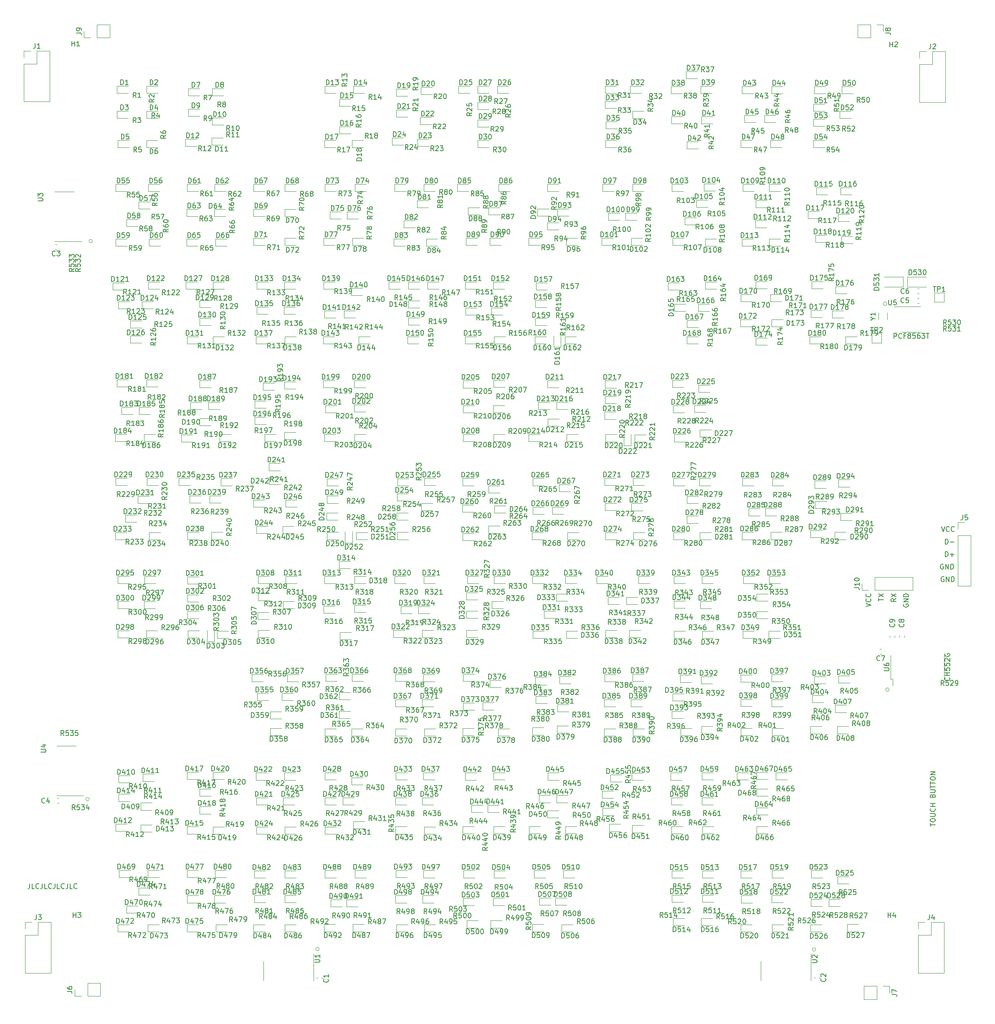
<source format=gbr>
%TF.GenerationSoftware,KiCad,Pcbnew,5.1.6-c6e7f7d~87~ubuntu18.04.1*%
%TF.CreationDate,2020-08-30T13:02:08+02:00*%
%TF.ProjectId,Elektronik,456c656b-7472-46f6-9e69-6b2e6b696361,rev?*%
%TF.SameCoordinates,Original*%
%TF.FileFunction,Legend,Top*%
%TF.FilePolarity,Positive*%
%FSLAX46Y46*%
G04 Gerber Fmt 4.6, Leading zero omitted, Abs format (unit mm)*
G04 Created by KiCad (PCBNEW 5.1.6-c6e7f7d~87~ubuntu18.04.1) date 2020-08-30 13:02:08*
%MOMM*%
%LPD*%
G01*
G04 APERTURE LIST*
%ADD10C,0.150000*%
%ADD11C,0.120000*%
G04 APERTURE END LIST*
D10*
X218194000Y-137765214D02*
X218146380Y-137860452D01*
X218146380Y-138003309D01*
X218194000Y-138146166D01*
X218289238Y-138241404D01*
X218384476Y-138289023D01*
X218574952Y-138336642D01*
X218717809Y-138336642D01*
X218908285Y-138289023D01*
X219003523Y-138241404D01*
X219098761Y-138146166D01*
X219146380Y-138003309D01*
X219146380Y-137908071D01*
X219098761Y-137765214D01*
X219051142Y-137717595D01*
X218717809Y-137717595D01*
X218717809Y-137908071D01*
X219146380Y-137289023D02*
X218146380Y-137289023D01*
X219146380Y-136717595D01*
X218146380Y-136717595D01*
X219146380Y-136241404D02*
X218146380Y-136241404D01*
X218146380Y-136003309D01*
X218194000Y-135860452D01*
X218289238Y-135765214D01*
X218384476Y-135717595D01*
X218574952Y-135669976D01*
X218717809Y-135669976D01*
X218908285Y-135717595D01*
X219003523Y-135765214D01*
X219098761Y-135860452D01*
X219146380Y-136003309D01*
X219146380Y-136241404D01*
X226343785Y-132215000D02*
X226248547Y-132167380D01*
X226105690Y-132167380D01*
X225962833Y-132215000D01*
X225867595Y-132310238D01*
X225819976Y-132405476D01*
X225772357Y-132595952D01*
X225772357Y-132738809D01*
X225819976Y-132929285D01*
X225867595Y-133024523D01*
X225962833Y-133119761D01*
X226105690Y-133167380D01*
X226200928Y-133167380D01*
X226343785Y-133119761D01*
X226391404Y-133072142D01*
X226391404Y-132738809D01*
X226200928Y-132738809D01*
X226819976Y-133167380D02*
X226819976Y-132167380D01*
X227391404Y-133167380D01*
X227391404Y-132167380D01*
X227867595Y-133167380D02*
X227867595Y-132167380D01*
X228105690Y-132167380D01*
X228248547Y-132215000D01*
X228343785Y-132310238D01*
X228391404Y-132405476D01*
X228439023Y-132595952D01*
X228439023Y-132738809D01*
X228391404Y-132929285D01*
X228343785Y-133024523D01*
X228248547Y-133119761D01*
X228105690Y-133167380D01*
X227867595Y-133167380D01*
X210526380Y-138241404D02*
X211526380Y-137908071D01*
X210526380Y-137574738D01*
X211431142Y-136669976D02*
X211478761Y-136717595D01*
X211526380Y-136860452D01*
X211526380Y-136955690D01*
X211478761Y-137098547D01*
X211383523Y-137193785D01*
X211288285Y-137241404D01*
X211097809Y-137289023D01*
X210954952Y-137289023D01*
X210764476Y-137241404D01*
X210669238Y-137193785D01*
X210574000Y-137098547D01*
X210526380Y-136955690D01*
X210526380Y-136860452D01*
X210574000Y-136717595D01*
X210621619Y-136669976D01*
X211431142Y-135669976D02*
X211478761Y-135717595D01*
X211526380Y-135860452D01*
X211526380Y-135955690D01*
X211478761Y-136098547D01*
X211383523Y-136193785D01*
X211288285Y-136241404D01*
X211097809Y-136289023D01*
X210954952Y-136289023D01*
X210764476Y-136241404D01*
X210669238Y-136193785D01*
X210574000Y-136098547D01*
X210526380Y-135955690D01*
X210526380Y-135860452D01*
X210574000Y-135717595D01*
X210621619Y-135669976D01*
X216606380Y-136622357D02*
X216130190Y-136955690D01*
X216606380Y-137193785D02*
X215606380Y-137193785D01*
X215606380Y-136812833D01*
X215654000Y-136717595D01*
X215701619Y-136669976D01*
X215796857Y-136622357D01*
X215939714Y-136622357D01*
X216034952Y-136669976D01*
X216082571Y-136717595D01*
X216130190Y-136812833D01*
X216130190Y-137193785D01*
X215606380Y-136289023D02*
X216606380Y-135622357D01*
X215606380Y-135622357D02*
X216606380Y-136289023D01*
X213066380Y-137098547D02*
X213066380Y-136527119D01*
X214066380Y-136812833D02*
X213066380Y-136812833D01*
X213066380Y-136289023D02*
X214066380Y-135622357D01*
X213066380Y-135622357D02*
X214066380Y-136289023D01*
D11*
X99673210Y-207645000D02*
G75*
G03*
X99673210Y-207645000I-359210J0D01*
G01*
X53064210Y-177292000D02*
G75*
G03*
X53064210Y-177292000I-359210J0D01*
G01*
X53699210Y-64135000D02*
G75*
G03*
X53699210Y-64135000I-359210J0D01*
G01*
X214757000Y-76835000D02*
G75*
G03*
X214757000Y-76835000I-359210J0D01*
G01*
X215243210Y-155067000D02*
G75*
G03*
X215243210Y-155067000I-359210J0D01*
G01*
X200384210Y-207772000D02*
G75*
G03*
X200384210Y-207772000I-359210J0D01*
G01*
D10*
X223607380Y-182736428D02*
X223607380Y-182165000D01*
X224607380Y-182450714D02*
X223607380Y-182450714D01*
X223607380Y-181641190D02*
X223607380Y-181450714D01*
X223655000Y-181355476D01*
X223750238Y-181260238D01*
X223940714Y-181212619D01*
X224274047Y-181212619D01*
X224464523Y-181260238D01*
X224559761Y-181355476D01*
X224607380Y-181450714D01*
X224607380Y-181641190D01*
X224559761Y-181736428D01*
X224464523Y-181831666D01*
X224274047Y-181879285D01*
X223940714Y-181879285D01*
X223750238Y-181831666D01*
X223655000Y-181736428D01*
X223607380Y-181641190D01*
X223607380Y-180784047D02*
X224416904Y-180784047D01*
X224512142Y-180736428D01*
X224559761Y-180688809D01*
X224607380Y-180593571D01*
X224607380Y-180403095D01*
X224559761Y-180307857D01*
X224512142Y-180260238D01*
X224416904Y-180212619D01*
X223607380Y-180212619D01*
X224512142Y-179165000D02*
X224559761Y-179212619D01*
X224607380Y-179355476D01*
X224607380Y-179450714D01*
X224559761Y-179593571D01*
X224464523Y-179688809D01*
X224369285Y-179736428D01*
X224178809Y-179784047D01*
X224035952Y-179784047D01*
X223845476Y-179736428D01*
X223750238Y-179688809D01*
X223655000Y-179593571D01*
X223607380Y-179450714D01*
X223607380Y-179355476D01*
X223655000Y-179212619D01*
X223702619Y-179165000D01*
X224607380Y-178736428D02*
X223607380Y-178736428D01*
X224083571Y-178736428D02*
X224083571Y-178165000D01*
X224607380Y-178165000D02*
X223607380Y-178165000D01*
X224083571Y-176593571D02*
X224131190Y-176450714D01*
X224178809Y-176403095D01*
X224274047Y-176355476D01*
X224416904Y-176355476D01*
X224512142Y-176403095D01*
X224559761Y-176450714D01*
X224607380Y-176545952D01*
X224607380Y-176926904D01*
X223607380Y-176926904D01*
X223607380Y-176593571D01*
X223655000Y-176498333D01*
X223702619Y-176450714D01*
X223797857Y-176403095D01*
X223893095Y-176403095D01*
X223988333Y-176450714D01*
X224035952Y-176498333D01*
X224083571Y-176593571D01*
X224083571Y-176926904D01*
X223607380Y-175926904D02*
X224416904Y-175926904D01*
X224512142Y-175879285D01*
X224559761Y-175831666D01*
X224607380Y-175736428D01*
X224607380Y-175545952D01*
X224559761Y-175450714D01*
X224512142Y-175403095D01*
X224416904Y-175355476D01*
X223607380Y-175355476D01*
X223607380Y-175022142D02*
X223607380Y-174450714D01*
X224607380Y-174736428D02*
X223607380Y-174736428D01*
X223607380Y-174260238D02*
X223607380Y-173688809D01*
X224607380Y-173974523D02*
X223607380Y-173974523D01*
X223607380Y-173165000D02*
X223607380Y-172974523D01*
X223655000Y-172879285D01*
X223750238Y-172784047D01*
X223940714Y-172736428D01*
X224274047Y-172736428D01*
X224464523Y-172784047D01*
X224559761Y-172879285D01*
X224607380Y-172974523D01*
X224607380Y-173165000D01*
X224559761Y-173260238D01*
X224464523Y-173355476D01*
X224274047Y-173403095D01*
X223940714Y-173403095D01*
X223750238Y-173355476D01*
X223655000Y-173260238D01*
X223607380Y-173165000D01*
X224607380Y-172307857D02*
X223607380Y-172307857D01*
X224607380Y-171736428D01*
X223607380Y-171736428D01*
X225867595Y-122007380D02*
X226200928Y-123007380D01*
X226534261Y-122007380D01*
X227439023Y-122912142D02*
X227391404Y-122959761D01*
X227248547Y-123007380D01*
X227153309Y-123007380D01*
X227010452Y-122959761D01*
X226915214Y-122864523D01*
X226867595Y-122769285D01*
X226819976Y-122578809D01*
X226819976Y-122435952D01*
X226867595Y-122245476D01*
X226915214Y-122150238D01*
X227010452Y-122055000D01*
X227153309Y-122007380D01*
X227248547Y-122007380D01*
X227391404Y-122055000D01*
X227439023Y-122102619D01*
X228439023Y-122912142D02*
X228391404Y-122959761D01*
X228248547Y-123007380D01*
X228153309Y-123007380D01*
X228010452Y-122959761D01*
X227915214Y-122864523D01*
X227867595Y-122769285D01*
X227819976Y-122578809D01*
X227819976Y-122435952D01*
X227867595Y-122245476D01*
X227915214Y-122150238D01*
X228010452Y-122055000D01*
X228153309Y-122007380D01*
X228248547Y-122007380D01*
X228391404Y-122055000D01*
X228439023Y-122102619D01*
X226629500Y-125547380D02*
X226629500Y-124547380D01*
X226867595Y-124547380D01*
X227010452Y-124595000D01*
X227105690Y-124690238D01*
X227153309Y-124785476D01*
X227200928Y-124975952D01*
X227200928Y-125118809D01*
X227153309Y-125309285D01*
X227105690Y-125404523D01*
X227010452Y-125499761D01*
X226867595Y-125547380D01*
X226629500Y-125547380D01*
X227629500Y-125166428D02*
X228391404Y-125166428D01*
X226629500Y-128087380D02*
X226629500Y-127087380D01*
X226867595Y-127087380D01*
X227010452Y-127135000D01*
X227105690Y-127230238D01*
X227153309Y-127325476D01*
X227200928Y-127515952D01*
X227200928Y-127658809D01*
X227153309Y-127849285D01*
X227105690Y-127944523D01*
X227010452Y-128039761D01*
X226867595Y-128087380D01*
X226629500Y-128087380D01*
X227629500Y-127706428D02*
X228391404Y-127706428D01*
X228010452Y-128087380D02*
X228010452Y-127325476D01*
X226216785Y-129675000D02*
X226121547Y-129627380D01*
X225978690Y-129627380D01*
X225835833Y-129675000D01*
X225740595Y-129770238D01*
X225692976Y-129865476D01*
X225645357Y-130055952D01*
X225645357Y-130198809D01*
X225692976Y-130389285D01*
X225740595Y-130484523D01*
X225835833Y-130579761D01*
X225978690Y-130627380D01*
X226073928Y-130627380D01*
X226216785Y-130579761D01*
X226264404Y-130532142D01*
X226264404Y-130198809D01*
X226073928Y-130198809D01*
X226692976Y-130627380D02*
X226692976Y-129627380D01*
X227264404Y-130627380D01*
X227264404Y-129627380D01*
X227740595Y-130627380D02*
X227740595Y-129627380D01*
X227978690Y-129627380D01*
X228121547Y-129675000D01*
X228216785Y-129770238D01*
X228264404Y-129865476D01*
X228312023Y-130055952D01*
X228312023Y-130198809D01*
X228264404Y-130389285D01*
X228216785Y-130484523D01*
X228121547Y-130579761D01*
X227978690Y-130627380D01*
X227740595Y-130627380D01*
X40973952Y-194397380D02*
X40973952Y-195111666D01*
X40926333Y-195254523D01*
X40831095Y-195349761D01*
X40688238Y-195397380D01*
X40593000Y-195397380D01*
X41926333Y-195397380D02*
X41450142Y-195397380D01*
X41450142Y-194397380D01*
X42831095Y-195302142D02*
X42783476Y-195349761D01*
X42640619Y-195397380D01*
X42545380Y-195397380D01*
X42402523Y-195349761D01*
X42307285Y-195254523D01*
X42259666Y-195159285D01*
X42212047Y-194968809D01*
X42212047Y-194825952D01*
X42259666Y-194635476D01*
X42307285Y-194540238D01*
X42402523Y-194445000D01*
X42545380Y-194397380D01*
X42640619Y-194397380D01*
X42783476Y-194445000D01*
X42831095Y-194492619D01*
X43545380Y-194397380D02*
X43545380Y-195111666D01*
X43497761Y-195254523D01*
X43402523Y-195349761D01*
X43259666Y-195397380D01*
X43164428Y-195397380D01*
X44497761Y-195397380D02*
X44021571Y-195397380D01*
X44021571Y-194397380D01*
X45402523Y-195302142D02*
X45354904Y-195349761D01*
X45212047Y-195397380D01*
X45116809Y-195397380D01*
X44973952Y-195349761D01*
X44878714Y-195254523D01*
X44831095Y-195159285D01*
X44783476Y-194968809D01*
X44783476Y-194825952D01*
X44831095Y-194635476D01*
X44878714Y-194540238D01*
X44973952Y-194445000D01*
X45116809Y-194397380D01*
X45212047Y-194397380D01*
X45354904Y-194445000D01*
X45402523Y-194492619D01*
X46116809Y-194397380D02*
X46116809Y-195111666D01*
X46069190Y-195254523D01*
X45973952Y-195349761D01*
X45831095Y-195397380D01*
X45735857Y-195397380D01*
X47069190Y-195397380D02*
X46593000Y-195397380D01*
X46593000Y-194397380D01*
X47973952Y-195302142D02*
X47926333Y-195349761D01*
X47783476Y-195397380D01*
X47688238Y-195397380D01*
X47545380Y-195349761D01*
X47450142Y-195254523D01*
X47402523Y-195159285D01*
X47354904Y-194968809D01*
X47354904Y-194825952D01*
X47402523Y-194635476D01*
X47450142Y-194540238D01*
X47545380Y-194445000D01*
X47688238Y-194397380D01*
X47783476Y-194397380D01*
X47926333Y-194445000D01*
X47973952Y-194492619D01*
X48688238Y-194397380D02*
X48688238Y-195111666D01*
X48640619Y-195254523D01*
X48545380Y-195349761D01*
X48402523Y-195397380D01*
X48307285Y-195397380D01*
X49640619Y-195397380D02*
X49164428Y-195397380D01*
X49164428Y-194397380D01*
X50545380Y-195302142D02*
X50497761Y-195349761D01*
X50354904Y-195397380D01*
X50259666Y-195397380D01*
X50116809Y-195349761D01*
X50021571Y-195254523D01*
X49973952Y-195159285D01*
X49926333Y-194968809D01*
X49926333Y-194825952D01*
X49973952Y-194635476D01*
X50021571Y-194540238D01*
X50116809Y-194445000D01*
X50259666Y-194397380D01*
X50354904Y-194397380D01*
X50497761Y-194445000D01*
X50545380Y-194492619D01*
D11*
%TO.C,J10*%
X220024000Y-134934000D02*
X220024000Y-132274000D01*
X212344000Y-134934000D02*
X220024000Y-134934000D01*
X212344000Y-132274000D02*
X220024000Y-132274000D01*
X212344000Y-134934000D02*
X212344000Y-132274000D01*
X211074000Y-134934000D02*
X209744000Y-134934000D01*
X209744000Y-134934000D02*
X209744000Y-133604000D01*
%TO.C,U6*%
X226380000Y-152895000D02*
X226380000Y-148095000D01*
X215580000Y-152895000D02*
X215580000Y-148095000D01*
X215980000Y-152895000D02*
X215980000Y-154295000D01*
X215580000Y-152895000D02*
X215980000Y-152895000D01*
%TO.C,J9*%
X52010000Y-22920000D02*
X52010000Y-21590000D01*
X53340000Y-22920000D02*
X52010000Y-22920000D01*
X54610000Y-22920000D02*
X54610000Y-20260000D01*
X54610000Y-20260000D02*
X57210000Y-20260000D01*
X54610000Y-22920000D02*
X57210000Y-22920000D01*
X57210000Y-22920000D02*
X57210000Y-20260000D01*
%TO.C,J8*%
X214055000Y-20260000D02*
X214055000Y-21590000D01*
X212725000Y-20260000D02*
X214055000Y-20260000D01*
X211455000Y-20260000D02*
X211455000Y-22920000D01*
X211455000Y-22920000D02*
X208855000Y-22920000D01*
X211455000Y-20260000D02*
X208855000Y-20260000D01*
X208855000Y-20260000D02*
X208855000Y-22920000D01*
%TO.C,J7*%
X215325000Y-215205000D02*
X215325000Y-216535000D01*
X213995000Y-215205000D02*
X215325000Y-215205000D01*
X212725000Y-215205000D02*
X212725000Y-217865000D01*
X212725000Y-217865000D02*
X210125000Y-217865000D01*
X212725000Y-215205000D02*
X210125000Y-215205000D01*
X210125000Y-215205000D02*
X210125000Y-217865000D01*
%TO.C,J6*%
X50105000Y-217230000D02*
X50105000Y-215900000D01*
X51435000Y-217230000D02*
X50105000Y-217230000D01*
X52705000Y-217230000D02*
X52705000Y-214570000D01*
X52705000Y-214570000D02*
X55305000Y-214570000D01*
X52705000Y-217230000D02*
X55305000Y-217230000D01*
X55305000Y-217230000D02*
X55305000Y-214570000D01*
%TO.C,J5*%
X229175000Y-121225000D02*
X230505000Y-121225000D01*
X229175000Y-122555000D02*
X229175000Y-121225000D01*
X229175000Y-123825000D02*
X231835000Y-123825000D01*
X231835000Y-123825000D02*
X231835000Y-134045000D01*
X229175000Y-123825000D02*
X229175000Y-134045000D01*
X229175000Y-134045000D02*
X231835000Y-134045000D01*
%TO.C,C9*%
X216410000Y-144460279D02*
X216410000Y-144134721D01*
X215390000Y-144460279D02*
X215390000Y-144134721D01*
%TO.C,C8*%
X218315000Y-144460279D02*
X218315000Y-144134721D01*
X217295000Y-144460279D02*
X217295000Y-144134721D01*
%TO.C,C7*%
X213675279Y-146810000D02*
X213349721Y-146810000D01*
X213675279Y-147830000D02*
X213349721Y-147830000D01*
%TO.C,C6*%
X221295279Y-74805000D02*
X220969721Y-74805000D01*
X221295279Y-73785000D02*
X220969721Y-73785000D01*
%TO.C,Y1*%
X213120000Y-80030000D02*
X213120000Y-78680000D01*
X214870000Y-80030000D02*
X214870000Y-78680000D01*
%TO.C,U5*%
X219710000Y-77450000D02*
X216260000Y-77450000D01*
X219710000Y-77450000D02*
X221660000Y-77450000D01*
X219710000Y-82570000D02*
X217760000Y-82570000D01*
X219710000Y-82570000D02*
X221660000Y-82570000D01*
%TO.C,TP2*%
X211775000Y-84770000D02*
X211775000Y-82870000D01*
X213675000Y-84770000D02*
X211775000Y-84770000D01*
X213675000Y-82870000D02*
X213675000Y-84770000D01*
X211775000Y-82870000D02*
X213675000Y-82870000D01*
%TO.C,TP1*%
X224475000Y-76515000D02*
X224475000Y-74615000D01*
X226375000Y-76515000D02*
X224475000Y-76515000D01*
X226375000Y-74615000D02*
X226375000Y-76515000D01*
X224475000Y-74615000D02*
X226375000Y-74615000D01*
%TO.C,D531*%
X218100000Y-73390000D02*
X214250000Y-73390000D01*
X218100000Y-71390000D02*
X214250000Y-71390000D01*
X218100000Y-73390000D02*
X218100000Y-71390000D01*
%TO.C,D530*%
X218910000Y-71390000D02*
X222760000Y-71390000D01*
X218910000Y-73390000D02*
X222760000Y-73390000D01*
X218910000Y-71390000D02*
X218910000Y-73390000D01*
%TO.C,C5*%
X221295279Y-75690000D02*
X220969721Y-75690000D01*
X221295279Y-76710000D02*
X220969721Y-76710000D01*
%TO.C,D408*%
X204674000Y-163993500D02*
X206959000Y-163993500D01*
X204674000Y-162523500D02*
X204674000Y-163993500D01*
X206959000Y-162523500D02*
X204674000Y-162523500D01*
%TO.C,D407*%
X204318500Y-159675500D02*
X206603500Y-159675500D01*
X204318500Y-158205500D02*
X204318500Y-159675500D01*
X206603500Y-158205500D02*
X204318500Y-158205500D01*
%TO.C,D406*%
X199302000Y-163993500D02*
X201587000Y-163993500D01*
X199302000Y-162523500D02*
X199302000Y-163993500D01*
X201587000Y-162523500D02*
X199302000Y-162523500D01*
%TO.C,D405*%
X204991500Y-153706500D02*
X207276500Y-153706500D01*
X204991500Y-152236500D02*
X204991500Y-153706500D01*
X207276500Y-152236500D02*
X204991500Y-152236500D01*
%TO.C,D404*%
X199657500Y-157707000D02*
X201942500Y-157707000D01*
X199657500Y-156237000D02*
X199657500Y-157707000D01*
X201942500Y-156237000D02*
X199657500Y-156237000D01*
%TO.C,D403*%
X200038500Y-153897000D02*
X202323500Y-153897000D01*
X200038500Y-152427000D02*
X200038500Y-153897000D01*
X202323500Y-152427000D02*
X200038500Y-152427000D01*
%TO.C,D528*%
X205295500Y-197512000D02*
X203010500Y-197512000D01*
X203010500Y-197512000D02*
X203010500Y-198982000D01*
X203010500Y-198982000D02*
X205295500Y-198982000D01*
%TO.C,D527*%
X209016500Y-202655500D02*
X206731500Y-202655500D01*
X206731500Y-202655500D02*
X206731500Y-204125500D01*
X206731500Y-204125500D02*
X209016500Y-204125500D01*
%TO.C,D526*%
X201561500Y-202719000D02*
X199276500Y-202719000D01*
X199276500Y-202719000D02*
X199276500Y-204189000D01*
X199276500Y-204189000D02*
X201561500Y-204189000D01*
%TO.C,D525*%
X207048000Y-192940000D02*
X204763000Y-192940000D01*
X204763000Y-192940000D02*
X204763000Y-194410000D01*
X204763000Y-194410000D02*
X207048000Y-194410000D01*
%TO.C,D524*%
X201688500Y-197512000D02*
X199403500Y-197512000D01*
X199403500Y-197512000D02*
X199403500Y-198982000D01*
X199403500Y-198982000D02*
X201688500Y-198982000D01*
%TO.C,D523*%
X201714000Y-191733500D02*
X199429000Y-191733500D01*
X199429000Y-191733500D02*
X199429000Y-193203500D01*
X199429000Y-193203500D02*
X201714000Y-193203500D01*
%TO.C,D522*%
X193713000Y-196750000D02*
X191428000Y-196750000D01*
X191428000Y-196750000D02*
X191428000Y-198220000D01*
X191428000Y-198220000D02*
X193713000Y-198220000D01*
%TO.C,D521*%
X193751000Y-202719000D02*
X191466000Y-202719000D01*
X191466000Y-202719000D02*
X191466000Y-204189000D01*
X191466000Y-204189000D02*
X193751000Y-204189000D01*
%TO.C,D520*%
X187464500Y-202719000D02*
X185179500Y-202719000D01*
X185179500Y-202719000D02*
X185179500Y-204189000D01*
X185179500Y-204189000D02*
X187464500Y-204189000D01*
%TO.C,D519*%
X193776500Y-191733500D02*
X191491500Y-191733500D01*
X191491500Y-191733500D02*
X191491500Y-193203500D01*
X191491500Y-193203500D02*
X193776500Y-193203500D01*
%TO.C,D518*%
X187528000Y-196813500D02*
X185243000Y-196813500D01*
X185243000Y-196813500D02*
X185243000Y-198283500D01*
X185243000Y-198283500D02*
X187528000Y-198283500D01*
%TO.C,D517*%
X187401000Y-191797000D02*
X185116000Y-191797000D01*
X185116000Y-191797000D02*
X185116000Y-193267000D01*
X185116000Y-193267000D02*
X187401000Y-193267000D01*
%TO.C,D516*%
X179425500Y-201449000D02*
X177140500Y-201449000D01*
X177140500Y-201449000D02*
X177140500Y-202919000D01*
X177140500Y-202919000D02*
X179425500Y-202919000D01*
%TO.C,D515*%
X173431000Y-191797000D02*
X171146000Y-191797000D01*
X171146000Y-191797000D02*
X171146000Y-193267000D01*
X171146000Y-193267000D02*
X173431000Y-193267000D01*
%TO.C,D514*%
X173748500Y-201449000D02*
X171463500Y-201449000D01*
X171463500Y-201449000D02*
X171463500Y-202919000D01*
X171463500Y-202919000D02*
X173748500Y-202919000D01*
%TO.C,D513*%
X179654000Y-191797000D02*
X177369000Y-191797000D01*
X177369000Y-191797000D02*
X177369000Y-193267000D01*
X177369000Y-193267000D02*
X179654000Y-193267000D01*
%TO.C,D512*%
X173431000Y-196686500D02*
X171146000Y-196686500D01*
X171146000Y-196686500D02*
X171146000Y-198156500D01*
X171146000Y-198156500D02*
X173431000Y-198156500D01*
%TO.C,D511*%
X179654000Y-196678500D02*
X177369000Y-196678500D01*
X177369000Y-196678500D02*
X177369000Y-198148500D01*
X177369000Y-198148500D02*
X179654000Y-198148500D01*
%TO.C,D510*%
X151485500Y-191733500D02*
X149200500Y-191733500D01*
X149200500Y-191733500D02*
X149200500Y-193203500D01*
X149200500Y-193203500D02*
X151485500Y-193203500D01*
%TO.C,D509*%
X145173500Y-202655500D02*
X142888500Y-202655500D01*
X142888500Y-202655500D02*
X142888500Y-204125500D01*
X142888500Y-204125500D02*
X145173500Y-204125500D01*
%TO.C,D508*%
X149872500Y-197258000D02*
X147587500Y-197258000D01*
X147587500Y-197258000D02*
X147587500Y-198728000D01*
X147587500Y-198728000D02*
X149872500Y-198728000D01*
%TO.C,D507*%
X146659500Y-197258000D02*
X144374500Y-197258000D01*
X144374500Y-197258000D02*
X144374500Y-198728000D01*
X144374500Y-198728000D02*
X146659500Y-198728000D01*
%TO.C,D506*%
X151142500Y-202719000D02*
X148857500Y-202719000D01*
X148857500Y-202719000D02*
X148857500Y-204189000D01*
X148857500Y-204189000D02*
X151142500Y-204189000D01*
%TO.C,D505*%
X145516500Y-191733500D02*
X143231500Y-191733500D01*
X143231500Y-191733500D02*
X143231500Y-193203500D01*
X143231500Y-193203500D02*
X145516500Y-193203500D01*
%TO.C,D504*%
X137363000Y-191797000D02*
X135078000Y-191797000D01*
X135078000Y-191797000D02*
X135078000Y-193267000D01*
X135078000Y-193267000D02*
X137363000Y-193267000D01*
%TO.C,D503*%
X131165500Y-197385000D02*
X128880500Y-197385000D01*
X128880500Y-197385000D02*
X128880500Y-198855000D01*
X128880500Y-198855000D02*
X131165500Y-198855000D01*
%TO.C,D502*%
X131203500Y-191733500D02*
X128918500Y-191733500D01*
X128918500Y-191733500D02*
X128918500Y-193203500D01*
X128918500Y-193203500D02*
X131203500Y-193203500D01*
%TO.C,D501*%
X137198000Y-197321500D02*
X134913000Y-197321500D01*
X134913000Y-197321500D02*
X134913000Y-198791500D01*
X134913000Y-198791500D02*
X137198000Y-198791500D01*
%TO.C,D500*%
X131864000Y-201893500D02*
X129579000Y-201893500D01*
X129579000Y-201893500D02*
X129579000Y-203363500D01*
X129579000Y-203363500D02*
X131864000Y-203363500D01*
%TO.C,D499*%
X136753500Y-201893500D02*
X134468500Y-201893500D01*
X134468500Y-201893500D02*
X134468500Y-203363500D01*
X134468500Y-203363500D02*
X136753500Y-203363500D01*
%TO.C,D498*%
X117449500Y-196813500D02*
X115164500Y-196813500D01*
X115164500Y-196813500D02*
X115164500Y-198283500D01*
X115164500Y-198283500D02*
X117449500Y-198283500D01*
%TO.C,D497*%
X123101000Y-191733500D02*
X120816000Y-191733500D01*
X120816000Y-191733500D02*
X120816000Y-193203500D01*
X120816000Y-193203500D02*
X123101000Y-193203500D01*
%TO.C,D496*%
X117551000Y-202719000D02*
X115266000Y-202719000D01*
X115266000Y-202719000D02*
X115266000Y-204189000D01*
X115266000Y-204189000D02*
X117551000Y-204189000D01*
%TO.C,D495*%
X123266000Y-202719000D02*
X120981000Y-202719000D01*
X120981000Y-202719000D02*
X120981000Y-204189000D01*
X120981000Y-204189000D02*
X123266000Y-204189000D01*
%TO.C,D494*%
X122885000Y-196813500D02*
X120600000Y-196813500D01*
X120600000Y-196813500D02*
X120600000Y-198283500D01*
X120600000Y-198283500D02*
X122885000Y-198283500D01*
%TO.C,D493*%
X117487500Y-191670000D02*
X115202500Y-191670000D01*
X115202500Y-191670000D02*
X115202500Y-193140000D01*
X115202500Y-193140000D02*
X117487500Y-193140000D01*
%TO.C,D492*%
X102971500Y-202655500D02*
X100686500Y-202655500D01*
X100686500Y-202655500D02*
X100686500Y-204125500D01*
X100686500Y-204125500D02*
X102971500Y-204125500D01*
%TO.C,D491*%
X107518000Y-197639000D02*
X105233000Y-197639000D01*
X105233000Y-197639000D02*
X105233000Y-199109000D01*
X105233000Y-199109000D02*
X107518000Y-199109000D01*
%TO.C,D490*%
X104330500Y-197639000D02*
X102045500Y-197639000D01*
X102045500Y-197639000D02*
X102045500Y-199109000D01*
X102045500Y-199109000D02*
X104330500Y-199109000D01*
%TO.C,D489*%
X109194500Y-191733500D02*
X106909500Y-191733500D01*
X106909500Y-191733500D02*
X106909500Y-193203500D01*
X106909500Y-193203500D02*
X109194500Y-193203500D01*
%TO.C,D488*%
X103073000Y-191733500D02*
X100788000Y-191733500D01*
X100788000Y-191733500D02*
X100788000Y-193203500D01*
X100788000Y-193203500D02*
X103073000Y-193203500D01*
%TO.C,D487*%
X108813500Y-202655500D02*
X106528500Y-202655500D01*
X106528500Y-202655500D02*
X106528500Y-204125500D01*
X106528500Y-204125500D02*
X108813500Y-204125500D01*
%TO.C,D486*%
X95008500Y-202719000D02*
X92723500Y-202719000D01*
X92723500Y-202719000D02*
X92723500Y-204189000D01*
X92723500Y-204189000D02*
X95008500Y-204189000D01*
%TO.C,D485*%
X95008500Y-196750000D02*
X92723500Y-196750000D01*
X92723500Y-196750000D02*
X92723500Y-198220000D01*
X92723500Y-198220000D02*
X95008500Y-198220000D01*
%TO.C,D484*%
X88658500Y-202719000D02*
X86373500Y-202719000D01*
X86373500Y-202719000D02*
X86373500Y-204189000D01*
X86373500Y-204189000D02*
X88658500Y-204189000D01*
%TO.C,D483*%
X95008500Y-191797000D02*
X92723500Y-191797000D01*
X92723500Y-191797000D02*
X92723500Y-193267000D01*
X92723500Y-193267000D02*
X95008500Y-193267000D01*
%TO.C,D482*%
X88785500Y-191797000D02*
X86500500Y-191797000D01*
X86500500Y-191797000D02*
X86500500Y-193267000D01*
X86500500Y-193267000D02*
X88785500Y-193267000D01*
%TO.C,D481*%
X88785500Y-196750000D02*
X86500500Y-196750000D01*
X86500500Y-196750000D02*
X86500500Y-198220000D01*
X86500500Y-198220000D02*
X88785500Y-198220000D01*
%TO.C,D480*%
X80873500Y-191670000D02*
X78588500Y-191670000D01*
X78588500Y-191670000D02*
X78588500Y-193140000D01*
X78588500Y-193140000D02*
X80873500Y-193140000D01*
%TO.C,D479*%
X80975000Y-202719000D02*
X78690000Y-202719000D01*
X78690000Y-202719000D02*
X78690000Y-204189000D01*
X78690000Y-204189000D02*
X80975000Y-204189000D01*
%TO.C,D478*%
X75196500Y-196813500D02*
X72911500Y-196813500D01*
X72911500Y-196813500D02*
X72911500Y-198283500D01*
X72911500Y-198283500D02*
X75196500Y-198283500D01*
%TO.C,D477*%
X75196500Y-191670000D02*
X72911500Y-191670000D01*
X72911500Y-191670000D02*
X72911500Y-193140000D01*
X72911500Y-193140000D02*
X75196500Y-193140000D01*
%TO.C,D476*%
X80645000Y-196813500D02*
X78360000Y-196813500D01*
X78360000Y-196813500D02*
X78360000Y-198283500D01*
X78360000Y-198283500D02*
X80645000Y-198283500D01*
%TO.C,D475*%
X75158500Y-202719000D02*
X72873500Y-202719000D01*
X72873500Y-202719000D02*
X72873500Y-204189000D01*
X72873500Y-204189000D02*
X75158500Y-204189000D01*
%TO.C,D474*%
X65316000Y-195226000D02*
X63031000Y-195226000D01*
X63031000Y-195226000D02*
X63031000Y-196696000D01*
X63031000Y-196696000D02*
X65316000Y-196696000D01*
%TO.C,D473*%
X67195500Y-202719000D02*
X64910500Y-202719000D01*
X64910500Y-202719000D02*
X64910500Y-204189000D01*
X64910500Y-204189000D02*
X67195500Y-204189000D01*
%TO.C,D472*%
X61099500Y-202719000D02*
X58814500Y-202719000D01*
X58814500Y-202719000D02*
X58814500Y-204189000D01*
X58814500Y-204189000D02*
X61099500Y-204189000D01*
%TO.C,D471*%
X67221000Y-191670000D02*
X64936000Y-191670000D01*
X64936000Y-191670000D02*
X64936000Y-193140000D01*
X64936000Y-193140000D02*
X67221000Y-193140000D01*
%TO.C,D470*%
X62877500Y-198909000D02*
X60592500Y-198909000D01*
X60592500Y-198909000D02*
X60592500Y-200379000D01*
X60592500Y-200379000D02*
X62877500Y-200379000D01*
%TO.C,D469*%
X61353500Y-191670000D02*
X59068500Y-191670000D01*
X59068500Y-191670000D02*
X59068500Y-193140000D01*
X59068500Y-193140000D02*
X61353500Y-193140000D01*
%TO.C,D468*%
X188342000Y-176630000D02*
X190627000Y-176630000D01*
X188342000Y-175160000D02*
X188342000Y-176630000D01*
X190627000Y-175160000D02*
X188342000Y-175160000D01*
%TO.C,D467*%
X188380000Y-173264500D02*
X190665000Y-173264500D01*
X188380000Y-171794500D02*
X188380000Y-173264500D01*
X190665000Y-171794500D02*
X188380000Y-171794500D01*
%TO.C,D466*%
X188354500Y-184250000D02*
X190639500Y-184250000D01*
X188354500Y-182780000D02*
X188354500Y-184250000D01*
X190639500Y-182780000D02*
X188354500Y-182780000D01*
%TO.C,D465*%
X192228000Y-173328000D02*
X194513000Y-173328000D01*
X192228000Y-171858000D02*
X192228000Y-173328000D01*
X194513000Y-171858000D02*
X192228000Y-171858000D01*
%TO.C,D464*%
X188354500Y-180440000D02*
X190639500Y-180440000D01*
X188354500Y-178970000D02*
X188354500Y-180440000D01*
X190639500Y-178970000D02*
X188354500Y-178970000D01*
%TO.C,D463*%
X184354000Y-173328000D02*
X186639000Y-173328000D01*
X184354000Y-171858000D02*
X184354000Y-173328000D01*
X186639000Y-171858000D02*
X184354000Y-171858000D01*
%TO.C,D462*%
X177331000Y-184250000D02*
X179616000Y-184250000D01*
X177331000Y-182780000D02*
X177331000Y-184250000D01*
X179616000Y-182780000D02*
X177331000Y-182780000D01*
%TO.C,D461*%
X177305500Y-178408000D02*
X179590500Y-178408000D01*
X177305500Y-176938000D02*
X177305500Y-178408000D01*
X179590500Y-176938000D02*
X177305500Y-176938000D01*
%TO.C,D460*%
X171082500Y-184250000D02*
X173367500Y-184250000D01*
X171082500Y-182780000D02*
X171082500Y-184250000D01*
X173367500Y-182780000D02*
X171082500Y-182780000D01*
%TO.C,D459*%
X177305500Y-173328000D02*
X179590500Y-173328000D01*
X177305500Y-171858000D02*
X177305500Y-173328000D01*
X179590500Y-171858000D02*
X177305500Y-171858000D01*
%TO.C,D458*%
X171108000Y-178408000D02*
X173393000Y-178408000D01*
X171108000Y-176938000D02*
X171108000Y-178408000D01*
X173393000Y-176938000D02*
X171108000Y-176938000D01*
%TO.C,D457*%
X170955500Y-173391500D02*
X173240500Y-173391500D01*
X170955500Y-171921500D02*
X170955500Y-173391500D01*
X173240500Y-171921500D02*
X170955500Y-171921500D01*
%TO.C,D456*%
X158509500Y-183805500D02*
X160794500Y-183805500D01*
X158509500Y-182335500D02*
X158509500Y-183805500D01*
X160794500Y-182335500D02*
X158509500Y-182335500D01*
%TO.C,D455*%
X158700000Y-173772500D02*
X160985000Y-173772500D01*
X158700000Y-172302500D02*
X158700000Y-173772500D01*
X160985000Y-172302500D02*
X158700000Y-172302500D01*
%TO.C,D454*%
X157112500Y-180567000D02*
X159397500Y-180567000D01*
X157112500Y-179097000D02*
X157112500Y-180567000D01*
X159397500Y-179097000D02*
X157112500Y-179097000D01*
%TO.C,D453*%
X163069000Y-173455000D02*
X165354000Y-173455000D01*
X163069000Y-171985000D02*
X163069000Y-173455000D01*
X165354000Y-171985000D02*
X163069000Y-171985000D01*
%TO.C,D452*%
X157049000Y-177074500D02*
X159334000Y-177074500D01*
X157049000Y-175604500D02*
X157049000Y-177074500D01*
X159334000Y-175604500D02*
X157049000Y-175604500D01*
%TO.C,D451*%
X163145000Y-184059500D02*
X165430000Y-184059500D01*
X163145000Y-182589500D02*
X163145000Y-184059500D01*
X165430000Y-182589500D02*
X163145000Y-182589500D01*
%TO.C,D450*%
X145987500Y-181075000D02*
X148272500Y-181075000D01*
X145987500Y-179605000D02*
X145987500Y-181075000D01*
X148272500Y-179605000D02*
X145987500Y-179605000D01*
%TO.C,D449*%
X142253500Y-184250000D02*
X144538500Y-184250000D01*
X142253500Y-182780000D02*
X142253500Y-184250000D01*
X144538500Y-182780000D02*
X142253500Y-182780000D01*
%TO.C,D448*%
X149619500Y-184250000D02*
X151904500Y-184250000D01*
X149619500Y-182780000D02*
X149619500Y-184250000D01*
X151904500Y-182780000D02*
X149619500Y-182780000D01*
%TO.C,D447*%
X147841500Y-177963500D02*
X150126500Y-177963500D01*
X147841500Y-176493500D02*
X147841500Y-177963500D01*
X150126500Y-176493500D02*
X147841500Y-176493500D01*
%TO.C,D446*%
X144285500Y-177963500D02*
X146570500Y-177963500D01*
X144285500Y-176493500D02*
X144285500Y-177963500D01*
X146570500Y-176493500D02*
X144285500Y-176493500D01*
%TO.C,D445*%
X146000000Y-173391500D02*
X148285000Y-173391500D01*
X146000000Y-171921500D02*
X146000000Y-173391500D01*
X148285000Y-171921500D02*
X146000000Y-171921500D01*
%TO.C,D444*%
X130569500Y-179932000D02*
X132854500Y-179932000D01*
X130569500Y-178462000D02*
X130569500Y-179932000D01*
X132854500Y-178462000D02*
X130569500Y-178462000D01*
%TO.C,D443*%
X135065500Y-173328000D02*
X137350500Y-173328000D01*
X135065500Y-171858000D02*
X135065500Y-173328000D01*
X137350500Y-171858000D02*
X135065500Y-171858000D01*
%TO.C,D442*%
X129236000Y-173391500D02*
X131521000Y-173391500D01*
X129236000Y-171921500D02*
X129236000Y-173391500D01*
X131521000Y-171921500D02*
X129236000Y-171921500D01*
%TO.C,D441*%
X133871500Y-179932000D02*
X136156500Y-179932000D01*
X133871500Y-178462000D02*
X133871500Y-179932000D01*
X136156500Y-178462000D02*
X133871500Y-178462000D01*
%TO.C,D440*%
X128791500Y-184250000D02*
X131076500Y-184250000D01*
X128791500Y-182780000D02*
X128791500Y-184250000D01*
X131076500Y-182780000D02*
X128791500Y-182780000D01*
%TO.C,D439*%
X135040000Y-184250000D02*
X137325000Y-184250000D01*
X135040000Y-182780000D02*
X135040000Y-184250000D01*
X137325000Y-182780000D02*
X135040000Y-182780000D01*
%TO.C,D438*%
X115101000Y-178408000D02*
X117386000Y-178408000D01*
X115101000Y-176938000D02*
X115101000Y-178408000D01*
X117386000Y-176938000D02*
X115101000Y-176938000D01*
%TO.C,D437*%
X120790500Y-173328000D02*
X123075500Y-173328000D01*
X120790500Y-171858000D02*
X120790500Y-173328000D01*
X123075500Y-171858000D02*
X120790500Y-171858000D01*
%TO.C,D436*%
X120524000Y-178408000D02*
X122809000Y-178408000D01*
X120524000Y-176938000D02*
X120524000Y-178408000D01*
X122809000Y-176938000D02*
X120524000Y-176938000D01*
%TO.C,D435*%
X115164500Y-184313500D02*
X117449500Y-184313500D01*
X115164500Y-182843500D02*
X115164500Y-184313500D01*
X117449500Y-182843500D02*
X115164500Y-182843500D01*
%TO.C,D434*%
X120981000Y-184377000D02*
X123266000Y-184377000D01*
X120981000Y-182907000D02*
X120981000Y-184377000D01*
X123266000Y-182907000D02*
X120981000Y-182907000D01*
%TO.C,D433*%
X115202500Y-173328000D02*
X117487500Y-173328000D01*
X115202500Y-171858000D02*
X115202500Y-173328000D01*
X117487500Y-171858000D02*
X115202500Y-171858000D01*
%TO.C,D432*%
X100851500Y-184377000D02*
X103136500Y-184377000D01*
X100851500Y-182907000D02*
X100851500Y-184377000D01*
X103136500Y-182907000D02*
X100851500Y-182907000D01*
%TO.C,D431*%
X106592000Y-183234000D02*
X108877000Y-183234000D01*
X106592000Y-181764000D02*
X106592000Y-183234000D01*
X108877000Y-181764000D02*
X106592000Y-181764000D01*
%TO.C,D430*%
X106249000Y-174344000D02*
X108534000Y-174344000D01*
X106249000Y-172874000D02*
X106249000Y-174344000D01*
X108534000Y-172874000D02*
X106249000Y-172874000D01*
%TO.C,D429*%
X104496500Y-178408000D02*
X106781500Y-178408000D01*
X104496500Y-176938000D02*
X104496500Y-178408000D01*
X106781500Y-176938000D02*
X104496500Y-176938000D01*
%TO.C,D428*%
X100788000Y-173328000D02*
X103073000Y-173328000D01*
X100788000Y-171858000D02*
X100788000Y-173328000D01*
X103073000Y-171858000D02*
X100788000Y-171858000D01*
%TO.C,D427*%
X100813500Y-178408000D02*
X103098500Y-178408000D01*
X100813500Y-176938000D02*
X100813500Y-178408000D01*
X103098500Y-176938000D02*
X100813500Y-176938000D01*
%TO.C,D426*%
X92723500Y-184377000D02*
X95008500Y-184377000D01*
X92723500Y-182907000D02*
X92723500Y-184377000D01*
X95008500Y-182907000D02*
X92723500Y-182907000D01*
%TO.C,D425*%
X92342500Y-178408000D02*
X94627500Y-178408000D01*
X92342500Y-176938000D02*
X92342500Y-178408000D01*
X94627500Y-176938000D02*
X92342500Y-176938000D01*
%TO.C,D424*%
X86945000Y-184377000D02*
X89230000Y-184377000D01*
X86945000Y-182907000D02*
X86945000Y-184377000D01*
X89230000Y-182907000D02*
X86945000Y-182907000D01*
%TO.C,D423*%
X92596500Y-173391500D02*
X94881500Y-173391500D01*
X92596500Y-171921500D02*
X92596500Y-173391500D01*
X94881500Y-171921500D02*
X92596500Y-171921500D01*
%TO.C,D422*%
X86818000Y-173391500D02*
X89103000Y-173391500D01*
X86818000Y-171921500D02*
X86818000Y-173391500D01*
X89103000Y-171921500D02*
X86818000Y-171921500D01*
%TO.C,D421*%
X86945000Y-178408000D02*
X89230000Y-178408000D01*
X86945000Y-176938000D02*
X86945000Y-178408000D01*
X89230000Y-176938000D02*
X86945000Y-176938000D01*
%TO.C,D420*%
X78118500Y-173264500D02*
X80403500Y-173264500D01*
X78118500Y-171794500D02*
X78118500Y-173264500D01*
X80403500Y-171794500D02*
X78118500Y-171794500D01*
%TO.C,D419*%
X78118500Y-184377000D02*
X80403500Y-184377000D01*
X78118500Y-182907000D02*
X78118500Y-184377000D01*
X80403500Y-182907000D02*
X78118500Y-182907000D01*
%TO.C,D418*%
X75413500Y-180249500D02*
X77698500Y-180249500D01*
X75413500Y-178779500D02*
X75413500Y-180249500D01*
X77698500Y-178779500D02*
X75413500Y-178779500D01*
%TO.C,D417*%
X72873500Y-173264500D02*
X75158500Y-173264500D01*
X72873500Y-171794500D02*
X72873500Y-173264500D01*
X75158500Y-171794500D02*
X72873500Y-171794500D01*
%TO.C,D416*%
X75413500Y-176630000D02*
X77698500Y-176630000D01*
X75413500Y-175160000D02*
X75413500Y-176630000D01*
X77698500Y-175160000D02*
X75413500Y-175160000D01*
%TO.C,D415*%
X72848000Y-184313500D02*
X75133000Y-184313500D01*
X72848000Y-182843500D02*
X72848000Y-184313500D01*
X75133000Y-182843500D02*
X72848000Y-182843500D01*
%TO.C,D414*%
X58992500Y-177709500D02*
X61277500Y-177709500D01*
X58992500Y-176239500D02*
X58992500Y-177709500D01*
X61277500Y-176239500D02*
X58992500Y-176239500D01*
%TO.C,D413*%
X63513500Y-183932500D02*
X65798500Y-183932500D01*
X63513500Y-182462500D02*
X63513500Y-183932500D01*
X65798500Y-182462500D02*
X63513500Y-182462500D01*
%TO.C,D412*%
X58370000Y-183742000D02*
X60655000Y-183742000D01*
X58370000Y-182272000D02*
X58370000Y-183742000D01*
X60655000Y-182272000D02*
X58370000Y-182272000D01*
%TO.C,D411*%
X63920000Y-173645500D02*
X66205000Y-173645500D01*
X63920000Y-172175500D02*
X63920000Y-173645500D01*
X66205000Y-172175500D02*
X63920000Y-172175500D01*
%TO.C,D410*%
X59005000Y-173963000D02*
X61290000Y-173963000D01*
X59005000Y-172493000D02*
X59005000Y-173963000D01*
X61290000Y-172493000D02*
X59005000Y-172493000D01*
%TO.C,D409*%
X63450000Y-179487500D02*
X65735000Y-179487500D01*
X63450000Y-178017500D02*
X63450000Y-179487500D01*
X65735000Y-178017500D02*
X63450000Y-178017500D01*
%TO.C,U4*%
X48387000Y-166453500D02*
X46437000Y-166453500D01*
X48387000Y-166453500D02*
X50337000Y-166453500D01*
X48387000Y-176573500D02*
X46437000Y-176573500D01*
X48387000Y-176573500D02*
X51837000Y-176573500D01*
%TO.C,D402*%
X185179500Y-164374500D02*
X187464500Y-164374500D01*
X185179500Y-162904500D02*
X185179500Y-164374500D01*
X187464500Y-162904500D02*
X185179500Y-162904500D01*
%TO.C,D401*%
X191491500Y-164374500D02*
X193776500Y-164374500D01*
X191491500Y-162904500D02*
X191491500Y-164374500D01*
X193776500Y-162904500D02*
X191491500Y-162904500D01*
%TO.C,D400*%
X185116000Y-153516000D02*
X187401000Y-153516000D01*
X185116000Y-152046000D02*
X185116000Y-153516000D01*
X187401000Y-152046000D02*
X185116000Y-152046000D01*
%TO.C,D399*%
X191453500Y-158532500D02*
X193738500Y-158532500D01*
X191453500Y-157062500D02*
X191453500Y-158532500D01*
X193738500Y-157062500D02*
X191453500Y-157062500D01*
%TO.C,D398*%
X185167000Y-158469000D02*
X187452000Y-158469000D01*
X185167000Y-156999000D02*
X185167000Y-158469000D01*
X187452000Y-156999000D02*
X185167000Y-156999000D01*
%TO.C,D397*%
X191453500Y-153452500D02*
X193738500Y-153452500D01*
X191453500Y-151982500D02*
X191453500Y-153452500D01*
X193738500Y-151982500D02*
X191453500Y-151982500D01*
%TO.C,D396*%
X172924000Y-164374500D02*
X175209000Y-164374500D01*
X172924000Y-162904500D02*
X172924000Y-164374500D01*
X175209000Y-162904500D02*
X172924000Y-162904500D01*
%TO.C,D395*%
X171336500Y-157326000D02*
X173621500Y-157326000D01*
X171336500Y-155856000D02*
X171336500Y-157326000D01*
X173621500Y-155856000D02*
X171336500Y-155856000D01*
%TO.C,D394*%
X177178500Y-163993500D02*
X179463500Y-163993500D01*
X177178500Y-162523500D02*
X177178500Y-163993500D01*
X179463500Y-162523500D02*
X177178500Y-162523500D01*
%TO.C,D393*%
X171171500Y-160882000D02*
X173456500Y-160882000D01*
X171171500Y-159412000D02*
X171171500Y-160882000D01*
X173456500Y-159412000D02*
X171171500Y-159412000D01*
%TO.C,D392*%
X177140500Y-153897000D02*
X179425500Y-153897000D01*
X177140500Y-152427000D02*
X177140500Y-153897000D01*
X179425500Y-152427000D02*
X177140500Y-152427000D01*
%TO.C,D391*%
X172860500Y-153579500D02*
X175145500Y-153579500D01*
X172860500Y-152109500D02*
X172860500Y-153579500D01*
X175145500Y-152109500D02*
X172860500Y-152109500D01*
%TO.C,D390*%
X163297500Y-164438000D02*
X165582500Y-164438000D01*
X163297500Y-162968000D02*
X163297500Y-164438000D01*
X165582500Y-162968000D02*
X163297500Y-162968000D01*
%TO.C,D389*%
X162878500Y-158532500D02*
X165163500Y-158532500D01*
X162878500Y-157062500D02*
X162878500Y-158532500D01*
X165163500Y-157062500D02*
X162878500Y-157062500D01*
%TO.C,D388*%
X157493500Y-164438000D02*
X159778500Y-164438000D01*
X157493500Y-162968000D02*
X157493500Y-164438000D01*
X159778500Y-162968000D02*
X157493500Y-162968000D01*
%TO.C,D387*%
X163208500Y-153389000D02*
X165493500Y-153389000D01*
X163208500Y-151919000D02*
X163208500Y-153389000D01*
X165493500Y-151919000D02*
X163208500Y-151919000D01*
%TO.C,D386*%
X157519000Y-153452500D02*
X159804000Y-153452500D01*
X157519000Y-151982500D02*
X157519000Y-153452500D01*
X159804000Y-151982500D02*
X157519000Y-151982500D01*
%TO.C,D385*%
X157455500Y-158532500D02*
X159740500Y-158532500D01*
X157455500Y-157062500D02*
X157455500Y-158532500D01*
X159740500Y-157062500D02*
X157455500Y-157062500D01*
%TO.C,D384*%
X143523500Y-154087500D02*
X145808500Y-154087500D01*
X143523500Y-152617500D02*
X143523500Y-154087500D01*
X145808500Y-152617500D02*
X143523500Y-152617500D01*
%TO.C,D383*%
X143549000Y-157834000D02*
X145834000Y-157834000D01*
X143549000Y-156364000D02*
X143549000Y-157834000D01*
X145834000Y-156364000D02*
X143549000Y-156364000D01*
%TO.C,D382*%
X148438500Y-153833500D02*
X150723500Y-153833500D01*
X148438500Y-152363500D02*
X148438500Y-153833500D01*
X150723500Y-152363500D02*
X148438500Y-152363500D01*
%TO.C,D381*%
X147994000Y-159548500D02*
X150279000Y-159548500D01*
X147994000Y-158078500D02*
X147994000Y-159548500D01*
X150279000Y-158078500D02*
X147994000Y-158078500D01*
%TO.C,D380*%
X142888500Y-164247500D02*
X145173500Y-164247500D01*
X142888500Y-162777500D02*
X142888500Y-164247500D01*
X145173500Y-162777500D02*
X142888500Y-162777500D01*
%TO.C,D379*%
X147905000Y-163866500D02*
X150190000Y-163866500D01*
X147905000Y-162396500D02*
X147905000Y-163866500D01*
X150190000Y-162396500D02*
X147905000Y-162396500D01*
%TO.C,D378*%
X135967000Y-164438000D02*
X138252000Y-164438000D01*
X135967000Y-162968000D02*
X135967000Y-164438000D01*
X138252000Y-162968000D02*
X135967000Y-162968000D01*
%TO.C,D377*%
X132792000Y-159167500D02*
X135077000Y-159167500D01*
X132792000Y-157697500D02*
X132792000Y-159167500D01*
X135077000Y-157697500D02*
X132792000Y-157697500D01*
%TO.C,D376*%
X134252500Y-154659000D02*
X136537500Y-154659000D01*
X134252500Y-153189000D02*
X134252500Y-154659000D01*
X136537500Y-153189000D02*
X134252500Y-153189000D01*
%TO.C,D375*%
X128728000Y-164374500D02*
X131013000Y-164374500D01*
X128728000Y-162904500D02*
X128728000Y-164374500D01*
X131013000Y-162904500D02*
X128728000Y-162904500D01*
%TO.C,D374*%
X128855000Y-153389000D02*
X131140000Y-153389000D01*
X128855000Y-151919000D02*
X128855000Y-153389000D01*
X131140000Y-151919000D02*
X128855000Y-151919000D01*
%TO.C,D373*%
X128817000Y-159231000D02*
X131102000Y-159231000D01*
X128817000Y-157761000D02*
X128817000Y-159231000D01*
X131102000Y-157761000D02*
X128817000Y-157761000D01*
%TO.C,D372*%
X120943000Y-164438000D02*
X123228000Y-164438000D01*
X120943000Y-162968000D02*
X120943000Y-164438000D01*
X123228000Y-162968000D02*
X120943000Y-162968000D01*
%TO.C,D371*%
X120524000Y-158532500D02*
X122809000Y-158532500D01*
X120524000Y-157062500D02*
X120524000Y-158532500D01*
X122809000Y-157062500D02*
X120524000Y-157062500D01*
%TO.C,D370*%
X115101000Y-164438000D02*
X117386000Y-164438000D01*
X115101000Y-162968000D02*
X115101000Y-164438000D01*
X117386000Y-162968000D02*
X115101000Y-162968000D01*
%TO.C,D369*%
X120816000Y-153452500D02*
X123101000Y-153452500D01*
X120816000Y-151982500D02*
X120816000Y-153452500D01*
X123101000Y-151982500D02*
X120816000Y-151982500D01*
%TO.C,D368*%
X115101000Y-153389000D02*
X117386000Y-153389000D01*
X115101000Y-151919000D02*
X115101000Y-153389000D01*
X117386000Y-151919000D02*
X115101000Y-151919000D01*
%TO.C,D367*%
X115101000Y-158532500D02*
X117386000Y-158532500D01*
X115101000Y-157062500D02*
X115101000Y-158532500D01*
X117386000Y-157062500D02*
X115101000Y-157062500D01*
%TO.C,D366*%
X106312500Y-153389000D02*
X108597500Y-153389000D01*
X106312500Y-151919000D02*
X106312500Y-153389000D01*
X108597500Y-151919000D02*
X106312500Y-151919000D01*
%TO.C,D365*%
X100851500Y-164438000D02*
X103136500Y-164438000D01*
X100851500Y-162968000D02*
X100851500Y-164438000D01*
X103136500Y-162968000D02*
X100851500Y-162968000D01*
%TO.C,D364*%
X106211000Y-164438000D02*
X108496000Y-164438000D01*
X106211000Y-162968000D02*
X106211000Y-164438000D01*
X108496000Y-162968000D02*
X106211000Y-162968000D01*
%TO.C,D363*%
X101004000Y-153389000D02*
X103289000Y-153389000D01*
X101004000Y-151919000D02*
X101004000Y-153389000D01*
X103289000Y-151919000D02*
X101004000Y-151919000D01*
%TO.C,D362*%
X103671000Y-157072000D02*
X105956000Y-157072000D01*
X103671000Y-155602000D02*
X103671000Y-157072000D01*
X105956000Y-155602000D02*
X103671000Y-155602000D01*
%TO.C,D361*%
X103671000Y-160882000D02*
X105956000Y-160882000D01*
X103671000Y-159412000D02*
X103671000Y-160882000D01*
X105956000Y-159412000D02*
X103671000Y-159412000D01*
%TO.C,D360*%
X92088500Y-157262500D02*
X94373500Y-157262500D01*
X92088500Y-155792500D02*
X92088500Y-157262500D01*
X94373500Y-155792500D02*
X92088500Y-155792500D01*
%TO.C,D359*%
X89739000Y-161009000D02*
X92024000Y-161009000D01*
X89739000Y-159539000D02*
X89739000Y-161009000D01*
X92024000Y-159539000D02*
X89739000Y-159539000D01*
%TO.C,D358*%
X89739000Y-164374500D02*
X92024000Y-164374500D01*
X89739000Y-162904500D02*
X89739000Y-164374500D01*
X92024000Y-162904500D02*
X89739000Y-162904500D01*
%TO.C,D357*%
X93231500Y-153452500D02*
X95516500Y-153452500D01*
X93231500Y-151982500D02*
X93231500Y-153452500D01*
X95516500Y-151982500D02*
X93231500Y-151982500D01*
%TO.C,D356*%
X85980000Y-153452500D02*
X88265000Y-153452500D01*
X85980000Y-151982500D02*
X85980000Y-153452500D01*
X88265000Y-151982500D02*
X85980000Y-151982500D01*
%TO.C,D355*%
X87072000Y-157262500D02*
X89357000Y-157262500D01*
X87072000Y-155792500D02*
X87072000Y-157262500D01*
X89357000Y-155792500D02*
X87072000Y-155792500D01*
%TO.C,D354*%
X188354500Y-137133000D02*
X190639500Y-137133000D01*
X188354500Y-135663000D02*
X188354500Y-137133000D01*
X190639500Y-135663000D02*
X188354500Y-135663000D01*
%TO.C,D353*%
X190894500Y-133577000D02*
X193179500Y-133577000D01*
X190894500Y-132107000D02*
X190894500Y-133577000D01*
X193179500Y-132107000D02*
X190894500Y-132107000D01*
%TO.C,D352*%
X185687500Y-133577000D02*
X187972500Y-133577000D01*
X185687500Y-132107000D02*
X185687500Y-133577000D01*
X187972500Y-132107000D02*
X185687500Y-132107000D01*
%TO.C,D351*%
X190793000Y-144626000D02*
X193078000Y-144626000D01*
X190793000Y-143156000D02*
X190793000Y-144626000D01*
X193078000Y-143156000D02*
X190793000Y-143156000D01*
%TO.C,D350*%
X188354500Y-140689000D02*
X190639500Y-140689000D01*
X188354500Y-139219000D02*
X188354500Y-140689000D01*
X190639500Y-139219000D02*
X188354500Y-139219000D01*
%TO.C,D349*%
X185586000Y-144626000D02*
X187871000Y-144626000D01*
X185586000Y-143156000D02*
X185586000Y-144626000D01*
X187871000Y-143156000D02*
X185586000Y-143156000D01*
%TO.C,D348*%
X176924500Y-138657000D02*
X179209500Y-138657000D01*
X176924500Y-137187000D02*
X176924500Y-138657000D01*
X179209500Y-137187000D02*
X176924500Y-137187000D01*
%TO.C,D347*%
X177331000Y-144626000D02*
X179616000Y-144626000D01*
X177331000Y-143156000D02*
X177331000Y-144626000D01*
X179616000Y-143156000D02*
X177331000Y-143156000D01*
%TO.C,D346*%
X171616000Y-144626000D02*
X173901000Y-144626000D01*
X171616000Y-143156000D02*
X171616000Y-144626000D01*
X173901000Y-143156000D02*
X171616000Y-143156000D01*
%TO.C,D345*%
X177305500Y-133577000D02*
X179590500Y-133577000D01*
X177305500Y-132107000D02*
X177305500Y-133577000D01*
X179590500Y-132107000D02*
X177305500Y-132107000D01*
%TO.C,D344*%
X171616000Y-138530000D02*
X173901000Y-138530000D01*
X171616000Y-137060000D02*
X171616000Y-138530000D01*
X173901000Y-137060000D02*
X171616000Y-137060000D01*
%TO.C,D343*%
X171590500Y-133577000D02*
X173875500Y-133577000D01*
X171590500Y-132107000D02*
X171590500Y-133577000D01*
X173875500Y-132107000D02*
X171590500Y-132107000D01*
%TO.C,D342*%
X162573500Y-144499000D02*
X164858500Y-144499000D01*
X162573500Y-143029000D02*
X162573500Y-144499000D01*
X164858500Y-143029000D02*
X162573500Y-143029000D01*
%TO.C,D341*%
X158255500Y-137768000D02*
X160540500Y-137768000D01*
X158255500Y-136298000D02*
X158255500Y-137768000D01*
X160540500Y-136298000D02*
X158255500Y-136298000D01*
%TO.C,D340*%
X155969500Y-133577000D02*
X158254500Y-133577000D01*
X155969500Y-132107000D02*
X155969500Y-133577000D01*
X158254500Y-132107000D02*
X155969500Y-132107000D01*
%TO.C,D339*%
X164377000Y-133577000D02*
X166662000Y-133577000D01*
X164377000Y-132107000D02*
X164377000Y-133577000D01*
X166662000Y-132107000D02*
X164377000Y-132107000D01*
%TO.C,D338*%
X157747500Y-144499000D02*
X160032500Y-144499000D01*
X157747500Y-143029000D02*
X157747500Y-144499000D01*
X160032500Y-143029000D02*
X157747500Y-143029000D01*
%TO.C,D337*%
X161938500Y-137768000D02*
X164223500Y-137768000D01*
X161938500Y-136298000D02*
X161938500Y-137768000D01*
X164223500Y-136298000D02*
X161938500Y-136298000D01*
%TO.C,D336*%
X149746500Y-144626000D02*
X152031500Y-144626000D01*
X149746500Y-143156000D02*
X149746500Y-144626000D01*
X152031500Y-143156000D02*
X149746500Y-143156000D01*
%TO.C,D335*%
X143015500Y-144626000D02*
X145300500Y-144626000D01*
X143015500Y-143156000D02*
X143015500Y-144626000D01*
X145300500Y-143156000D02*
X143015500Y-143156000D01*
%TO.C,D334*%
X149619500Y-133577000D02*
X151904500Y-133577000D01*
X149619500Y-132107000D02*
X149619500Y-133577000D01*
X151904500Y-132107000D02*
X149619500Y-132107000D01*
%TO.C,D333*%
X147714500Y-137133000D02*
X149999500Y-137133000D01*
X147714500Y-135663000D02*
X147714500Y-137133000D01*
X149999500Y-135663000D02*
X147714500Y-135663000D01*
%TO.C,D332*%
X142888500Y-133577000D02*
X145173500Y-133577000D01*
X142888500Y-132107000D02*
X142888500Y-133577000D01*
X145173500Y-132107000D02*
X142888500Y-132107000D01*
%TO.C,D331*%
X145301500Y-140562000D02*
X147586500Y-140562000D01*
X145301500Y-139092000D02*
X145301500Y-140562000D01*
X147586500Y-139092000D02*
X145301500Y-139092000D01*
%TO.C,D330*%
X135141500Y-133577000D02*
X137426500Y-133577000D01*
X135141500Y-132107000D02*
X135141500Y-133577000D01*
X137426500Y-132107000D02*
X135141500Y-132107000D01*
%TO.C,D329*%
X129553500Y-144499000D02*
X131838500Y-144499000D01*
X129553500Y-143029000D02*
X129553500Y-144499000D01*
X131838500Y-143029000D02*
X129553500Y-143029000D01*
%TO.C,D328*%
X129553500Y-140562000D02*
X131838500Y-140562000D01*
X129553500Y-139092000D02*
X129553500Y-140562000D01*
X131838500Y-139092000D02*
X129553500Y-139092000D01*
%TO.C,D327*%
X129680500Y-133577000D02*
X131965500Y-133577000D01*
X129680500Y-132107000D02*
X129680500Y-133577000D01*
X131965500Y-132107000D02*
X129680500Y-132107000D01*
%TO.C,D326*%
X134684500Y-138657000D02*
X136969500Y-138657000D01*
X134684500Y-137187000D02*
X134684500Y-138657000D01*
X136969500Y-137187000D02*
X134684500Y-137187000D01*
%TO.C,D325*%
X129553500Y-136879000D02*
X131838500Y-136879000D01*
X129553500Y-135409000D02*
X129553500Y-136879000D01*
X131838500Y-135409000D02*
X129553500Y-135409000D01*
%TO.C,D324*%
X119800000Y-139673000D02*
X122085000Y-139673000D01*
X119800000Y-138203000D02*
X119800000Y-139673000D01*
X122085000Y-138203000D02*
X119800000Y-138203000D01*
%TO.C,D323*%
X120587500Y-144499000D02*
X122872500Y-144499000D01*
X120587500Y-143029000D02*
X120587500Y-144499000D01*
X122872500Y-143029000D02*
X120587500Y-143029000D01*
%TO.C,D322*%
X114694500Y-144499000D02*
X116979500Y-144499000D01*
X114694500Y-143029000D02*
X114694500Y-144499000D01*
X116979500Y-143029000D02*
X114694500Y-143029000D01*
%TO.C,D321*%
X120917500Y-133577000D02*
X123202500Y-133577000D01*
X120917500Y-132107000D02*
X120917500Y-133577000D01*
X123202500Y-132107000D02*
X120917500Y-132107000D01*
%TO.C,D320*%
X114948500Y-133577000D02*
X117233500Y-133577000D01*
X114948500Y-132107000D02*
X114948500Y-133577000D01*
X117233500Y-132107000D02*
X114948500Y-132107000D01*
%TO.C,D319*%
X116218500Y-139673000D02*
X118503500Y-139673000D01*
X116218500Y-138203000D02*
X116218500Y-139673000D01*
X118503500Y-138203000D02*
X116218500Y-138203000D01*
%TO.C,D318*%
X109105500Y-132107000D02*
X106820500Y-132107000D01*
X106820500Y-132107000D02*
X106820500Y-133577000D01*
X106820500Y-133577000D02*
X109105500Y-133577000D01*
%TO.C,D317*%
X106184500Y-143410000D02*
X103899500Y-143410000D01*
X103899500Y-143410000D02*
X103899500Y-144880000D01*
X103899500Y-144880000D02*
X106184500Y-144880000D01*
%TO.C,D316*%
X102882500Y-138076000D02*
X100597500Y-138076000D01*
X100597500Y-138076000D02*
X100597500Y-139546000D01*
X100597500Y-139546000D02*
X102882500Y-139546000D01*
%TO.C,D315*%
X109105500Y-137949000D02*
X106820500Y-137949000D01*
X106820500Y-137949000D02*
X106820500Y-139419000D01*
X106820500Y-139419000D02*
X109105500Y-139419000D01*
%TO.C,D314*%
X105956000Y-129059000D02*
X103671000Y-129059000D01*
X103671000Y-129059000D02*
X103671000Y-130529000D01*
X103671000Y-130529000D02*
X105956000Y-130529000D01*
%TO.C,D313*%
X103009500Y-132107000D02*
X100724500Y-132107000D01*
X100724500Y-132107000D02*
X100724500Y-133577000D01*
X100724500Y-133577000D02*
X103009500Y-133577000D01*
%TO.C,D312*%
X89547500Y-135536000D02*
X87262500Y-135536000D01*
X87262500Y-135536000D02*
X87262500Y-137006000D01*
X87262500Y-137006000D02*
X89547500Y-137006000D01*
%TO.C,D311*%
X95135500Y-132107000D02*
X92850500Y-132107000D01*
X92850500Y-132107000D02*
X92850500Y-133577000D01*
X92850500Y-133577000D02*
X95135500Y-133577000D01*
%TO.C,D310*%
X89547500Y-143029000D02*
X87262500Y-143029000D01*
X87262500Y-143029000D02*
X87262500Y-144499000D01*
X87262500Y-144499000D02*
X89547500Y-144499000D01*
%TO.C,D309*%
X94627500Y-137187000D02*
X92342500Y-137187000D01*
X92342500Y-137187000D02*
X92342500Y-138657000D01*
X92342500Y-138657000D02*
X94627500Y-138657000D01*
%TO.C,D308*%
X89547500Y-132107000D02*
X87262500Y-132107000D01*
X87262500Y-132107000D02*
X87262500Y-133577000D01*
X87262500Y-133577000D02*
X89547500Y-133577000D01*
%TO.C,D307*%
X89446000Y-139346000D02*
X87161000Y-139346000D01*
X87161000Y-139346000D02*
X87161000Y-140816000D01*
X87161000Y-140816000D02*
X89446000Y-140816000D01*
%TO.C,D306*%
X72975000Y-140625500D02*
X75260000Y-140625500D01*
X72975000Y-139155500D02*
X72975000Y-140625500D01*
X75260000Y-139155500D02*
X72975000Y-139155500D01*
%TO.C,D305*%
X79007500Y-144626000D02*
X81292500Y-144626000D01*
X79007500Y-143156000D02*
X79007500Y-144626000D01*
X81292500Y-143156000D02*
X79007500Y-143156000D01*
%TO.C,D304*%
X73038500Y-144562500D02*
X75323500Y-144562500D01*
X73038500Y-143092500D02*
X73038500Y-144562500D01*
X75323500Y-143092500D02*
X73038500Y-143092500D01*
%TO.C,D303*%
X78395500Y-145287000D02*
X78395500Y-143002000D01*
X76925500Y-145287000D02*
X78395500Y-145287000D01*
X76925500Y-143002000D02*
X76925500Y-145287000D01*
%TO.C,D302*%
X72975000Y-137260000D02*
X75260000Y-137260000D01*
X72975000Y-135790000D02*
X72975000Y-137260000D01*
X75260000Y-135790000D02*
X72975000Y-135790000D01*
%TO.C,D301*%
X72975000Y-133640500D02*
X75260000Y-133640500D01*
X72975000Y-132170500D02*
X72975000Y-133640500D01*
X75260000Y-132170500D02*
X72975000Y-132170500D01*
%TO.C,D300*%
X61125000Y-137187000D02*
X58840000Y-137187000D01*
X58840000Y-137187000D02*
X58840000Y-138657000D01*
X58840000Y-138657000D02*
X61125000Y-138657000D01*
%TO.C,D299*%
X66433500Y-137187000D02*
X64148500Y-137187000D01*
X64148500Y-137187000D02*
X64148500Y-138657000D01*
X64148500Y-138657000D02*
X66433500Y-138657000D01*
%TO.C,D298*%
X61099500Y-143092500D02*
X58814500Y-143092500D01*
X58814500Y-143092500D02*
X58814500Y-144562500D01*
X58814500Y-144562500D02*
X61099500Y-144562500D01*
%TO.C,D297*%
X66560500Y-132107000D02*
X64275500Y-132107000D01*
X64275500Y-132107000D02*
X64275500Y-133577000D01*
X64275500Y-133577000D02*
X66560500Y-133577000D01*
%TO.C,D296*%
X66878000Y-143092500D02*
X64593000Y-143092500D01*
X64593000Y-143092500D02*
X64593000Y-144562500D01*
X64593000Y-144562500D02*
X66878000Y-144562500D01*
%TO.C,D295*%
X61099500Y-132107000D02*
X58814500Y-132107000D01*
X58814500Y-132107000D02*
X58814500Y-133577000D01*
X58814500Y-133577000D02*
X61099500Y-133577000D01*
%TO.C,D294*%
X207238500Y-112485500D02*
X204953500Y-112485500D01*
X204953500Y-112485500D02*
X204953500Y-113955500D01*
X204953500Y-113955500D02*
X207238500Y-113955500D01*
%TO.C,D293*%
X202577500Y-116867000D02*
X200292500Y-116867000D01*
X200292500Y-116867000D02*
X200292500Y-118337000D01*
X200292500Y-118337000D02*
X202577500Y-118337000D01*
%TO.C,D292*%
X201561500Y-122772500D02*
X199276500Y-122772500D01*
X199276500Y-122772500D02*
X199276500Y-124242500D01*
X199276500Y-124242500D02*
X201561500Y-124242500D01*
%TO.C,D291*%
X207657500Y-119280000D02*
X205372500Y-119280000D01*
X205372500Y-119280000D02*
X205372500Y-120750000D01*
X205372500Y-120750000D02*
X207657500Y-120750000D01*
%TO.C,D290*%
X206514500Y-123153500D02*
X204229500Y-123153500D01*
X204229500Y-123153500D02*
X204229500Y-124623500D01*
X204229500Y-124623500D02*
X206514500Y-124623500D01*
%TO.C,D289*%
X202450500Y-112739500D02*
X200165500Y-112739500D01*
X200165500Y-112739500D02*
X200165500Y-114209500D01*
X200165500Y-114209500D02*
X202450500Y-114209500D01*
%TO.C,D288*%
X190158000Y-119797500D02*
X192443000Y-119797500D01*
X190158000Y-118327500D02*
X190158000Y-119797500D01*
X192443000Y-118327500D02*
X190158000Y-118327500D01*
%TO.C,D287*%
X191275500Y-124623500D02*
X193560500Y-124623500D01*
X191275500Y-123153500D02*
X191275500Y-124623500D01*
X193560500Y-123153500D02*
X191275500Y-123153500D01*
%TO.C,D286*%
X185370000Y-124623500D02*
X187655000Y-124623500D01*
X185370000Y-123153500D02*
X185370000Y-124623500D01*
X187655000Y-123153500D02*
X185370000Y-123153500D01*
%TO.C,D285*%
X186767000Y-119797500D02*
X189052000Y-119797500D01*
X186767000Y-118327500D02*
X186767000Y-119797500D01*
X189052000Y-118327500D02*
X186767000Y-118327500D01*
%TO.C,D284*%
X191593000Y-113765000D02*
X193878000Y-113765000D01*
X191593000Y-112295000D02*
X191593000Y-113765000D01*
X193878000Y-112295000D02*
X191593000Y-112295000D01*
%TO.C,D283*%
X185497000Y-113701500D02*
X187782000Y-113701500D01*
X185497000Y-112231500D02*
X185497000Y-113701500D01*
X187782000Y-112231500D02*
X185497000Y-112231500D01*
%TO.C,D282*%
X176504500Y-115851000D02*
X174219500Y-115851000D01*
X174219500Y-115851000D02*
X174219500Y-117321000D01*
X174219500Y-117321000D02*
X176504500Y-117321000D01*
%TO.C,D281*%
X179146000Y-123217000D02*
X176861000Y-123217000D01*
X176861000Y-123217000D02*
X176861000Y-124687000D01*
X176861000Y-124687000D02*
X179146000Y-124687000D01*
%TO.C,D280*%
X173812000Y-123217000D02*
X171527000Y-123217000D01*
X171527000Y-123217000D02*
X171527000Y-124687000D01*
X171527000Y-124687000D02*
X173812000Y-124687000D01*
%TO.C,D279*%
X179082500Y-112231500D02*
X176797500Y-112231500D01*
X176797500Y-112231500D02*
X176797500Y-113701500D01*
X176797500Y-113701500D02*
X179082500Y-113701500D01*
%TO.C,D278*%
X176542500Y-119851500D02*
X174257500Y-119851500D01*
X174257500Y-119851500D02*
X174257500Y-121321500D01*
X174257500Y-121321500D02*
X176542500Y-121321500D01*
%TO.C,D277*%
X173812000Y-112231500D02*
X171527000Y-112231500D01*
X171527000Y-112231500D02*
X171527000Y-113701500D01*
X171527000Y-113701500D02*
X173812000Y-113701500D01*
%TO.C,D276*%
X163361000Y-124687000D02*
X165646000Y-124687000D01*
X163361000Y-123217000D02*
X163361000Y-124687000D01*
X165646000Y-123217000D02*
X163361000Y-123217000D01*
%TO.C,D275*%
X162954500Y-118781500D02*
X165239500Y-118781500D01*
X162954500Y-117311500D02*
X162954500Y-118781500D01*
X165239500Y-117311500D02*
X162954500Y-117311500D01*
%TO.C,D274*%
X157684000Y-124687000D02*
X159969000Y-124687000D01*
X157684000Y-123217000D02*
X157684000Y-124687000D01*
X159969000Y-123217000D02*
X157684000Y-123217000D01*
%TO.C,D273*%
X163297500Y-113638000D02*
X165582500Y-113638000D01*
X163297500Y-112168000D02*
X163297500Y-113638000D01*
X165582500Y-112168000D02*
X163297500Y-112168000D01*
%TO.C,D272*%
X157646000Y-118718000D02*
X159931000Y-118718000D01*
X157646000Y-117248000D02*
X157646000Y-118718000D01*
X159931000Y-117248000D02*
X157646000Y-117248000D01*
%TO.C,D271*%
X157557000Y-113638000D02*
X159842000Y-113638000D01*
X157557000Y-112168000D02*
X157557000Y-113638000D01*
X159842000Y-112168000D02*
X157557000Y-112168000D01*
%TO.C,D270*%
X152285500Y-123217000D02*
X150000500Y-123217000D01*
X150000500Y-123217000D02*
X150000500Y-124687000D01*
X150000500Y-124687000D02*
X152285500Y-124687000D01*
%TO.C,D269*%
X149237500Y-118010000D02*
X146952500Y-118010000D01*
X146952500Y-118010000D02*
X146952500Y-119480000D01*
X146952500Y-119480000D02*
X149237500Y-119480000D01*
%TO.C,D268*%
X145110000Y-123217000D02*
X142825000Y-123217000D01*
X142825000Y-123217000D02*
X142825000Y-124687000D01*
X142825000Y-124687000D02*
X145110000Y-124687000D01*
%TO.C,D267*%
X150571000Y-113438000D02*
X148286000Y-113438000D01*
X148286000Y-113438000D02*
X148286000Y-114908000D01*
X148286000Y-114908000D02*
X150571000Y-114908000D01*
%TO.C,D266*%
X145300500Y-118010000D02*
X143015500Y-118010000D01*
X143015500Y-118010000D02*
X143015500Y-119480000D01*
X143015500Y-119480000D02*
X145300500Y-119480000D01*
%TO.C,D265*%
X145300500Y-112231500D02*
X143015500Y-112231500D01*
X143015500Y-112231500D02*
X143015500Y-113701500D01*
X143015500Y-113701500D02*
X145300500Y-113701500D01*
%TO.C,D264*%
X135205000Y-119226000D02*
X137490000Y-119226000D01*
X135205000Y-117756000D02*
X135205000Y-119226000D01*
X137490000Y-117756000D02*
X135205000Y-117756000D01*
%TO.C,D263*%
X133986000Y-123353500D02*
X136271000Y-123353500D01*
X133986000Y-121883500D02*
X133986000Y-123353500D01*
X136271000Y-121883500D02*
X133986000Y-121883500D01*
%TO.C,D262*%
X128791500Y-124814000D02*
X131076500Y-124814000D01*
X128791500Y-123344000D02*
X128791500Y-124814000D01*
X131076500Y-123344000D02*
X128791500Y-123344000D01*
%TO.C,D261*%
X134024000Y-115162000D02*
X136309000Y-115162000D01*
X134024000Y-113692000D02*
X134024000Y-115162000D01*
X136309000Y-113692000D02*
X134024000Y-113692000D01*
%TO.C,D260*%
X128664500Y-119099000D02*
X130949500Y-119099000D01*
X128664500Y-117629000D02*
X128664500Y-119099000D01*
X130949500Y-117629000D02*
X128664500Y-117629000D01*
%TO.C,D259*%
X128791500Y-113701500D02*
X131076500Y-113701500D01*
X128791500Y-112231500D02*
X128791500Y-113701500D01*
X131076500Y-112231500D02*
X128791500Y-112231500D01*
%TO.C,D258*%
X117678000Y-119216500D02*
X115393000Y-119216500D01*
X115393000Y-119216500D02*
X115393000Y-120686500D01*
X115393000Y-120686500D02*
X117678000Y-120686500D01*
%TO.C,D257*%
X122682000Y-117248000D02*
X120397000Y-117248000D01*
X120397000Y-117248000D02*
X120397000Y-118718000D01*
X120397000Y-118718000D02*
X122682000Y-118718000D01*
%TO.C,D256*%
X117741500Y-123153500D02*
X115456500Y-123153500D01*
X115456500Y-123153500D02*
X115456500Y-124623500D01*
X115456500Y-124623500D02*
X117741500Y-124623500D01*
%TO.C,D255*%
X123253500Y-112168000D02*
X120968500Y-112168000D01*
X120968500Y-112168000D02*
X120968500Y-113638000D01*
X120968500Y-113638000D02*
X123253500Y-113638000D01*
%TO.C,D254*%
X117741500Y-115343000D02*
X115456500Y-115343000D01*
X115456500Y-115343000D02*
X115456500Y-116813000D01*
X115456500Y-116813000D02*
X117741500Y-116813000D01*
%TO.C,D253*%
X117805000Y-112295000D02*
X115520000Y-112295000D01*
X115520000Y-112295000D02*
X115520000Y-113765000D01*
X115520000Y-113765000D02*
X117805000Y-113765000D01*
%TO.C,D252*%
X106399000Y-125335500D02*
X106399000Y-123050500D01*
X104929000Y-125335500D02*
X106399000Y-125335500D01*
X104929000Y-123050500D02*
X104929000Y-125335500D01*
%TO.C,D251*%
X107201500Y-124687000D02*
X109486500Y-124687000D01*
X107201500Y-123217000D02*
X107201500Y-124687000D01*
X109486500Y-123217000D02*
X107201500Y-123217000D01*
%TO.C,D250*%
X101232500Y-124623500D02*
X103517500Y-124623500D01*
X101232500Y-123153500D02*
X101232500Y-124623500D01*
X103517500Y-123153500D02*
X101232500Y-123153500D01*
%TO.C,D249*%
X101232500Y-117257500D02*
X103517500Y-117257500D01*
X101232500Y-115787500D02*
X101232500Y-117257500D01*
X103517500Y-115787500D02*
X101232500Y-115787500D01*
%TO.C,D248*%
X101169000Y-120686500D02*
X103454000Y-120686500D01*
X101169000Y-119216500D02*
X101169000Y-120686500D01*
X103454000Y-119216500D02*
X101169000Y-119216500D01*
%TO.C,D247*%
X101232500Y-113765000D02*
X103517500Y-113765000D01*
X101232500Y-112295000D02*
X101232500Y-113765000D01*
X103517500Y-112295000D02*
X101232500Y-112295000D01*
%TO.C,D246*%
X95135500Y-116613000D02*
X92850500Y-116613000D01*
X92850500Y-116613000D02*
X92850500Y-118083000D01*
X92850500Y-118083000D02*
X95135500Y-118083000D01*
%TO.C,D245*%
X94526000Y-121947000D02*
X92241000Y-121947000D01*
X92241000Y-121947000D02*
X92241000Y-123417000D01*
X92241000Y-123417000D02*
X94526000Y-123417000D01*
%TO.C,D244*%
X89230000Y-121947000D02*
X86945000Y-121947000D01*
X86945000Y-121947000D02*
X86945000Y-123417000D01*
X86945000Y-123417000D02*
X89230000Y-123417000D01*
%TO.C,D243*%
X88595000Y-116613000D02*
X86310000Y-116613000D01*
X86310000Y-116613000D02*
X86310000Y-118083000D01*
X86310000Y-118083000D02*
X88595000Y-118083000D01*
%TO.C,D242*%
X91821000Y-112041000D02*
X89536000Y-112041000D01*
X89536000Y-112041000D02*
X89536000Y-113511000D01*
X89536000Y-113511000D02*
X91821000Y-113511000D01*
%TO.C,D241*%
X91770000Y-109183500D02*
X89485000Y-109183500D01*
X89485000Y-109183500D02*
X89485000Y-110653500D01*
X89485000Y-110653500D02*
X91770000Y-110653500D01*
%TO.C,D240*%
X77801000Y-124623500D02*
X80086000Y-124623500D01*
X77801000Y-123153500D02*
X77801000Y-124623500D01*
X80086000Y-123153500D02*
X77801000Y-123153500D01*
%TO.C,D239*%
X77420000Y-117194000D02*
X79705000Y-117194000D01*
X77420000Y-115724000D02*
X77420000Y-117194000D01*
X79705000Y-115724000D02*
X77420000Y-115724000D01*
%TO.C,D238*%
X72975000Y-124623500D02*
X75260000Y-124623500D01*
X72975000Y-123153500D02*
X72975000Y-124623500D01*
X75260000Y-123153500D02*
X72975000Y-123153500D01*
%TO.C,D237*%
X79706000Y-113701500D02*
X81991000Y-113701500D01*
X79706000Y-112231500D02*
X79706000Y-113701500D01*
X81991000Y-112231500D02*
X79706000Y-112231500D01*
%TO.C,D236*%
X73419500Y-117194000D02*
X75704500Y-117194000D01*
X73419500Y-115724000D02*
X73419500Y-117194000D01*
X75704500Y-115724000D02*
X73419500Y-115724000D01*
%TO.C,D235*%
X71197000Y-113638000D02*
X73482000Y-113638000D01*
X71197000Y-112168000D02*
X71197000Y-113638000D01*
X73482000Y-112168000D02*
X71197000Y-112168000D01*
%TO.C,D234*%
X67449500Y-123217000D02*
X65164500Y-123217000D01*
X65164500Y-123217000D02*
X65164500Y-124687000D01*
X65164500Y-124687000D02*
X67449500Y-124687000D01*
%TO.C,D233*%
X60591500Y-123217000D02*
X58306500Y-123217000D01*
X58306500Y-123217000D02*
X58306500Y-124687000D01*
X58306500Y-124687000D02*
X60591500Y-124687000D01*
%TO.C,D232*%
X62623500Y-119661000D02*
X60338500Y-119661000D01*
X60338500Y-119661000D02*
X60338500Y-121131000D01*
X60338500Y-121131000D02*
X62623500Y-121131000D01*
%TO.C,D231*%
X65163500Y-115851000D02*
X62878500Y-115851000D01*
X62878500Y-115851000D02*
X62878500Y-117321000D01*
X62878500Y-117321000D02*
X65163500Y-117321000D01*
%TO.C,D230*%
X67068500Y-112168000D02*
X64783500Y-112168000D01*
X64783500Y-112168000D02*
X64783500Y-113638000D01*
X64783500Y-113638000D02*
X67068500Y-113638000D01*
%TO.C,D229*%
X60718500Y-112168000D02*
X58433500Y-112168000D01*
X58433500Y-112168000D02*
X58433500Y-113638000D01*
X58433500Y-113638000D02*
X60718500Y-113638000D01*
%TO.C,D228*%
X171400000Y-98906000D02*
X173685000Y-98906000D01*
X171400000Y-97436000D02*
X171400000Y-98906000D01*
X173685000Y-97436000D02*
X171400000Y-97436000D01*
%TO.C,D227*%
X176861000Y-103859000D02*
X179146000Y-103859000D01*
X176861000Y-102389000D02*
X176861000Y-103859000D01*
X179146000Y-102389000D02*
X176861000Y-102389000D01*
%TO.C,D226*%
X171717500Y-104811500D02*
X174002500Y-104811500D01*
X171717500Y-103341500D02*
X171717500Y-104811500D01*
X174002500Y-103341500D02*
X171717500Y-103341500D01*
%TO.C,D225*%
X176607000Y-94778500D02*
X178892000Y-94778500D01*
X176607000Y-93308500D02*
X176607000Y-94778500D01*
X178892000Y-93308500D02*
X176607000Y-93308500D01*
%TO.C,D224*%
X175718000Y-98842500D02*
X178003000Y-98842500D01*
X175718000Y-97372500D02*
X175718000Y-98842500D01*
X178003000Y-97372500D02*
X175718000Y-97372500D01*
%TO.C,D223*%
X171273000Y-93762500D02*
X173558000Y-93762500D01*
X171273000Y-92292500D02*
X171273000Y-93762500D01*
X173558000Y-92292500D02*
X171273000Y-92292500D01*
%TO.C,D222*%
X161444000Y-103314500D02*
X161444000Y-105599500D01*
X161444000Y-105599500D02*
X162914000Y-105599500D01*
X162914000Y-105599500D02*
X162914000Y-103314500D01*
%TO.C,D221*%
X165938000Y-103405000D02*
X163653000Y-103405000D01*
X163653000Y-103405000D02*
X163653000Y-104875000D01*
X163653000Y-104875000D02*
X165938000Y-104875000D01*
%TO.C,D220*%
X159969000Y-103341500D02*
X157684000Y-103341500D01*
X157684000Y-103341500D02*
X157684000Y-104811500D01*
X157684000Y-104811500D02*
X159969000Y-104811500D01*
%TO.C,D219*%
X159905500Y-95594500D02*
X157620500Y-95594500D01*
X157620500Y-95594500D02*
X157620500Y-97064500D01*
X157620500Y-97064500D02*
X159905500Y-97064500D01*
%TO.C,D218*%
X159804000Y-98769500D02*
X157519000Y-98769500D01*
X157519000Y-98769500D02*
X157519000Y-100239500D01*
X157519000Y-100239500D02*
X159804000Y-100239500D01*
%TO.C,D217*%
X159905500Y-92419500D02*
X157620500Y-92419500D01*
X157620500Y-92419500D02*
X157620500Y-93889500D01*
X157620500Y-93889500D02*
X159905500Y-93889500D01*
%TO.C,D216*%
X147778000Y-98271000D02*
X150063000Y-98271000D01*
X147778000Y-96801000D02*
X147778000Y-98271000D01*
X150063000Y-96801000D02*
X147778000Y-96801000D01*
%TO.C,D215*%
X149810000Y-104748000D02*
X152095000Y-104748000D01*
X149810000Y-103278000D02*
X149810000Y-104748000D01*
X152095000Y-103278000D02*
X149810000Y-103278000D01*
%TO.C,D214*%
X142152000Y-104748000D02*
X144437000Y-104748000D01*
X142152000Y-103278000D02*
X142152000Y-104748000D01*
X144437000Y-103278000D02*
X142152000Y-103278000D01*
%TO.C,D213*%
X144095000Y-98271000D02*
X146380000Y-98271000D01*
X144095000Y-96801000D02*
X144095000Y-98271000D01*
X146380000Y-96801000D02*
X144095000Y-96801000D01*
%TO.C,D212*%
X146025500Y-101636500D02*
X148310500Y-101636500D01*
X146025500Y-100166500D02*
X146025500Y-101636500D01*
X148310500Y-100166500D02*
X146025500Y-100166500D01*
%TO.C,D211*%
X145936500Y-93826000D02*
X148221500Y-93826000D01*
X145936500Y-92356000D02*
X145936500Y-93826000D01*
X148221500Y-92356000D02*
X145936500Y-92356000D01*
%TO.C,D210*%
X131102000Y-97436000D02*
X128817000Y-97436000D01*
X128817000Y-97436000D02*
X128817000Y-98906000D01*
X128817000Y-98906000D02*
X131102000Y-98906000D01*
%TO.C,D209*%
X137299500Y-103278000D02*
X135014500Y-103278000D01*
X135014500Y-103278000D02*
X135014500Y-104748000D01*
X135014500Y-104748000D02*
X137299500Y-104748000D01*
%TO.C,D208*%
X131140000Y-103278000D02*
X128855000Y-103278000D01*
X128855000Y-103278000D02*
X128855000Y-104748000D01*
X128855000Y-104748000D02*
X131140000Y-104748000D01*
%TO.C,D207*%
X137299500Y-92292500D02*
X135014500Y-92292500D01*
X135014500Y-92292500D02*
X135014500Y-93762500D01*
X135014500Y-93762500D02*
X137299500Y-93762500D01*
%TO.C,D206*%
X137236000Y-97436000D02*
X134951000Y-97436000D01*
X134951000Y-97436000D02*
X134951000Y-98906000D01*
X134951000Y-98906000D02*
X137236000Y-98906000D01*
%TO.C,D205*%
X131140000Y-92419500D02*
X128855000Y-92419500D01*
X128855000Y-92419500D02*
X128855000Y-93889500D01*
X128855000Y-93889500D02*
X131140000Y-93889500D01*
%TO.C,D204*%
X106820500Y-104748000D02*
X109105500Y-104748000D01*
X106820500Y-103278000D02*
X106820500Y-104748000D01*
X109105500Y-103278000D02*
X106820500Y-103278000D01*
%TO.C,D203*%
X100724500Y-104748000D02*
X103009500Y-104748000D01*
X100724500Y-103278000D02*
X100724500Y-104748000D01*
X103009500Y-103278000D02*
X100724500Y-103278000D01*
%TO.C,D202*%
X106719000Y-98779000D02*
X109004000Y-98779000D01*
X106719000Y-97309000D02*
X106719000Y-98779000D01*
X109004000Y-97309000D02*
X106719000Y-97309000D01*
%TO.C,D201*%
X100902500Y-98906000D02*
X103187500Y-98906000D01*
X100902500Y-97436000D02*
X100902500Y-98906000D01*
X103187500Y-97436000D02*
X100902500Y-97436000D01*
%TO.C,D200*%
X106719000Y-93826000D02*
X109004000Y-93826000D01*
X106719000Y-92356000D02*
X106719000Y-93826000D01*
X109004000Y-92356000D02*
X106719000Y-92356000D01*
%TO.C,D199*%
X100496000Y-93826000D02*
X102781000Y-93826000D01*
X100496000Y-92356000D02*
X100496000Y-93826000D01*
X102781000Y-92356000D02*
X100496000Y-92356000D01*
%TO.C,D198*%
X94881500Y-102897000D02*
X92596500Y-102897000D01*
X92596500Y-102897000D02*
X92596500Y-104367000D01*
X92596500Y-104367000D02*
X94881500Y-104367000D01*
%TO.C,D197*%
X90944500Y-103278000D02*
X88659500Y-103278000D01*
X88659500Y-103278000D02*
X88659500Y-104748000D01*
X88659500Y-104748000D02*
X90944500Y-104748000D01*
%TO.C,D196*%
X88912500Y-99849000D02*
X86627500Y-99849000D01*
X86627500Y-99849000D02*
X86627500Y-101319000D01*
X86627500Y-101319000D02*
X88912500Y-101319000D01*
%TO.C,D195*%
X88912500Y-96547000D02*
X86627500Y-96547000D01*
X86627500Y-96547000D02*
X86627500Y-98017000D01*
X86627500Y-98017000D02*
X88912500Y-98017000D01*
%TO.C,D194*%
X94881500Y-92610000D02*
X92596500Y-92610000D01*
X92596500Y-92610000D02*
X92596500Y-94080000D01*
X92596500Y-94080000D02*
X94881500Y-94080000D01*
%TO.C,D193*%
X90563500Y-92864000D02*
X88278500Y-92864000D01*
X88278500Y-92864000D02*
X88278500Y-94334000D01*
X88278500Y-94334000D02*
X90563500Y-94334000D01*
%TO.C,D192*%
X79515500Y-104748000D02*
X81800500Y-104748000D01*
X79515500Y-103278000D02*
X79515500Y-104748000D01*
X81800500Y-103278000D02*
X79515500Y-103278000D01*
%TO.C,D191*%
X71692500Y-104875000D02*
X73977500Y-104875000D01*
X71692500Y-103405000D02*
X71692500Y-104875000D01*
X73977500Y-103405000D02*
X71692500Y-103405000D01*
%TO.C,D190*%
X75451500Y-101573000D02*
X77736500Y-101573000D01*
X75451500Y-100103000D02*
X75451500Y-101573000D01*
X77736500Y-100103000D02*
X75451500Y-100103000D01*
%TO.C,D189*%
X77229500Y-98271000D02*
X79514500Y-98271000D01*
X77229500Y-96801000D02*
X77229500Y-98271000D01*
X79514500Y-96801000D02*
X77229500Y-96801000D01*
%TO.C,D188*%
X73546500Y-98271000D02*
X75831500Y-98271000D01*
X73546500Y-96801000D02*
X73546500Y-98271000D01*
X75831500Y-96801000D02*
X73546500Y-96801000D01*
%TO.C,D187*%
X75451500Y-93826000D02*
X77736500Y-93826000D01*
X75451500Y-92356000D02*
X75451500Y-93826000D01*
X77736500Y-92356000D02*
X75451500Y-92356000D01*
%TO.C,D186*%
X66433500Y-103278000D02*
X64148500Y-103278000D01*
X64148500Y-103278000D02*
X64148500Y-104748000D01*
X64148500Y-104748000D02*
X66433500Y-104748000D01*
%TO.C,D185*%
X65417500Y-97817000D02*
X63132500Y-97817000D01*
X63132500Y-97817000D02*
X63132500Y-99287000D01*
X63132500Y-99287000D02*
X65417500Y-99287000D01*
%TO.C,D184*%
X60617000Y-103278000D02*
X58332000Y-103278000D01*
X58332000Y-103278000D02*
X58332000Y-104748000D01*
X58332000Y-104748000D02*
X60617000Y-104748000D01*
%TO.C,D183*%
X61861500Y-97817000D02*
X59576500Y-97817000D01*
X59576500Y-97817000D02*
X59576500Y-99287000D01*
X59576500Y-99287000D02*
X61861500Y-99287000D01*
%TO.C,D182*%
X66941500Y-92229000D02*
X64656500Y-92229000D01*
X64656500Y-92229000D02*
X64656500Y-93699000D01*
X64656500Y-93699000D02*
X66941500Y-93699000D01*
%TO.C,D181*%
X60972500Y-92229000D02*
X58687500Y-92229000D01*
X58687500Y-92229000D02*
X58687500Y-93699000D01*
X58687500Y-93699000D02*
X60972500Y-93699000D01*
%TO.C,D180*%
X201434500Y-83466000D02*
X199149500Y-83466000D01*
X199149500Y-83466000D02*
X199149500Y-84936000D01*
X199149500Y-84936000D02*
X201434500Y-84936000D01*
%TO.C,D179*%
X208724500Y-83466000D02*
X206439500Y-83466000D01*
X206439500Y-83466000D02*
X206439500Y-84936000D01*
X206439500Y-84936000D02*
X208724500Y-84936000D01*
%TO.C,D178*%
X206006500Y-78259000D02*
X203721500Y-78259000D01*
X203721500Y-78259000D02*
X203721500Y-79729000D01*
X203721500Y-79729000D02*
X206006500Y-79729000D01*
%TO.C,D177*%
X201688500Y-78132000D02*
X199403500Y-78132000D01*
X199403500Y-78132000D02*
X199403500Y-79602000D01*
X199403500Y-79602000D02*
X201688500Y-79602000D01*
%TO.C,D176*%
X206641500Y-73306000D02*
X204356500Y-73306000D01*
X204356500Y-73306000D02*
X204356500Y-74776000D01*
X204356500Y-74776000D02*
X206641500Y-74776000D01*
%TO.C,D175*%
X201815500Y-72290000D02*
X199530500Y-72290000D01*
X199530500Y-72290000D02*
X199530500Y-73760000D01*
X199530500Y-73760000D02*
X201815500Y-73760000D01*
%TO.C,D174*%
X188227500Y-85190000D02*
X190512500Y-85190000D01*
X188227500Y-83720000D02*
X188227500Y-85190000D01*
X190512500Y-83720000D02*
X188227500Y-83720000D01*
%TO.C,D173*%
X191402500Y-81507000D02*
X193687500Y-81507000D01*
X191402500Y-80037000D02*
X191402500Y-81507000D01*
X193687500Y-80037000D02*
X191402500Y-80037000D01*
%TO.C,D172*%
X185078000Y-81507000D02*
X187363000Y-81507000D01*
X185078000Y-80037000D02*
X185078000Y-81507000D01*
X187363000Y-80037000D02*
X185078000Y-80037000D01*
%TO.C,D171*%
X191148500Y-76427000D02*
X193433500Y-76427000D01*
X191148500Y-74957000D02*
X191148500Y-76427000D01*
X193433500Y-74957000D02*
X191148500Y-74957000D01*
%TO.C,D170*%
X185179500Y-76427000D02*
X187464500Y-76427000D01*
X185179500Y-74957000D02*
X185179500Y-76427000D01*
X187464500Y-74957000D02*
X185179500Y-74957000D01*
%TO.C,D169*%
X188227500Y-73760000D02*
X190512500Y-73760000D01*
X188227500Y-72290000D02*
X188227500Y-73760000D01*
X190512500Y-72290000D02*
X188227500Y-72290000D01*
%TO.C,D168*%
X176542500Y-83466000D02*
X174257500Y-83466000D01*
X174257500Y-83466000D02*
X174257500Y-84936000D01*
X174257500Y-84936000D02*
X176542500Y-84936000D01*
%TO.C,D167*%
X176542500Y-80164000D02*
X174257500Y-80164000D01*
X174257500Y-80164000D02*
X174257500Y-81634000D01*
X174257500Y-81634000D02*
X176542500Y-81634000D01*
%TO.C,D166*%
X178828500Y-76862000D02*
X176543500Y-76862000D01*
X176543500Y-76862000D02*
X176543500Y-78332000D01*
X176543500Y-78332000D02*
X178828500Y-78332000D01*
%TO.C,D165*%
X174002500Y-76862000D02*
X171717500Y-76862000D01*
X171717500Y-76862000D02*
X171717500Y-78332000D01*
X171717500Y-78332000D02*
X174002500Y-78332000D01*
%TO.C,D164*%
X180251000Y-72417000D02*
X177966000Y-72417000D01*
X177966000Y-72417000D02*
X177966000Y-73887000D01*
X177966000Y-73887000D02*
X180251000Y-73887000D01*
%TO.C,D163*%
X172732500Y-72544000D02*
X170447500Y-72544000D01*
X170447500Y-72544000D02*
X170447500Y-74014000D01*
X170447500Y-74014000D02*
X172732500Y-74014000D01*
%TO.C,D162*%
X149492500Y-84936000D02*
X151777500Y-84936000D01*
X149492500Y-83466000D02*
X149492500Y-84936000D01*
X151777500Y-83466000D02*
X149492500Y-83466000D01*
%TO.C,D161*%
X148690000Y-85584500D02*
X148690000Y-83299500D01*
X147220000Y-85584500D02*
X148690000Y-85584500D01*
X147220000Y-83299500D02*
X147220000Y-85584500D01*
%TO.C,D160*%
X143422000Y-84936000D02*
X145707000Y-84936000D01*
X143422000Y-83466000D02*
X143422000Y-84936000D01*
X145707000Y-83466000D02*
X143422000Y-83466000D01*
%TO.C,D159*%
X143523500Y-81253000D02*
X145808500Y-81253000D01*
X143523500Y-79783000D02*
X143523500Y-81253000D01*
X145808500Y-79783000D02*
X143523500Y-79783000D01*
%TO.C,D158*%
X143523500Y-77570000D02*
X145808500Y-77570000D01*
X143523500Y-76100000D02*
X143523500Y-77570000D01*
X145808500Y-76100000D02*
X143523500Y-76100000D01*
%TO.C,D157*%
X143650500Y-74014000D02*
X145935500Y-74014000D01*
X143650500Y-72544000D02*
X143650500Y-74014000D01*
X145935500Y-72544000D02*
X143650500Y-72544000D01*
%TO.C,D156*%
X137426500Y-83466000D02*
X135141500Y-83466000D01*
X135141500Y-83466000D02*
X135141500Y-84936000D01*
X135141500Y-84936000D02*
X137426500Y-84936000D01*
%TO.C,D155*%
X131584500Y-83466000D02*
X129299500Y-83466000D01*
X129299500Y-83466000D02*
X129299500Y-84936000D01*
X129299500Y-84936000D02*
X131584500Y-84936000D01*
%TO.C,D154*%
X136918500Y-77624000D02*
X134633500Y-77624000D01*
X134633500Y-77624000D02*
X134633500Y-79094000D01*
X134633500Y-79094000D02*
X136918500Y-79094000D01*
%TO.C,D153*%
X131635500Y-77624000D02*
X129350500Y-77624000D01*
X129350500Y-77624000D02*
X129350500Y-79094000D01*
X129350500Y-79094000D02*
X131635500Y-79094000D01*
%TO.C,D152*%
X137198000Y-72417000D02*
X134913000Y-72417000D01*
X134913000Y-72417000D02*
X134913000Y-73887000D01*
X134913000Y-73887000D02*
X137198000Y-73887000D01*
%TO.C,D151*%
X131584500Y-72417000D02*
X129299500Y-72417000D01*
X129299500Y-72417000D02*
X129299500Y-73887000D01*
X129299500Y-73887000D02*
X131584500Y-73887000D01*
%TO.C,D150*%
X117615500Y-84936000D02*
X119900500Y-84936000D01*
X117615500Y-83466000D02*
X117615500Y-84936000D01*
X119900500Y-83466000D02*
X117615500Y-83466000D01*
%TO.C,D149*%
X117742500Y-81126000D02*
X120027500Y-81126000D01*
X117742500Y-79656000D02*
X117742500Y-81126000D01*
X120027500Y-79656000D02*
X117742500Y-79656000D01*
%TO.C,D148*%
X117742500Y-77697000D02*
X120027500Y-77697000D01*
X117742500Y-76227000D02*
X117742500Y-77697000D01*
X120027500Y-76227000D02*
X117742500Y-76227000D01*
%TO.C,D147*%
X121679500Y-73887000D02*
X123964500Y-73887000D01*
X121679500Y-72417000D02*
X121679500Y-73887000D01*
X123964500Y-72417000D02*
X121679500Y-72417000D01*
%TO.C,D146*%
X117742500Y-73887000D02*
X120027500Y-73887000D01*
X117742500Y-72417000D02*
X117742500Y-73887000D01*
X120027500Y-72417000D02*
X117742500Y-72417000D01*
%TO.C,D145*%
X113805500Y-73887000D02*
X116090500Y-73887000D01*
X113805500Y-72417000D02*
X113805500Y-73887000D01*
X116090500Y-72417000D02*
X113805500Y-72417000D01*
%TO.C,D144*%
X109994500Y-83466000D02*
X107709500Y-83466000D01*
X107709500Y-83466000D02*
X107709500Y-84936000D01*
X107709500Y-84936000D02*
X109994500Y-84936000D01*
%TO.C,D143*%
X102755500Y-83466000D02*
X100470500Y-83466000D01*
X100470500Y-83466000D02*
X100470500Y-84936000D01*
X100470500Y-84936000D02*
X102755500Y-84936000D01*
%TO.C,D142*%
X106972000Y-78259000D02*
X104687000Y-78259000D01*
X104687000Y-78259000D02*
X104687000Y-79729000D01*
X104687000Y-79729000D02*
X106972000Y-79729000D01*
%TO.C,D141*%
X103009500Y-78259000D02*
X100724500Y-78259000D01*
X100724500Y-78259000D02*
X100724500Y-79729000D01*
X100724500Y-79729000D02*
X103009500Y-79729000D01*
%TO.C,D140*%
X108470500Y-73687000D02*
X106185500Y-73687000D01*
X106185500Y-73687000D02*
X106185500Y-75157000D01*
X106185500Y-75157000D02*
X108470500Y-75157000D01*
%TO.C,D139*%
X102882500Y-72417000D02*
X100597500Y-72417000D01*
X100597500Y-72417000D02*
X100597500Y-73887000D01*
X100597500Y-73887000D02*
X102882500Y-73887000D01*
%TO.C,D138*%
X92723500Y-84936000D02*
X95008500Y-84936000D01*
X92723500Y-83466000D02*
X92723500Y-84936000D01*
X95008500Y-83466000D02*
X92723500Y-83466000D01*
%TO.C,D137*%
X86881500Y-84936000D02*
X89166500Y-84936000D01*
X86881500Y-83466000D02*
X86881500Y-84936000D01*
X89166500Y-83466000D02*
X86881500Y-83466000D01*
%TO.C,D136*%
X92495000Y-78967000D02*
X94780000Y-78967000D01*
X92495000Y-77497000D02*
X92495000Y-78967000D01*
X94780000Y-77497000D02*
X92495000Y-77497000D01*
%TO.C,D135*%
X87008500Y-78967000D02*
X89293500Y-78967000D01*
X87008500Y-77497000D02*
X87008500Y-78967000D01*
X89293500Y-77497000D02*
X87008500Y-77497000D01*
%TO.C,D134*%
X92596500Y-73887000D02*
X94881500Y-73887000D01*
X92596500Y-72417000D02*
X92596500Y-73887000D01*
X94881500Y-72417000D02*
X92596500Y-72417000D01*
%TO.C,D133*%
X87008500Y-73887000D02*
X89293500Y-73887000D01*
X87008500Y-72417000D02*
X87008500Y-73887000D01*
X89293500Y-72417000D02*
X87008500Y-72417000D01*
%TO.C,D132*%
X80403500Y-83466000D02*
X78118500Y-83466000D01*
X78118500Y-83466000D02*
X78118500Y-84936000D01*
X78118500Y-84936000D02*
X80403500Y-84936000D01*
%TO.C,D131*%
X75196500Y-83466000D02*
X72911500Y-83466000D01*
X72911500Y-83466000D02*
X72911500Y-84936000D01*
X72911500Y-84936000D02*
X75196500Y-84936000D01*
%TO.C,D130*%
X77736500Y-79783000D02*
X75451500Y-79783000D01*
X75451500Y-79783000D02*
X75451500Y-81253000D01*
X75451500Y-81253000D02*
X77736500Y-81253000D01*
%TO.C,D129*%
X77736500Y-76100000D02*
X75451500Y-76100000D01*
X75451500Y-76100000D02*
X75451500Y-77570000D01*
X75451500Y-77570000D02*
X77736500Y-77570000D01*
%TO.C,D128*%
X80403500Y-72417000D02*
X78118500Y-72417000D01*
X78118500Y-72417000D02*
X78118500Y-73887000D01*
X78118500Y-73887000D02*
X80403500Y-73887000D01*
%TO.C,D127*%
X74942500Y-72417000D02*
X72657500Y-72417000D01*
X72657500Y-72417000D02*
X72657500Y-73887000D01*
X72657500Y-73887000D02*
X74942500Y-73887000D01*
%TO.C,J4*%
X221174000Y-202251000D02*
X222504000Y-202251000D01*
X221174000Y-203581000D02*
X221174000Y-202251000D01*
X223774000Y-202251000D02*
X226374000Y-202251000D01*
X223774000Y-204851000D02*
X223774000Y-202251000D01*
X221174000Y-204851000D02*
X223774000Y-204851000D01*
X226374000Y-202251000D02*
X226374000Y-212531000D01*
X221174000Y-204851000D02*
X221174000Y-212531000D01*
X221174000Y-212531000D02*
X226374000Y-212531000D01*
%TO.C,J3*%
X40072000Y-202251000D02*
X41402000Y-202251000D01*
X40072000Y-203581000D02*
X40072000Y-202251000D01*
X42672000Y-202251000D02*
X45272000Y-202251000D01*
X42672000Y-204851000D02*
X42672000Y-202251000D01*
X40072000Y-204851000D02*
X42672000Y-204851000D01*
X45272000Y-202251000D02*
X45272000Y-212531000D01*
X40072000Y-204851000D02*
X40072000Y-212531000D01*
X40072000Y-212531000D02*
X45272000Y-212531000D01*
%TO.C,J2*%
X221428000Y-25721000D02*
X222758000Y-25721000D01*
X221428000Y-27051000D02*
X221428000Y-25721000D01*
X224028000Y-25721000D02*
X226628000Y-25721000D01*
X224028000Y-28321000D02*
X224028000Y-25721000D01*
X221428000Y-28321000D02*
X224028000Y-28321000D01*
X226628000Y-25721000D02*
X226628000Y-36001000D01*
X221428000Y-28321000D02*
X221428000Y-36001000D01*
X221428000Y-36001000D02*
X226628000Y-36001000D01*
%TO.C,J1*%
X39818000Y-25594000D02*
X41148000Y-25594000D01*
X39818000Y-26924000D02*
X39818000Y-25594000D01*
X42418000Y-25594000D02*
X45018000Y-25594000D01*
X42418000Y-28194000D02*
X42418000Y-25594000D01*
X39818000Y-28194000D02*
X42418000Y-28194000D01*
X45018000Y-25594000D02*
X45018000Y-35874000D01*
X39818000Y-28194000D02*
X39818000Y-35874000D01*
X39818000Y-35874000D02*
X45018000Y-35874000D01*
%TO.C,U3*%
X48006000Y-54122000D02*
X46056000Y-54122000D01*
X48006000Y-54122000D02*
X49956000Y-54122000D01*
X48006000Y-64242000D02*
X46056000Y-64242000D01*
X48006000Y-64242000D02*
X51456000Y-64242000D01*
%TO.C,U2*%
X189250000Y-212090000D02*
X189250000Y-214040000D01*
X189250000Y-212090000D02*
X189250000Y-210140000D01*
X199370000Y-212090000D02*
X199370000Y-214040000D01*
X199370000Y-212090000D02*
X199370000Y-208640000D01*
%TO.C,U1*%
X88412000Y-212090000D02*
X88412000Y-214040000D01*
X88412000Y-212090000D02*
X88412000Y-210140000D01*
X98532000Y-212090000D02*
X98532000Y-214040000D01*
X98532000Y-212090000D02*
X98532000Y-208640000D01*
%TO.C,C4*%
X46547721Y-177099500D02*
X46873279Y-177099500D01*
X46547721Y-178119500D02*
X46873279Y-178119500D01*
%TO.C,C3*%
X46166721Y-64768000D02*
X46492279Y-64768000D01*
X46166721Y-65788000D02*
X46492279Y-65788000D01*
%TO.C,C2*%
X200150000Y-213675279D02*
X200150000Y-213349721D01*
X201170000Y-213675279D02*
X201170000Y-213349721D01*
%TO.C,C1*%
X99185000Y-213675279D02*
X99185000Y-213349721D01*
X100205000Y-213675279D02*
X100205000Y-213349721D01*
%TO.C,D126*%
X63639500Y-83339000D02*
X61354500Y-83339000D01*
X61354500Y-83339000D02*
X61354500Y-84809000D01*
X61354500Y-84809000D02*
X63639500Y-84809000D01*
%TO.C,D125*%
X63639500Y-80291000D02*
X61354500Y-80291000D01*
X61354500Y-80291000D02*
X61354500Y-81761000D01*
X61354500Y-81761000D02*
X63639500Y-81761000D01*
%TO.C,D124*%
X66052500Y-76354000D02*
X63767500Y-76354000D01*
X63767500Y-76354000D02*
X63767500Y-77824000D01*
X63767500Y-77824000D02*
X66052500Y-77824000D01*
%TO.C,D123*%
X61226500Y-76354000D02*
X58941500Y-76354000D01*
X58941500Y-76354000D02*
X58941500Y-77824000D01*
X58941500Y-77824000D02*
X61226500Y-77824000D01*
%TO.C,D122*%
X67322500Y-72417000D02*
X65037500Y-72417000D01*
X65037500Y-72417000D02*
X65037500Y-73887000D01*
X65037500Y-73887000D02*
X67322500Y-73887000D01*
%TO.C,D121*%
X60083500Y-72544000D02*
X57798500Y-72544000D01*
X57798500Y-72544000D02*
X57798500Y-74014000D01*
X57798500Y-74014000D02*
X60083500Y-74014000D01*
%TO.C,D120*%
X204864500Y-60171000D02*
X207149500Y-60171000D01*
X204864500Y-58701000D02*
X204864500Y-60171000D01*
X207149500Y-58701000D02*
X204864500Y-58701000D01*
%TO.C,D119*%
X205550500Y-64616000D02*
X207835500Y-64616000D01*
X205550500Y-63146000D02*
X205550500Y-64616000D01*
X207835500Y-63146000D02*
X205550500Y-63146000D01*
%TO.C,D118*%
X200292500Y-64362000D02*
X202577500Y-64362000D01*
X200292500Y-62892000D02*
X200292500Y-64362000D01*
X202577500Y-62892000D02*
X200292500Y-62892000D01*
%TO.C,D117*%
X198768500Y-59536000D02*
X201053500Y-59536000D01*
X198768500Y-58066000D02*
X198768500Y-59536000D01*
X201053500Y-58066000D02*
X198768500Y-58066000D01*
%TO.C,D116*%
X205372500Y-54710000D02*
X207657500Y-54710000D01*
X205372500Y-53240000D02*
X205372500Y-54710000D01*
X207657500Y-53240000D02*
X205372500Y-53240000D01*
%TO.C,D115*%
X200445000Y-54710000D02*
X202730000Y-54710000D01*
X200445000Y-53240000D02*
X200445000Y-54710000D01*
X202730000Y-53240000D02*
X200445000Y-53240000D01*
%TO.C,D114*%
X193179500Y-63654000D02*
X190894500Y-63654000D01*
X190894500Y-63654000D02*
X190894500Y-65124000D01*
X190894500Y-65124000D02*
X193179500Y-65124000D01*
%TO.C,D113*%
X187718500Y-63654000D02*
X185433500Y-63654000D01*
X185433500Y-63654000D02*
X185433500Y-65124000D01*
X185433500Y-65124000D02*
X187718500Y-65124000D01*
%TO.C,D112*%
X190385500Y-59971000D02*
X188100500Y-59971000D01*
X188100500Y-59971000D02*
X188100500Y-61441000D01*
X188100500Y-61441000D02*
X190385500Y-61441000D01*
%TO.C,D111*%
X190512500Y-55907000D02*
X188227500Y-55907000D01*
X188227500Y-55907000D02*
X188227500Y-57377000D01*
X188227500Y-57377000D02*
X190512500Y-57377000D01*
%TO.C,D110*%
X193205000Y-52605000D02*
X190920000Y-52605000D01*
X190920000Y-52605000D02*
X190920000Y-54075000D01*
X190920000Y-54075000D02*
X193205000Y-54075000D01*
%TO.C,D109*%
X187845500Y-52605000D02*
X185560500Y-52605000D01*
X185560500Y-52605000D02*
X185560500Y-54075000D01*
X185560500Y-54075000D02*
X187845500Y-54075000D01*
%TO.C,D108*%
X177940500Y-65124000D02*
X180225500Y-65124000D01*
X177940500Y-63654000D02*
X177940500Y-65124000D01*
X180225500Y-63654000D02*
X177940500Y-63654000D01*
%TO.C,D107*%
X171336500Y-64997000D02*
X173621500Y-64997000D01*
X171336500Y-63527000D02*
X171336500Y-64997000D01*
X173621500Y-63527000D02*
X171336500Y-63527000D01*
%TO.C,D106*%
X173775000Y-60806000D02*
X176060000Y-60806000D01*
X173775000Y-59336000D02*
X173775000Y-60806000D01*
X176060000Y-59336000D02*
X173775000Y-59336000D01*
%TO.C,D105*%
X176162500Y-57250000D02*
X178447500Y-57250000D01*
X176162500Y-55780000D02*
X176162500Y-57250000D01*
X178447500Y-55780000D02*
X176162500Y-55780000D01*
%TO.C,D104*%
X177686500Y-53948000D02*
X179971500Y-53948000D01*
X177686500Y-52478000D02*
X177686500Y-53948000D01*
X179971500Y-52478000D02*
X177686500Y-52478000D01*
%TO.C,D103*%
X171209500Y-54075000D02*
X173494500Y-54075000D01*
X171209500Y-52605000D02*
X171209500Y-54075000D01*
X173494500Y-52605000D02*
X171209500Y-52605000D01*
%TO.C,D102*%
X165265000Y-63527000D02*
X162980000Y-63527000D01*
X162980000Y-63527000D02*
X162980000Y-64997000D01*
X162980000Y-64997000D02*
X165265000Y-64997000D01*
%TO.C,D101*%
X159270500Y-63527000D02*
X156985500Y-63527000D01*
X156985500Y-63527000D02*
X156985500Y-64997000D01*
X156985500Y-64997000D02*
X159270500Y-64997000D01*
%TO.C,D100*%
X160566000Y-58447000D02*
X158281000Y-58447000D01*
X158281000Y-58447000D02*
X158281000Y-59917000D01*
X158281000Y-59917000D02*
X160566000Y-59917000D01*
%TO.C,D99*%
X164096500Y-58447000D02*
X161811500Y-58447000D01*
X161811500Y-58447000D02*
X161811500Y-59917000D01*
X161811500Y-59917000D02*
X164096500Y-59917000D01*
%TO.C,D98*%
X165493500Y-52605000D02*
X163208500Y-52605000D01*
X163208500Y-52605000D02*
X163208500Y-54075000D01*
X163208500Y-54075000D02*
X165493500Y-54075000D01*
%TO.C,D97*%
X159397500Y-52605000D02*
X157112500Y-52605000D01*
X157112500Y-52605000D02*
X157112500Y-54075000D01*
X157112500Y-54075000D02*
X159397500Y-54075000D01*
%TO.C,D96*%
X149746500Y-64997000D02*
X152031500Y-64997000D01*
X149746500Y-63527000D02*
X149746500Y-64997000D01*
X152031500Y-63527000D02*
X149746500Y-63527000D01*
%TO.C,D95*%
X142126500Y-64997000D02*
X144411500Y-64997000D01*
X142126500Y-63527000D02*
X142126500Y-64997000D01*
X144411500Y-63527000D02*
X142126500Y-63527000D01*
%TO.C,D94*%
X145936500Y-61822000D02*
X148221500Y-61822000D01*
X145936500Y-60352000D02*
X145936500Y-61822000D01*
X148221500Y-60352000D02*
X145936500Y-60352000D01*
%TO.C,D93*%
X147968500Y-59028000D02*
X150253500Y-59028000D01*
X147968500Y-57558000D02*
X147968500Y-59028000D01*
X150253500Y-57558000D02*
X147968500Y-57558000D01*
%TO.C,D92*%
X143904500Y-59028000D02*
X146189500Y-59028000D01*
X143904500Y-57558000D02*
X143904500Y-59028000D01*
X146189500Y-57558000D02*
X143904500Y-57558000D01*
%TO.C,D91*%
X145936500Y-54075000D02*
X148221500Y-54075000D01*
X145936500Y-52605000D02*
X145936500Y-54075000D01*
X148221500Y-52605000D02*
X145936500Y-52605000D01*
%TO.C,D90*%
X136563000Y-63527000D02*
X134278000Y-63527000D01*
X134278000Y-63527000D02*
X134278000Y-64997000D01*
X134278000Y-64997000D02*
X136563000Y-64997000D01*
%TO.C,D89*%
X131711500Y-63527000D02*
X129426500Y-63527000D01*
X129426500Y-63527000D02*
X129426500Y-64997000D01*
X129426500Y-64997000D02*
X131711500Y-64997000D01*
%TO.C,D88*%
X132143500Y-57304000D02*
X129858500Y-57304000D01*
X129858500Y-57304000D02*
X129858500Y-58774000D01*
X129858500Y-58774000D02*
X132143500Y-58774000D01*
%TO.C,D87*%
X136283500Y-57304000D02*
X133998500Y-57304000D01*
X133998500Y-57304000D02*
X133998500Y-58774000D01*
X133998500Y-58774000D02*
X136283500Y-58774000D01*
%TO.C,D86*%
X138315500Y-52605000D02*
X136030500Y-52605000D01*
X136030500Y-52605000D02*
X136030500Y-54075000D01*
X136030500Y-54075000D02*
X138315500Y-54075000D01*
%TO.C,D85*%
X129933500Y-52605000D02*
X127648500Y-52605000D01*
X127648500Y-52605000D02*
X127648500Y-54075000D01*
X127648500Y-54075000D02*
X129933500Y-54075000D01*
%TO.C,D84*%
X121425500Y-65124000D02*
X123710500Y-65124000D01*
X121425500Y-63654000D02*
X121425500Y-65124000D01*
X123710500Y-63654000D02*
X121425500Y-63654000D01*
%TO.C,D83*%
X114821500Y-65124000D02*
X117106500Y-65124000D01*
X114821500Y-63654000D02*
X114821500Y-65124000D01*
X117106500Y-63654000D02*
X114821500Y-63654000D01*
%TO.C,D82*%
X116853500Y-61441000D02*
X119138500Y-61441000D01*
X116853500Y-59971000D02*
X116853500Y-61441000D01*
X119138500Y-59971000D02*
X116853500Y-59971000D01*
%TO.C,D81*%
X119520500Y-57377000D02*
X121805500Y-57377000D01*
X119520500Y-55907000D02*
X119520500Y-57377000D01*
X121805500Y-55907000D02*
X119520500Y-55907000D01*
%TO.C,D80*%
X120917500Y-54075000D02*
X123202500Y-54075000D01*
X120917500Y-52605000D02*
X120917500Y-54075000D01*
X123202500Y-52605000D02*
X120917500Y-52605000D01*
%TO.C,D79*%
X114948500Y-54075000D02*
X117233500Y-54075000D01*
X114948500Y-52605000D02*
X114948500Y-54075000D01*
X117233500Y-52605000D02*
X114948500Y-52605000D01*
%TO.C,D78*%
X108724500Y-63527000D02*
X106439500Y-63527000D01*
X106439500Y-63527000D02*
X106439500Y-64997000D01*
X106439500Y-64997000D02*
X108724500Y-64997000D01*
%TO.C,D77*%
X102882500Y-63527000D02*
X100597500Y-63527000D01*
X100597500Y-63527000D02*
X100597500Y-64997000D01*
X100597500Y-64997000D02*
X102882500Y-64997000D01*
%TO.C,D76*%
X107581500Y-58193000D02*
X105296500Y-58193000D01*
X105296500Y-58193000D02*
X105296500Y-59663000D01*
X105296500Y-59663000D02*
X107581500Y-59663000D01*
%TO.C,D75*%
X104152500Y-58193000D02*
X101867500Y-58193000D01*
X101867500Y-58193000D02*
X101867500Y-59663000D01*
X101867500Y-59663000D02*
X104152500Y-59663000D01*
%TO.C,D74*%
X109232500Y-52605000D02*
X106947500Y-52605000D01*
X106947500Y-52605000D02*
X106947500Y-54075000D01*
X106947500Y-54075000D02*
X109232500Y-54075000D01*
%TO.C,D73*%
X103136500Y-52605000D02*
X100851500Y-52605000D01*
X100851500Y-52605000D02*
X100851500Y-54075000D01*
X100851500Y-54075000D02*
X103136500Y-54075000D01*
%TO.C,D72*%
X92723500Y-64997000D02*
X95008500Y-64997000D01*
X92723500Y-63527000D02*
X92723500Y-64997000D01*
X95008500Y-63527000D02*
X92723500Y-63527000D01*
%TO.C,D71*%
X86373500Y-64997000D02*
X88658500Y-64997000D01*
X86373500Y-63527000D02*
X86373500Y-64997000D01*
X88658500Y-63527000D02*
X86373500Y-63527000D01*
%TO.C,D70*%
X92723500Y-59155000D02*
X95008500Y-59155000D01*
X92723500Y-57685000D02*
X92723500Y-59155000D01*
X95008500Y-57685000D02*
X92723500Y-57685000D01*
%TO.C,D69*%
X86373500Y-59155000D02*
X88658500Y-59155000D01*
X86373500Y-57685000D02*
X86373500Y-59155000D01*
X88658500Y-57685000D02*
X86373500Y-57685000D01*
%TO.C,D68*%
X92723500Y-54075000D02*
X95008500Y-54075000D01*
X92723500Y-52605000D02*
X92723500Y-54075000D01*
X95008500Y-52605000D02*
X92723500Y-52605000D01*
%TO.C,D67*%
X86373500Y-54075000D02*
X88658500Y-54075000D01*
X86373500Y-52605000D02*
X86373500Y-54075000D01*
X88658500Y-52605000D02*
X86373500Y-52605000D01*
%TO.C,D66*%
X80911500Y-63654000D02*
X78626500Y-63654000D01*
X78626500Y-63654000D02*
X78626500Y-65124000D01*
X78626500Y-65124000D02*
X80911500Y-65124000D01*
%TO.C,D65*%
X75069500Y-63654000D02*
X72784500Y-63654000D01*
X72784500Y-63654000D02*
X72784500Y-65124000D01*
X72784500Y-65124000D02*
X75069500Y-65124000D01*
%TO.C,D64*%
X80683000Y-57685000D02*
X78398000Y-57685000D01*
X78398000Y-57685000D02*
X78398000Y-59155000D01*
X78398000Y-59155000D02*
X80683000Y-59155000D01*
%TO.C,D63*%
X75095000Y-57685000D02*
X72810000Y-57685000D01*
X72810000Y-57685000D02*
X72810000Y-59155000D01*
X72810000Y-59155000D02*
X75095000Y-59155000D01*
%TO.C,D62*%
X80784500Y-52605000D02*
X78499500Y-52605000D01*
X78499500Y-52605000D02*
X78499500Y-54075000D01*
X78499500Y-54075000D02*
X80784500Y-54075000D01*
%TO.C,D61*%
X75196500Y-52605000D02*
X72911500Y-52605000D01*
X72911500Y-52605000D02*
X72911500Y-54075000D01*
X72911500Y-54075000D02*
X75196500Y-54075000D01*
%TO.C,D60*%
X65164500Y-65124000D02*
X67449500Y-65124000D01*
X65164500Y-63654000D02*
X65164500Y-65124000D01*
X67449500Y-63654000D02*
X65164500Y-63654000D01*
%TO.C,D59*%
X58433500Y-65124000D02*
X60718500Y-65124000D01*
X58433500Y-63654000D02*
X58433500Y-65124000D01*
X60718500Y-63654000D02*
X58433500Y-63654000D01*
%TO.C,D58*%
X60592500Y-61187000D02*
X62877500Y-61187000D01*
X60592500Y-59717000D02*
X60592500Y-61187000D01*
X62877500Y-59717000D02*
X60592500Y-59717000D01*
%TO.C,D57*%
X63031000Y-57631000D02*
X65316000Y-57631000D01*
X63031000Y-56161000D02*
X63031000Y-57631000D01*
X65316000Y-56161000D02*
X63031000Y-56161000D01*
%TO.C,D56*%
X65037500Y-54075000D02*
X67322500Y-54075000D01*
X65037500Y-52605000D02*
X65037500Y-54075000D01*
X67322500Y-52605000D02*
X65037500Y-52605000D01*
%TO.C,D55*%
X58433500Y-54075000D02*
X60718500Y-54075000D01*
X58433500Y-52605000D02*
X58433500Y-54075000D01*
X60718500Y-52605000D02*
X58433500Y-52605000D01*
%TO.C,D54*%
X202196500Y-43715000D02*
X199911500Y-43715000D01*
X199911500Y-43715000D02*
X199911500Y-45185000D01*
X199911500Y-45185000D02*
X202196500Y-45185000D01*
%TO.C,D53*%
X202196500Y-39397000D02*
X199911500Y-39397000D01*
X199911500Y-39397000D02*
X199911500Y-40867000D01*
X199911500Y-40867000D02*
X202196500Y-40867000D01*
%TO.C,D52*%
X207530500Y-37746000D02*
X205245500Y-37746000D01*
X205245500Y-37746000D02*
X205245500Y-39216000D01*
X205245500Y-39216000D02*
X207530500Y-39216000D01*
%TO.C,D51*%
X202196500Y-36349000D02*
X199911500Y-36349000D01*
X199911500Y-36349000D02*
X199911500Y-37819000D01*
X199911500Y-37819000D02*
X202196500Y-37819000D01*
%TO.C,D50*%
X207937000Y-32793000D02*
X205652000Y-32793000D01*
X205652000Y-32793000D02*
X205652000Y-34263000D01*
X205652000Y-34263000D02*
X207937000Y-34263000D01*
%TO.C,D49*%
X202323500Y-32793000D02*
X200038500Y-32793000D01*
X200038500Y-32793000D02*
X200038500Y-34263000D01*
X200038500Y-34263000D02*
X202323500Y-34263000D01*
%TO.C,D48*%
X191148500Y-45185000D02*
X193433500Y-45185000D01*
X191148500Y-43715000D02*
X191148500Y-45185000D01*
X193433500Y-43715000D02*
X191148500Y-43715000D01*
%TO.C,D47*%
X185179500Y-45185000D02*
X187464500Y-45185000D01*
X185179500Y-43715000D02*
X185179500Y-45185000D01*
X187464500Y-43715000D02*
X185179500Y-43715000D01*
%TO.C,D46*%
X190005500Y-40105000D02*
X192290500Y-40105000D01*
X190005500Y-38635000D02*
X190005500Y-40105000D01*
X192290500Y-38635000D02*
X190005500Y-38635000D01*
%TO.C,D45*%
X185941500Y-40105000D02*
X188226500Y-40105000D01*
X185941500Y-38635000D02*
X185941500Y-40105000D01*
X188226500Y-38635000D02*
X185941500Y-38635000D01*
%TO.C,D44*%
X191402500Y-34263000D02*
X193687500Y-34263000D01*
X191402500Y-32793000D02*
X191402500Y-34263000D01*
X193687500Y-32793000D02*
X191402500Y-32793000D01*
%TO.C,D43*%
X185433500Y-34263000D02*
X187718500Y-34263000D01*
X185433500Y-32793000D02*
X185433500Y-34263000D01*
X187718500Y-32793000D02*
X185433500Y-32793000D01*
%TO.C,D42*%
X176542500Y-43969000D02*
X174257500Y-43969000D01*
X174257500Y-43969000D02*
X174257500Y-45439000D01*
X174257500Y-45439000D02*
X176542500Y-45439000D01*
%TO.C,D41*%
X179463500Y-38889000D02*
X177178500Y-38889000D01*
X177178500Y-38889000D02*
X177178500Y-40359000D01*
X177178500Y-40359000D02*
X179463500Y-40359000D01*
%TO.C,D40*%
X173367500Y-38889000D02*
X171082500Y-38889000D01*
X171082500Y-38889000D02*
X171082500Y-40359000D01*
X171082500Y-40359000D02*
X173367500Y-40359000D01*
%TO.C,D39*%
X179336500Y-32666000D02*
X177051500Y-32666000D01*
X177051500Y-32666000D02*
X177051500Y-34136000D01*
X177051500Y-34136000D02*
X179336500Y-34136000D01*
%TO.C,D38*%
X173266000Y-32793000D02*
X170981000Y-32793000D01*
X170981000Y-32793000D02*
X170981000Y-34263000D01*
X170981000Y-34263000D02*
X173266000Y-34263000D01*
%TO.C,D37*%
X176314000Y-29745000D02*
X174029000Y-29745000D01*
X174029000Y-29745000D02*
X174029000Y-31215000D01*
X174029000Y-31215000D02*
X176314000Y-31215000D01*
%TO.C,D36*%
X157747500Y-45185000D02*
X160032500Y-45185000D01*
X157747500Y-43715000D02*
X157747500Y-45185000D01*
X160032500Y-43715000D02*
X157747500Y-43715000D01*
%TO.C,D35*%
X157773000Y-41375000D02*
X160058000Y-41375000D01*
X157773000Y-39905000D02*
X157773000Y-41375000D01*
X160058000Y-39905000D02*
X157773000Y-39905000D01*
%TO.C,D34*%
X163208500Y-39216000D02*
X165493500Y-39216000D01*
X163208500Y-37746000D02*
X163208500Y-39216000D01*
X165493500Y-37746000D02*
X163208500Y-37746000D01*
%TO.C,D33*%
X157646000Y-37184000D02*
X159931000Y-37184000D01*
X157646000Y-35714000D02*
X157646000Y-37184000D01*
X159931000Y-35714000D02*
X157646000Y-35714000D01*
%TO.C,D32*%
X162751500Y-34136000D02*
X165036500Y-34136000D01*
X162751500Y-32666000D02*
X162751500Y-34136000D01*
X165036500Y-32666000D02*
X162751500Y-32666000D01*
%TO.C,D31*%
X157620500Y-34136000D02*
X159905500Y-34136000D01*
X157620500Y-32666000D02*
X157620500Y-34136000D01*
X159905500Y-32666000D02*
X157620500Y-32666000D01*
%TO.C,D30*%
X134124500Y-43715000D02*
X131839500Y-43715000D01*
X131839500Y-43715000D02*
X131839500Y-45185000D01*
X131839500Y-45185000D02*
X134124500Y-45185000D01*
%TO.C,D29*%
X134124500Y-39524000D02*
X131839500Y-39524000D01*
X131839500Y-39524000D02*
X131839500Y-40994000D01*
X131839500Y-40994000D02*
X134124500Y-40994000D01*
%TO.C,D28*%
X134124500Y-35968000D02*
X131839500Y-35968000D01*
X131839500Y-35968000D02*
X131839500Y-37438000D01*
X131839500Y-37438000D02*
X134124500Y-37438000D01*
%TO.C,D27*%
X134124500Y-32666000D02*
X131839500Y-32666000D01*
X131839500Y-32666000D02*
X131839500Y-34136000D01*
X131839500Y-34136000D02*
X134124500Y-34136000D01*
%TO.C,D26*%
X138061500Y-32666000D02*
X135776500Y-32666000D01*
X135776500Y-32666000D02*
X135776500Y-34136000D01*
X135776500Y-34136000D02*
X138061500Y-34136000D01*
%TO.C,D25*%
X130187500Y-32666000D02*
X127902500Y-32666000D01*
X127902500Y-32666000D02*
X127902500Y-34136000D01*
X127902500Y-34136000D02*
X130187500Y-34136000D01*
%TO.C,D24*%
X114440500Y-44677000D02*
X116725500Y-44677000D01*
X114440500Y-43207000D02*
X114440500Y-44677000D01*
X116725500Y-43207000D02*
X114440500Y-43207000D01*
%TO.C,D23*%
X119647500Y-44931000D02*
X121932500Y-44931000D01*
X119647500Y-43461000D02*
X119647500Y-44931000D01*
X121932500Y-43461000D02*
X119647500Y-43461000D01*
%TO.C,D22*%
X120155500Y-40486000D02*
X122440500Y-40486000D01*
X120155500Y-39016000D02*
X120155500Y-40486000D01*
X122440500Y-39016000D02*
X120155500Y-39016000D01*
%TO.C,D21*%
X115329500Y-38962000D02*
X117614500Y-38962000D01*
X115329500Y-37492000D02*
X115329500Y-38962000D01*
X117614500Y-37492000D02*
X115329500Y-37492000D01*
%TO.C,D20*%
X120282500Y-34390000D02*
X122567500Y-34390000D01*
X120282500Y-32920000D02*
X120282500Y-34390000D01*
X122567500Y-32920000D02*
X120282500Y-32920000D01*
%TO.C,D19*%
X115329500Y-34771000D02*
X117614500Y-34771000D01*
X115329500Y-33301000D02*
X115329500Y-34771000D01*
X117614500Y-33301000D02*
X115329500Y-33301000D01*
%TO.C,D18*%
X108597500Y-43715000D02*
X106312500Y-43715000D01*
X106312500Y-43715000D02*
X106312500Y-45185000D01*
X106312500Y-45185000D02*
X108597500Y-45185000D01*
%TO.C,D17*%
X103009500Y-43715000D02*
X100724500Y-43715000D01*
X100724500Y-43715000D02*
X100724500Y-45185000D01*
X100724500Y-45185000D02*
X103009500Y-45185000D01*
%TO.C,D16*%
X106057500Y-40921000D02*
X103772500Y-40921000D01*
X103772500Y-40921000D02*
X103772500Y-42391000D01*
X103772500Y-42391000D02*
X106057500Y-42391000D01*
%TO.C,D15*%
X106057500Y-35333000D02*
X103772500Y-35333000D01*
X103772500Y-35333000D02*
X103772500Y-36803000D01*
X103772500Y-36803000D02*
X106057500Y-36803000D01*
%TO.C,D14*%
X108851500Y-32666000D02*
X106566500Y-32666000D01*
X106566500Y-32666000D02*
X106566500Y-34136000D01*
X106566500Y-34136000D02*
X108851500Y-34136000D01*
%TO.C,D13*%
X103136500Y-32666000D02*
X100851500Y-32666000D01*
X100851500Y-32666000D02*
X100851500Y-34136000D01*
X100851500Y-34136000D02*
X103136500Y-34136000D01*
%TO.C,D12*%
X72530500Y-44931000D02*
X74815500Y-44931000D01*
X72530500Y-43461000D02*
X72530500Y-44931000D01*
X74815500Y-43461000D02*
X72530500Y-43461000D01*
%TO.C,D11*%
X77864500Y-44677000D02*
X80149500Y-44677000D01*
X77864500Y-43207000D02*
X77864500Y-44677000D01*
X80149500Y-43207000D02*
X77864500Y-43207000D01*
%TO.C,D10*%
X77991500Y-40613000D02*
X80276500Y-40613000D01*
X77991500Y-39143000D02*
X77991500Y-40613000D01*
X80276500Y-39143000D02*
X77991500Y-39143000D01*
%TO.C,D9*%
X73165500Y-38835000D02*
X75450500Y-38835000D01*
X73165500Y-37365000D02*
X73165500Y-38835000D01*
X75450500Y-37365000D02*
X73165500Y-37365000D01*
%TO.C,D8*%
X77991500Y-34644000D02*
X80276500Y-34644000D01*
X77991500Y-33174000D02*
X77991500Y-34644000D01*
X80276500Y-33174000D02*
X77991500Y-33174000D01*
%TO.C,D7*%
X73165500Y-34644000D02*
X75450500Y-34644000D01*
X73165500Y-33174000D02*
X73165500Y-34644000D01*
X75450500Y-33174000D02*
X73165500Y-33174000D01*
%TO.C,D6*%
X66941500Y-43715000D02*
X64656500Y-43715000D01*
X64656500Y-43715000D02*
X64656500Y-45185000D01*
X64656500Y-45185000D02*
X66941500Y-45185000D01*
%TO.C,D5*%
X61099500Y-43715000D02*
X58814500Y-43715000D01*
X58814500Y-43715000D02*
X58814500Y-45185000D01*
X58814500Y-45185000D02*
X61099500Y-45185000D01*
%TO.C,D4*%
X66941500Y-37746000D02*
X64656500Y-37746000D01*
X64656500Y-37746000D02*
X64656500Y-39216000D01*
X64656500Y-39216000D02*
X66941500Y-39216000D01*
%TO.C,D3*%
X60972500Y-37746000D02*
X58687500Y-37746000D01*
X58687500Y-37746000D02*
X58687500Y-39216000D01*
X58687500Y-39216000D02*
X60972500Y-39216000D01*
%TO.C,D2*%
X66941500Y-32666000D02*
X64656500Y-32666000D01*
X64656500Y-32666000D02*
X64656500Y-34136000D01*
X64656500Y-34136000D02*
X66941500Y-34136000D01*
%TO.C,D1*%
X60972500Y-32666000D02*
X58687500Y-32666000D01*
X58687500Y-32666000D02*
X58687500Y-34136000D01*
X58687500Y-34136000D02*
X60972500Y-34136000D01*
%TO.C,J10*%
D10*
X208196380Y-134413523D02*
X208910666Y-134413523D01*
X209053523Y-134461142D01*
X209148761Y-134556380D01*
X209196380Y-134699238D01*
X209196380Y-134794476D01*
X209196380Y-133413523D02*
X209196380Y-133984952D01*
X209196380Y-133699238D02*
X208196380Y-133699238D01*
X208339238Y-133794476D01*
X208434476Y-133889714D01*
X208482095Y-133984952D01*
X208196380Y-132794476D02*
X208196380Y-132699238D01*
X208244000Y-132604000D01*
X208291619Y-132556380D01*
X208386857Y-132508761D01*
X208577333Y-132461142D01*
X208815428Y-132461142D01*
X209005904Y-132508761D01*
X209101142Y-132556380D01*
X209148761Y-132604000D01*
X209196380Y-132699238D01*
X209196380Y-132794476D01*
X209148761Y-132889714D01*
X209101142Y-132937333D01*
X209005904Y-132984952D01*
X208815428Y-133032571D01*
X208577333Y-133032571D01*
X208386857Y-132984952D01*
X208291619Y-132937333D01*
X208244000Y-132889714D01*
X208196380Y-132794476D01*
%TO.C,R535*%
X47925952Y-164382380D02*
X47592619Y-163906190D01*
X47354523Y-164382380D02*
X47354523Y-163382380D01*
X47735476Y-163382380D01*
X47830714Y-163430000D01*
X47878333Y-163477619D01*
X47925952Y-163572857D01*
X47925952Y-163715714D01*
X47878333Y-163810952D01*
X47830714Y-163858571D01*
X47735476Y-163906190D01*
X47354523Y-163906190D01*
X48830714Y-163382380D02*
X48354523Y-163382380D01*
X48306904Y-163858571D01*
X48354523Y-163810952D01*
X48449761Y-163763333D01*
X48687857Y-163763333D01*
X48783095Y-163810952D01*
X48830714Y-163858571D01*
X48878333Y-163953809D01*
X48878333Y-164191904D01*
X48830714Y-164287142D01*
X48783095Y-164334761D01*
X48687857Y-164382380D01*
X48449761Y-164382380D01*
X48354523Y-164334761D01*
X48306904Y-164287142D01*
X49211666Y-163382380D02*
X49830714Y-163382380D01*
X49497380Y-163763333D01*
X49640238Y-163763333D01*
X49735476Y-163810952D01*
X49783095Y-163858571D01*
X49830714Y-163953809D01*
X49830714Y-164191904D01*
X49783095Y-164287142D01*
X49735476Y-164334761D01*
X49640238Y-164382380D01*
X49354523Y-164382380D01*
X49259285Y-164334761D01*
X49211666Y-164287142D01*
X50735476Y-163382380D02*
X50259285Y-163382380D01*
X50211666Y-163858571D01*
X50259285Y-163810952D01*
X50354523Y-163763333D01*
X50592619Y-163763333D01*
X50687857Y-163810952D01*
X50735476Y-163858571D01*
X50783095Y-163953809D01*
X50783095Y-164191904D01*
X50735476Y-164287142D01*
X50687857Y-164334761D01*
X50592619Y-164382380D01*
X50354523Y-164382380D01*
X50259285Y-164334761D01*
X50211666Y-164287142D01*
%TO.C,R534*%
X50165952Y-179422380D02*
X49832619Y-178946190D01*
X49594523Y-179422380D02*
X49594523Y-178422380D01*
X49975476Y-178422380D01*
X50070714Y-178470000D01*
X50118333Y-178517619D01*
X50165952Y-178612857D01*
X50165952Y-178755714D01*
X50118333Y-178850952D01*
X50070714Y-178898571D01*
X49975476Y-178946190D01*
X49594523Y-178946190D01*
X51070714Y-178422380D02*
X50594523Y-178422380D01*
X50546904Y-178898571D01*
X50594523Y-178850952D01*
X50689761Y-178803333D01*
X50927857Y-178803333D01*
X51023095Y-178850952D01*
X51070714Y-178898571D01*
X51118333Y-178993809D01*
X51118333Y-179231904D01*
X51070714Y-179327142D01*
X51023095Y-179374761D01*
X50927857Y-179422380D01*
X50689761Y-179422380D01*
X50594523Y-179374761D01*
X50546904Y-179327142D01*
X51451666Y-178422380D02*
X52070714Y-178422380D01*
X51737380Y-178803333D01*
X51880238Y-178803333D01*
X51975476Y-178850952D01*
X52023095Y-178898571D01*
X52070714Y-178993809D01*
X52070714Y-179231904D01*
X52023095Y-179327142D01*
X51975476Y-179374761D01*
X51880238Y-179422380D01*
X51594523Y-179422380D01*
X51499285Y-179374761D01*
X51451666Y-179327142D01*
X52927857Y-178755714D02*
X52927857Y-179422380D01*
X52689761Y-178374761D02*
X52451666Y-179089047D01*
X53070714Y-179089047D01*
%TO.C,R533*%
X49982380Y-69699047D02*
X49506190Y-70032380D01*
X49982380Y-70270476D02*
X48982380Y-70270476D01*
X48982380Y-69889523D01*
X49030000Y-69794285D01*
X49077619Y-69746666D01*
X49172857Y-69699047D01*
X49315714Y-69699047D01*
X49410952Y-69746666D01*
X49458571Y-69794285D01*
X49506190Y-69889523D01*
X49506190Y-70270476D01*
X48982380Y-68794285D02*
X48982380Y-69270476D01*
X49458571Y-69318095D01*
X49410952Y-69270476D01*
X49363333Y-69175238D01*
X49363333Y-68937142D01*
X49410952Y-68841904D01*
X49458571Y-68794285D01*
X49553809Y-68746666D01*
X49791904Y-68746666D01*
X49887142Y-68794285D01*
X49934761Y-68841904D01*
X49982380Y-68937142D01*
X49982380Y-69175238D01*
X49934761Y-69270476D01*
X49887142Y-69318095D01*
X48982380Y-68413333D02*
X48982380Y-67794285D01*
X49363333Y-68127619D01*
X49363333Y-67984761D01*
X49410952Y-67889523D01*
X49458571Y-67841904D01*
X49553809Y-67794285D01*
X49791904Y-67794285D01*
X49887142Y-67841904D01*
X49934761Y-67889523D01*
X49982380Y-67984761D01*
X49982380Y-68270476D01*
X49934761Y-68365714D01*
X49887142Y-68413333D01*
X48982380Y-67460952D02*
X48982380Y-66841904D01*
X49363333Y-67175238D01*
X49363333Y-67032380D01*
X49410952Y-66937142D01*
X49458571Y-66889523D01*
X49553809Y-66841904D01*
X49791904Y-66841904D01*
X49887142Y-66889523D01*
X49934761Y-66937142D01*
X49982380Y-67032380D01*
X49982380Y-67318095D01*
X49934761Y-67413333D01*
X49887142Y-67460952D01*
%TO.C,R532*%
X51252380Y-69699047D02*
X50776190Y-70032380D01*
X51252380Y-70270476D02*
X50252380Y-70270476D01*
X50252380Y-69889523D01*
X50300000Y-69794285D01*
X50347619Y-69746666D01*
X50442857Y-69699047D01*
X50585714Y-69699047D01*
X50680952Y-69746666D01*
X50728571Y-69794285D01*
X50776190Y-69889523D01*
X50776190Y-70270476D01*
X50252380Y-68794285D02*
X50252380Y-69270476D01*
X50728571Y-69318095D01*
X50680952Y-69270476D01*
X50633333Y-69175238D01*
X50633333Y-68937142D01*
X50680952Y-68841904D01*
X50728571Y-68794285D01*
X50823809Y-68746666D01*
X51061904Y-68746666D01*
X51157142Y-68794285D01*
X51204761Y-68841904D01*
X51252380Y-68937142D01*
X51252380Y-69175238D01*
X51204761Y-69270476D01*
X51157142Y-69318095D01*
X50252380Y-68413333D02*
X50252380Y-67794285D01*
X50633333Y-68127619D01*
X50633333Y-67984761D01*
X50680952Y-67889523D01*
X50728571Y-67841904D01*
X50823809Y-67794285D01*
X51061904Y-67794285D01*
X51157142Y-67841904D01*
X51204761Y-67889523D01*
X51252380Y-67984761D01*
X51252380Y-68270476D01*
X51204761Y-68365714D01*
X51157142Y-68413333D01*
X50347619Y-67413333D02*
X50300000Y-67365714D01*
X50252380Y-67270476D01*
X50252380Y-67032380D01*
X50300000Y-66937142D01*
X50347619Y-66889523D01*
X50442857Y-66841904D01*
X50538095Y-66841904D01*
X50680952Y-66889523D01*
X51252380Y-67460952D01*
X51252380Y-66841904D01*
%TO.C,R529*%
X226360952Y-154222380D02*
X226027619Y-153746190D01*
X225789523Y-154222380D02*
X225789523Y-153222380D01*
X226170476Y-153222380D01*
X226265714Y-153270000D01*
X226313333Y-153317619D01*
X226360952Y-153412857D01*
X226360952Y-153555714D01*
X226313333Y-153650952D01*
X226265714Y-153698571D01*
X226170476Y-153746190D01*
X225789523Y-153746190D01*
X227265714Y-153222380D02*
X226789523Y-153222380D01*
X226741904Y-153698571D01*
X226789523Y-153650952D01*
X226884761Y-153603333D01*
X227122857Y-153603333D01*
X227218095Y-153650952D01*
X227265714Y-153698571D01*
X227313333Y-153793809D01*
X227313333Y-154031904D01*
X227265714Y-154127142D01*
X227218095Y-154174761D01*
X227122857Y-154222380D01*
X226884761Y-154222380D01*
X226789523Y-154174761D01*
X226741904Y-154127142D01*
X227694285Y-153317619D02*
X227741904Y-153270000D01*
X227837142Y-153222380D01*
X228075238Y-153222380D01*
X228170476Y-153270000D01*
X228218095Y-153317619D01*
X228265714Y-153412857D01*
X228265714Y-153508095D01*
X228218095Y-153650952D01*
X227646666Y-154222380D01*
X228265714Y-154222380D01*
X228741904Y-154222380D02*
X228932380Y-154222380D01*
X229027619Y-154174761D01*
X229075238Y-154127142D01*
X229170476Y-153984285D01*
X229218095Y-153793809D01*
X229218095Y-153412857D01*
X229170476Y-153317619D01*
X229122857Y-153270000D01*
X229027619Y-153222380D01*
X228837142Y-153222380D01*
X228741904Y-153270000D01*
X228694285Y-153317619D01*
X228646666Y-153412857D01*
X228646666Y-153650952D01*
X228694285Y-153746190D01*
X228741904Y-153793809D01*
X228837142Y-153841428D01*
X229027619Y-153841428D01*
X229122857Y-153793809D01*
X229170476Y-153746190D01*
X229218095Y-153650952D01*
%TO.C,U6*%
X214232380Y-151256904D02*
X215041904Y-151256904D01*
X215137142Y-151209285D01*
X215184761Y-151161666D01*
X215232380Y-151066428D01*
X215232380Y-150875952D01*
X215184761Y-150780714D01*
X215137142Y-150733095D01*
X215041904Y-150685476D01*
X214232380Y-150685476D01*
X214232380Y-149780714D02*
X214232380Y-149971190D01*
X214280000Y-150066428D01*
X214327619Y-150114047D01*
X214470476Y-150209285D01*
X214660952Y-150256904D01*
X215041904Y-150256904D01*
X215137142Y-150209285D01*
X215184761Y-150161666D01*
X215232380Y-150066428D01*
X215232380Y-149875952D01*
X215184761Y-149780714D01*
X215137142Y-149733095D01*
X215041904Y-149685476D01*
X214803809Y-149685476D01*
X214708571Y-149733095D01*
X214660952Y-149780714D01*
X214613333Y-149875952D01*
X214613333Y-150066428D01*
X214660952Y-150161666D01*
X214708571Y-150209285D01*
X214803809Y-150256904D01*
X227437142Y-152637857D02*
X227484761Y-152685476D01*
X227532380Y-152828333D01*
X227532380Y-152923571D01*
X227484761Y-153066428D01*
X227389523Y-153161666D01*
X227294285Y-153209285D01*
X227103809Y-153256904D01*
X226960952Y-153256904D01*
X226770476Y-153209285D01*
X226675238Y-153161666D01*
X226580000Y-153066428D01*
X226532380Y-152923571D01*
X226532380Y-152828333D01*
X226580000Y-152685476D01*
X226627619Y-152637857D01*
X227532380Y-152209285D02*
X226532380Y-152209285D01*
X227008571Y-152209285D02*
X227008571Y-151637857D01*
X227532380Y-151637857D02*
X226532380Y-151637857D01*
X226532380Y-150685476D02*
X226532380Y-151161666D01*
X227008571Y-151209285D01*
X226960952Y-151161666D01*
X226913333Y-151066428D01*
X226913333Y-150828333D01*
X226960952Y-150733095D01*
X227008571Y-150685476D01*
X227103809Y-150637857D01*
X227341904Y-150637857D01*
X227437142Y-150685476D01*
X227484761Y-150733095D01*
X227532380Y-150828333D01*
X227532380Y-151066428D01*
X227484761Y-151161666D01*
X227437142Y-151209285D01*
X226532380Y-149733095D02*
X226532380Y-150209285D01*
X227008571Y-150256904D01*
X226960952Y-150209285D01*
X226913333Y-150114047D01*
X226913333Y-149875952D01*
X226960952Y-149780714D01*
X227008571Y-149733095D01*
X227103809Y-149685476D01*
X227341904Y-149685476D01*
X227437142Y-149733095D01*
X227484761Y-149780714D01*
X227532380Y-149875952D01*
X227532380Y-150114047D01*
X227484761Y-150209285D01*
X227437142Y-150256904D01*
X226627619Y-149304523D02*
X226580000Y-149256904D01*
X226532380Y-149161666D01*
X226532380Y-148923571D01*
X226580000Y-148828333D01*
X226627619Y-148780714D01*
X226722857Y-148733095D01*
X226818095Y-148733095D01*
X226960952Y-148780714D01*
X227532380Y-149352142D01*
X227532380Y-148733095D01*
X226580000Y-147780714D02*
X226532380Y-147875952D01*
X226532380Y-148018809D01*
X226580000Y-148161666D01*
X226675238Y-148256904D01*
X226770476Y-148304523D01*
X226960952Y-148352142D01*
X227103809Y-148352142D01*
X227294285Y-148304523D01*
X227389523Y-148256904D01*
X227484761Y-148161666D01*
X227532380Y-148018809D01*
X227532380Y-147923571D01*
X227484761Y-147780714D01*
X227437142Y-147733095D01*
X227103809Y-147733095D01*
X227103809Y-147923571D01*
%TO.C,J9*%
X50462380Y-21923333D02*
X51176666Y-21923333D01*
X51319523Y-21970952D01*
X51414761Y-22066190D01*
X51462380Y-22209047D01*
X51462380Y-22304285D01*
X51462380Y-21399523D02*
X51462380Y-21209047D01*
X51414761Y-21113809D01*
X51367142Y-21066190D01*
X51224285Y-20970952D01*
X51033809Y-20923333D01*
X50652857Y-20923333D01*
X50557619Y-20970952D01*
X50510000Y-21018571D01*
X50462380Y-21113809D01*
X50462380Y-21304285D01*
X50510000Y-21399523D01*
X50557619Y-21447142D01*
X50652857Y-21494761D01*
X50890952Y-21494761D01*
X50986190Y-21447142D01*
X51033809Y-21399523D01*
X51081428Y-21304285D01*
X51081428Y-21113809D01*
X51033809Y-21018571D01*
X50986190Y-20970952D01*
X50890952Y-20923333D01*
%TO.C,J8*%
X214507380Y-21923333D02*
X215221666Y-21923333D01*
X215364523Y-21970952D01*
X215459761Y-22066190D01*
X215507380Y-22209047D01*
X215507380Y-22304285D01*
X214935952Y-21304285D02*
X214888333Y-21399523D01*
X214840714Y-21447142D01*
X214745476Y-21494761D01*
X214697857Y-21494761D01*
X214602619Y-21447142D01*
X214555000Y-21399523D01*
X214507380Y-21304285D01*
X214507380Y-21113809D01*
X214555000Y-21018571D01*
X214602619Y-20970952D01*
X214697857Y-20923333D01*
X214745476Y-20923333D01*
X214840714Y-20970952D01*
X214888333Y-21018571D01*
X214935952Y-21113809D01*
X214935952Y-21304285D01*
X214983571Y-21399523D01*
X215031190Y-21447142D01*
X215126428Y-21494761D01*
X215316904Y-21494761D01*
X215412142Y-21447142D01*
X215459761Y-21399523D01*
X215507380Y-21304285D01*
X215507380Y-21113809D01*
X215459761Y-21018571D01*
X215412142Y-20970952D01*
X215316904Y-20923333D01*
X215126428Y-20923333D01*
X215031190Y-20970952D01*
X214983571Y-21018571D01*
X214935952Y-21113809D01*
%TO.C,J7*%
X215777380Y-216868333D02*
X216491666Y-216868333D01*
X216634523Y-216915952D01*
X216729761Y-217011190D01*
X216777380Y-217154047D01*
X216777380Y-217249285D01*
X215777380Y-216487380D02*
X215777380Y-215820714D01*
X216777380Y-216249285D01*
%TO.C,J6*%
X48557380Y-216233333D02*
X49271666Y-216233333D01*
X49414523Y-216280952D01*
X49509761Y-216376190D01*
X49557380Y-216519047D01*
X49557380Y-216614285D01*
X48557380Y-215328571D02*
X48557380Y-215519047D01*
X48605000Y-215614285D01*
X48652619Y-215661904D01*
X48795476Y-215757142D01*
X48985952Y-215804761D01*
X49366904Y-215804761D01*
X49462142Y-215757142D01*
X49509761Y-215709523D01*
X49557380Y-215614285D01*
X49557380Y-215423809D01*
X49509761Y-215328571D01*
X49462142Y-215280952D01*
X49366904Y-215233333D01*
X49128809Y-215233333D01*
X49033571Y-215280952D01*
X48985952Y-215328571D01*
X48938333Y-215423809D01*
X48938333Y-215614285D01*
X48985952Y-215709523D01*
X49033571Y-215757142D01*
X49128809Y-215804761D01*
%TO.C,J5*%
X230171666Y-119677380D02*
X230171666Y-120391666D01*
X230124047Y-120534523D01*
X230028809Y-120629761D01*
X229885952Y-120677380D01*
X229790714Y-120677380D01*
X231124047Y-119677380D02*
X230647857Y-119677380D01*
X230600238Y-120153571D01*
X230647857Y-120105952D01*
X230743095Y-120058333D01*
X230981190Y-120058333D01*
X231076428Y-120105952D01*
X231124047Y-120153571D01*
X231171666Y-120248809D01*
X231171666Y-120486904D01*
X231124047Y-120582142D01*
X231076428Y-120629761D01*
X230981190Y-120677380D01*
X230743095Y-120677380D01*
X230647857Y-120629761D01*
X230600238Y-120582142D01*
%TO.C,C9*%
X216257142Y-141771666D02*
X216304761Y-141819285D01*
X216352380Y-141962142D01*
X216352380Y-142057380D01*
X216304761Y-142200238D01*
X216209523Y-142295476D01*
X216114285Y-142343095D01*
X215923809Y-142390714D01*
X215780952Y-142390714D01*
X215590476Y-142343095D01*
X215495238Y-142295476D01*
X215400000Y-142200238D01*
X215352380Y-142057380D01*
X215352380Y-141962142D01*
X215400000Y-141819285D01*
X215447619Y-141771666D01*
X216352380Y-141295476D02*
X216352380Y-141105000D01*
X216304761Y-141009761D01*
X216257142Y-140962142D01*
X216114285Y-140866904D01*
X215923809Y-140819285D01*
X215542857Y-140819285D01*
X215447619Y-140866904D01*
X215400000Y-140914523D01*
X215352380Y-141009761D01*
X215352380Y-141200238D01*
X215400000Y-141295476D01*
X215447619Y-141343095D01*
X215542857Y-141390714D01*
X215780952Y-141390714D01*
X215876190Y-141343095D01*
X215923809Y-141295476D01*
X215971428Y-141200238D01*
X215971428Y-141009761D01*
X215923809Y-140914523D01*
X215876190Y-140866904D01*
X215780952Y-140819285D01*
%TO.C,C8*%
X218162142Y-141771666D02*
X218209761Y-141819285D01*
X218257380Y-141962142D01*
X218257380Y-142057380D01*
X218209761Y-142200238D01*
X218114523Y-142295476D01*
X218019285Y-142343095D01*
X217828809Y-142390714D01*
X217685952Y-142390714D01*
X217495476Y-142343095D01*
X217400238Y-142295476D01*
X217305000Y-142200238D01*
X217257380Y-142057380D01*
X217257380Y-141962142D01*
X217305000Y-141819285D01*
X217352619Y-141771666D01*
X217685952Y-141200238D02*
X217638333Y-141295476D01*
X217590714Y-141343095D01*
X217495476Y-141390714D01*
X217447857Y-141390714D01*
X217352619Y-141343095D01*
X217305000Y-141295476D01*
X217257380Y-141200238D01*
X217257380Y-141009761D01*
X217305000Y-140914523D01*
X217352619Y-140866904D01*
X217447857Y-140819285D01*
X217495476Y-140819285D01*
X217590714Y-140866904D01*
X217638333Y-140914523D01*
X217685952Y-141009761D01*
X217685952Y-141200238D01*
X217733571Y-141295476D01*
X217781190Y-141343095D01*
X217876428Y-141390714D01*
X218066904Y-141390714D01*
X218162142Y-141343095D01*
X218209761Y-141295476D01*
X218257380Y-141200238D01*
X218257380Y-141009761D01*
X218209761Y-140914523D01*
X218162142Y-140866904D01*
X218066904Y-140819285D01*
X217876428Y-140819285D01*
X217781190Y-140866904D01*
X217733571Y-140914523D01*
X217685952Y-141009761D01*
%TO.C,C7*%
X213345833Y-149107142D02*
X213298214Y-149154761D01*
X213155357Y-149202380D01*
X213060119Y-149202380D01*
X212917261Y-149154761D01*
X212822023Y-149059523D01*
X212774404Y-148964285D01*
X212726785Y-148773809D01*
X212726785Y-148630952D01*
X212774404Y-148440476D01*
X212822023Y-148345238D01*
X212917261Y-148250000D01*
X213060119Y-148202380D01*
X213155357Y-148202380D01*
X213298214Y-148250000D01*
X213345833Y-148297619D01*
X213679166Y-148202380D02*
X214345833Y-148202380D01*
X213917261Y-149202380D01*
%TO.C,C6*%
X218273333Y-74652142D02*
X218225714Y-74699761D01*
X218082857Y-74747380D01*
X217987619Y-74747380D01*
X217844761Y-74699761D01*
X217749523Y-74604523D01*
X217701904Y-74509285D01*
X217654285Y-74318809D01*
X217654285Y-74175952D01*
X217701904Y-73985476D01*
X217749523Y-73890238D01*
X217844761Y-73795000D01*
X217987619Y-73747380D01*
X218082857Y-73747380D01*
X218225714Y-73795000D01*
X218273333Y-73842619D01*
X219130476Y-73747380D02*
X218940000Y-73747380D01*
X218844761Y-73795000D01*
X218797142Y-73842619D01*
X218701904Y-73985476D01*
X218654285Y-74175952D01*
X218654285Y-74556904D01*
X218701904Y-74652142D01*
X218749523Y-74699761D01*
X218844761Y-74747380D01*
X219035238Y-74747380D01*
X219130476Y-74699761D01*
X219178095Y-74652142D01*
X219225714Y-74556904D01*
X219225714Y-74318809D01*
X219178095Y-74223571D01*
X219130476Y-74175952D01*
X219035238Y-74128333D01*
X218844761Y-74128333D01*
X218749523Y-74175952D01*
X218701904Y-74223571D01*
X218654285Y-74318809D01*
%TO.C,Y1*%
X211971190Y-79831190D02*
X212447380Y-79831190D01*
X211447380Y-80164523D02*
X211971190Y-79831190D01*
X211447380Y-79497857D01*
X212447380Y-78640714D02*
X212447380Y-79212142D01*
X212447380Y-78926428D02*
X211447380Y-78926428D01*
X211590238Y-79021666D01*
X211685476Y-79116904D01*
X211733095Y-79212142D01*
%TO.C,U5*%
X215138095Y-76062380D02*
X215138095Y-76871904D01*
X215185714Y-76967142D01*
X215233333Y-77014761D01*
X215328571Y-77062380D01*
X215519047Y-77062380D01*
X215614285Y-77014761D01*
X215661904Y-76967142D01*
X215709523Y-76871904D01*
X215709523Y-76062380D01*
X216661904Y-76062380D02*
X216185714Y-76062380D01*
X216138095Y-76538571D01*
X216185714Y-76490952D01*
X216280952Y-76443333D01*
X216519047Y-76443333D01*
X216614285Y-76490952D01*
X216661904Y-76538571D01*
X216709523Y-76633809D01*
X216709523Y-76871904D01*
X216661904Y-76967142D01*
X216614285Y-77014761D01*
X216519047Y-77062380D01*
X216280952Y-77062380D01*
X216185714Y-77014761D01*
X216138095Y-76967142D01*
X216233809Y-83862380D02*
X216233809Y-82862380D01*
X216614761Y-82862380D01*
X216710000Y-82910000D01*
X216757619Y-82957619D01*
X216805238Y-83052857D01*
X216805238Y-83195714D01*
X216757619Y-83290952D01*
X216710000Y-83338571D01*
X216614761Y-83386190D01*
X216233809Y-83386190D01*
X217805238Y-83767142D02*
X217757619Y-83814761D01*
X217614761Y-83862380D01*
X217519523Y-83862380D01*
X217376666Y-83814761D01*
X217281428Y-83719523D01*
X217233809Y-83624285D01*
X217186190Y-83433809D01*
X217186190Y-83290952D01*
X217233809Y-83100476D01*
X217281428Y-83005238D01*
X217376666Y-82910000D01*
X217519523Y-82862380D01*
X217614761Y-82862380D01*
X217757619Y-82910000D01*
X217805238Y-82957619D01*
X218567142Y-83338571D02*
X218233809Y-83338571D01*
X218233809Y-83862380D02*
X218233809Y-82862380D01*
X218710000Y-82862380D01*
X219233809Y-83290952D02*
X219138571Y-83243333D01*
X219090952Y-83195714D01*
X219043333Y-83100476D01*
X219043333Y-83052857D01*
X219090952Y-82957619D01*
X219138571Y-82910000D01*
X219233809Y-82862380D01*
X219424285Y-82862380D01*
X219519523Y-82910000D01*
X219567142Y-82957619D01*
X219614761Y-83052857D01*
X219614761Y-83100476D01*
X219567142Y-83195714D01*
X219519523Y-83243333D01*
X219424285Y-83290952D01*
X219233809Y-83290952D01*
X219138571Y-83338571D01*
X219090952Y-83386190D01*
X219043333Y-83481428D01*
X219043333Y-83671904D01*
X219090952Y-83767142D01*
X219138571Y-83814761D01*
X219233809Y-83862380D01*
X219424285Y-83862380D01*
X219519523Y-83814761D01*
X219567142Y-83767142D01*
X219614761Y-83671904D01*
X219614761Y-83481428D01*
X219567142Y-83386190D01*
X219519523Y-83338571D01*
X219424285Y-83290952D01*
X220519523Y-82862380D02*
X220043333Y-82862380D01*
X219995714Y-83338571D01*
X220043333Y-83290952D01*
X220138571Y-83243333D01*
X220376666Y-83243333D01*
X220471904Y-83290952D01*
X220519523Y-83338571D01*
X220567142Y-83433809D01*
X220567142Y-83671904D01*
X220519523Y-83767142D01*
X220471904Y-83814761D01*
X220376666Y-83862380D01*
X220138571Y-83862380D01*
X220043333Y-83814761D01*
X219995714Y-83767142D01*
X221424285Y-82862380D02*
X221233809Y-82862380D01*
X221138571Y-82910000D01*
X221090952Y-82957619D01*
X220995714Y-83100476D01*
X220948095Y-83290952D01*
X220948095Y-83671904D01*
X220995714Y-83767142D01*
X221043333Y-83814761D01*
X221138571Y-83862380D01*
X221329047Y-83862380D01*
X221424285Y-83814761D01*
X221471904Y-83767142D01*
X221519523Y-83671904D01*
X221519523Y-83433809D01*
X221471904Y-83338571D01*
X221424285Y-83290952D01*
X221329047Y-83243333D01*
X221138571Y-83243333D01*
X221043333Y-83290952D01*
X220995714Y-83338571D01*
X220948095Y-83433809D01*
X221852857Y-82862380D02*
X222471904Y-82862380D01*
X222138571Y-83243333D01*
X222281428Y-83243333D01*
X222376666Y-83290952D01*
X222424285Y-83338571D01*
X222471904Y-83433809D01*
X222471904Y-83671904D01*
X222424285Y-83767142D01*
X222376666Y-83814761D01*
X222281428Y-83862380D01*
X221995714Y-83862380D01*
X221900476Y-83814761D01*
X221852857Y-83767142D01*
X222757619Y-82862380D02*
X223329047Y-82862380D01*
X223043333Y-83862380D02*
X223043333Y-82862380D01*
%TO.C,TP2*%
X211463095Y-81624380D02*
X212034523Y-81624380D01*
X211748809Y-82624380D02*
X211748809Y-81624380D01*
X212367857Y-82624380D02*
X212367857Y-81624380D01*
X212748809Y-81624380D01*
X212844047Y-81672000D01*
X212891666Y-81719619D01*
X212939285Y-81814857D01*
X212939285Y-81957714D01*
X212891666Y-82052952D01*
X212844047Y-82100571D01*
X212748809Y-82148190D01*
X212367857Y-82148190D01*
X213320238Y-81719619D02*
X213367857Y-81672000D01*
X213463095Y-81624380D01*
X213701190Y-81624380D01*
X213796428Y-81672000D01*
X213844047Y-81719619D01*
X213891666Y-81814857D01*
X213891666Y-81910095D01*
X213844047Y-82052952D01*
X213272619Y-82624380D01*
X213891666Y-82624380D01*
%TO.C,TP1*%
X224163095Y-73369380D02*
X224734523Y-73369380D01*
X224448809Y-74369380D02*
X224448809Y-73369380D01*
X225067857Y-74369380D02*
X225067857Y-73369380D01*
X225448809Y-73369380D01*
X225544047Y-73417000D01*
X225591666Y-73464619D01*
X225639285Y-73559857D01*
X225639285Y-73702714D01*
X225591666Y-73797952D01*
X225544047Y-73845571D01*
X225448809Y-73893190D01*
X225067857Y-73893190D01*
X226591666Y-74369380D02*
X226020238Y-74369380D01*
X226305952Y-74369380D02*
X226305952Y-73369380D01*
X226210714Y-73512238D01*
X226115476Y-73607476D01*
X226020238Y-73655095D01*
%TO.C,R531*%
X226845952Y-82367380D02*
X226512619Y-81891190D01*
X226274523Y-82367380D02*
X226274523Y-81367380D01*
X226655476Y-81367380D01*
X226750714Y-81415000D01*
X226798333Y-81462619D01*
X226845952Y-81557857D01*
X226845952Y-81700714D01*
X226798333Y-81795952D01*
X226750714Y-81843571D01*
X226655476Y-81891190D01*
X226274523Y-81891190D01*
X227750714Y-81367380D02*
X227274523Y-81367380D01*
X227226904Y-81843571D01*
X227274523Y-81795952D01*
X227369761Y-81748333D01*
X227607857Y-81748333D01*
X227703095Y-81795952D01*
X227750714Y-81843571D01*
X227798333Y-81938809D01*
X227798333Y-82176904D01*
X227750714Y-82272142D01*
X227703095Y-82319761D01*
X227607857Y-82367380D01*
X227369761Y-82367380D01*
X227274523Y-82319761D01*
X227226904Y-82272142D01*
X228131666Y-81367380D02*
X228750714Y-81367380D01*
X228417380Y-81748333D01*
X228560238Y-81748333D01*
X228655476Y-81795952D01*
X228703095Y-81843571D01*
X228750714Y-81938809D01*
X228750714Y-82176904D01*
X228703095Y-82272142D01*
X228655476Y-82319761D01*
X228560238Y-82367380D01*
X228274523Y-82367380D01*
X228179285Y-82319761D01*
X228131666Y-82272142D01*
X229703095Y-82367380D02*
X229131666Y-82367380D01*
X229417380Y-82367380D02*
X229417380Y-81367380D01*
X229322142Y-81510238D01*
X229226904Y-81605476D01*
X229131666Y-81653095D01*
%TO.C,R530*%
X226845952Y-81097380D02*
X226512619Y-80621190D01*
X226274523Y-81097380D02*
X226274523Y-80097380D01*
X226655476Y-80097380D01*
X226750714Y-80145000D01*
X226798333Y-80192619D01*
X226845952Y-80287857D01*
X226845952Y-80430714D01*
X226798333Y-80525952D01*
X226750714Y-80573571D01*
X226655476Y-80621190D01*
X226274523Y-80621190D01*
X227750714Y-80097380D02*
X227274523Y-80097380D01*
X227226904Y-80573571D01*
X227274523Y-80525952D01*
X227369761Y-80478333D01*
X227607857Y-80478333D01*
X227703095Y-80525952D01*
X227750714Y-80573571D01*
X227798333Y-80668809D01*
X227798333Y-80906904D01*
X227750714Y-81002142D01*
X227703095Y-81049761D01*
X227607857Y-81097380D01*
X227369761Y-81097380D01*
X227274523Y-81049761D01*
X227226904Y-81002142D01*
X228131666Y-80097380D02*
X228750714Y-80097380D01*
X228417380Y-80478333D01*
X228560238Y-80478333D01*
X228655476Y-80525952D01*
X228703095Y-80573571D01*
X228750714Y-80668809D01*
X228750714Y-80906904D01*
X228703095Y-81002142D01*
X228655476Y-81049761D01*
X228560238Y-81097380D01*
X228274523Y-81097380D01*
X228179285Y-81049761D01*
X228131666Y-81002142D01*
X229369761Y-80097380D02*
X229465000Y-80097380D01*
X229560238Y-80145000D01*
X229607857Y-80192619D01*
X229655476Y-80287857D01*
X229703095Y-80478333D01*
X229703095Y-80716428D01*
X229655476Y-80906904D01*
X229607857Y-81002142D01*
X229560238Y-81049761D01*
X229465000Y-81097380D01*
X229369761Y-81097380D01*
X229274523Y-81049761D01*
X229226904Y-81002142D01*
X229179285Y-80906904D01*
X229131666Y-80716428D01*
X229131666Y-80478333D01*
X229179285Y-80287857D01*
X229226904Y-80192619D01*
X229274523Y-80145000D01*
X229369761Y-80097380D01*
%TO.C,D531*%
X213177380Y-74080476D02*
X212177380Y-74080476D01*
X212177380Y-73842380D01*
X212225000Y-73699523D01*
X212320238Y-73604285D01*
X212415476Y-73556666D01*
X212605952Y-73509047D01*
X212748809Y-73509047D01*
X212939285Y-73556666D01*
X213034523Y-73604285D01*
X213129761Y-73699523D01*
X213177380Y-73842380D01*
X213177380Y-74080476D01*
X212177380Y-72604285D02*
X212177380Y-73080476D01*
X212653571Y-73128095D01*
X212605952Y-73080476D01*
X212558333Y-72985238D01*
X212558333Y-72747142D01*
X212605952Y-72651904D01*
X212653571Y-72604285D01*
X212748809Y-72556666D01*
X212986904Y-72556666D01*
X213082142Y-72604285D01*
X213129761Y-72651904D01*
X213177380Y-72747142D01*
X213177380Y-72985238D01*
X213129761Y-73080476D01*
X213082142Y-73128095D01*
X212177380Y-72223333D02*
X212177380Y-71604285D01*
X212558333Y-71937619D01*
X212558333Y-71794761D01*
X212605952Y-71699523D01*
X212653571Y-71651904D01*
X212748809Y-71604285D01*
X212986904Y-71604285D01*
X213082142Y-71651904D01*
X213129761Y-71699523D01*
X213177380Y-71794761D01*
X213177380Y-72080476D01*
X213129761Y-72175714D01*
X213082142Y-72223333D01*
X213177380Y-70651904D02*
X213177380Y-71223333D01*
X213177380Y-70937619D02*
X212177380Y-70937619D01*
X212320238Y-71032857D01*
X212415476Y-71128095D01*
X212463095Y-71223333D01*
%TO.C,D530*%
X219292523Y-70937380D02*
X219292523Y-69937380D01*
X219530619Y-69937380D01*
X219673476Y-69985000D01*
X219768714Y-70080238D01*
X219816333Y-70175476D01*
X219863952Y-70365952D01*
X219863952Y-70508809D01*
X219816333Y-70699285D01*
X219768714Y-70794523D01*
X219673476Y-70889761D01*
X219530619Y-70937380D01*
X219292523Y-70937380D01*
X220768714Y-69937380D02*
X220292523Y-69937380D01*
X220244904Y-70413571D01*
X220292523Y-70365952D01*
X220387761Y-70318333D01*
X220625857Y-70318333D01*
X220721095Y-70365952D01*
X220768714Y-70413571D01*
X220816333Y-70508809D01*
X220816333Y-70746904D01*
X220768714Y-70842142D01*
X220721095Y-70889761D01*
X220625857Y-70937380D01*
X220387761Y-70937380D01*
X220292523Y-70889761D01*
X220244904Y-70842142D01*
X221149666Y-69937380D02*
X221768714Y-69937380D01*
X221435380Y-70318333D01*
X221578238Y-70318333D01*
X221673476Y-70365952D01*
X221721095Y-70413571D01*
X221768714Y-70508809D01*
X221768714Y-70746904D01*
X221721095Y-70842142D01*
X221673476Y-70889761D01*
X221578238Y-70937380D01*
X221292523Y-70937380D01*
X221197285Y-70889761D01*
X221149666Y-70842142D01*
X222387761Y-69937380D02*
X222483000Y-69937380D01*
X222578238Y-69985000D01*
X222625857Y-70032619D01*
X222673476Y-70127857D01*
X222721095Y-70318333D01*
X222721095Y-70556428D01*
X222673476Y-70746904D01*
X222625857Y-70842142D01*
X222578238Y-70889761D01*
X222483000Y-70937380D01*
X222387761Y-70937380D01*
X222292523Y-70889761D01*
X222244904Y-70842142D01*
X222197285Y-70746904D01*
X222149666Y-70556428D01*
X222149666Y-70318333D01*
X222197285Y-70127857D01*
X222244904Y-70032619D01*
X222292523Y-69985000D01*
X222387761Y-69937380D01*
%TO.C,C5*%
X218273333Y-76557142D02*
X218225714Y-76604761D01*
X218082857Y-76652380D01*
X217987619Y-76652380D01*
X217844761Y-76604761D01*
X217749523Y-76509523D01*
X217701904Y-76414285D01*
X217654285Y-76223809D01*
X217654285Y-76080952D01*
X217701904Y-75890476D01*
X217749523Y-75795238D01*
X217844761Y-75700000D01*
X217987619Y-75652380D01*
X218082857Y-75652380D01*
X218225714Y-75700000D01*
X218273333Y-75747619D01*
X219178095Y-75652380D02*
X218701904Y-75652380D01*
X218654285Y-76128571D01*
X218701904Y-76080952D01*
X218797142Y-76033333D01*
X219035238Y-76033333D01*
X219130476Y-76080952D01*
X219178095Y-76128571D01*
X219225714Y-76223809D01*
X219225714Y-76461904D01*
X219178095Y-76557142D01*
X219130476Y-76604761D01*
X219035238Y-76652380D01*
X218797142Y-76652380D01*
X218701904Y-76604761D01*
X218654285Y-76557142D01*
%TO.C,R408*%
X208430952Y-162377380D02*
X208097619Y-161901190D01*
X207859523Y-162377380D02*
X207859523Y-161377380D01*
X208240476Y-161377380D01*
X208335714Y-161425000D01*
X208383333Y-161472619D01*
X208430952Y-161567857D01*
X208430952Y-161710714D01*
X208383333Y-161805952D01*
X208335714Y-161853571D01*
X208240476Y-161901190D01*
X207859523Y-161901190D01*
X209288095Y-161710714D02*
X209288095Y-162377380D01*
X209050000Y-161329761D02*
X208811904Y-162044047D01*
X209430952Y-162044047D01*
X210002380Y-161377380D02*
X210097619Y-161377380D01*
X210192857Y-161425000D01*
X210240476Y-161472619D01*
X210288095Y-161567857D01*
X210335714Y-161758333D01*
X210335714Y-161996428D01*
X210288095Y-162186904D01*
X210240476Y-162282142D01*
X210192857Y-162329761D01*
X210097619Y-162377380D01*
X210002380Y-162377380D01*
X209907142Y-162329761D01*
X209859523Y-162282142D01*
X209811904Y-162186904D01*
X209764285Y-161996428D01*
X209764285Y-161758333D01*
X209811904Y-161567857D01*
X209859523Y-161472619D01*
X209907142Y-161425000D01*
X210002380Y-161377380D01*
X210907142Y-161805952D02*
X210811904Y-161758333D01*
X210764285Y-161710714D01*
X210716666Y-161615476D01*
X210716666Y-161567857D01*
X210764285Y-161472619D01*
X210811904Y-161425000D01*
X210907142Y-161377380D01*
X211097619Y-161377380D01*
X211192857Y-161425000D01*
X211240476Y-161472619D01*
X211288095Y-161567857D01*
X211288095Y-161615476D01*
X211240476Y-161710714D01*
X211192857Y-161758333D01*
X211097619Y-161805952D01*
X210907142Y-161805952D01*
X210811904Y-161853571D01*
X210764285Y-161901190D01*
X210716666Y-161996428D01*
X210716666Y-162186904D01*
X210764285Y-162282142D01*
X210811904Y-162329761D01*
X210907142Y-162377380D01*
X211097619Y-162377380D01*
X211192857Y-162329761D01*
X211240476Y-162282142D01*
X211288095Y-162186904D01*
X211288095Y-161996428D01*
X211240476Y-161901190D01*
X211192857Y-161853571D01*
X211097619Y-161805952D01*
%TO.C,R407*%
X208049952Y-160789880D02*
X207716619Y-160313690D01*
X207478523Y-160789880D02*
X207478523Y-159789880D01*
X207859476Y-159789880D01*
X207954714Y-159837500D01*
X208002333Y-159885119D01*
X208049952Y-159980357D01*
X208049952Y-160123214D01*
X208002333Y-160218452D01*
X207954714Y-160266071D01*
X207859476Y-160313690D01*
X207478523Y-160313690D01*
X208907095Y-160123214D02*
X208907095Y-160789880D01*
X208669000Y-159742261D02*
X208430904Y-160456547D01*
X209049952Y-160456547D01*
X209621380Y-159789880D02*
X209716619Y-159789880D01*
X209811857Y-159837500D01*
X209859476Y-159885119D01*
X209907095Y-159980357D01*
X209954714Y-160170833D01*
X209954714Y-160408928D01*
X209907095Y-160599404D01*
X209859476Y-160694642D01*
X209811857Y-160742261D01*
X209716619Y-160789880D01*
X209621380Y-160789880D01*
X209526142Y-160742261D01*
X209478523Y-160694642D01*
X209430904Y-160599404D01*
X209383285Y-160408928D01*
X209383285Y-160170833D01*
X209430904Y-159980357D01*
X209478523Y-159885119D01*
X209526142Y-159837500D01*
X209621380Y-159789880D01*
X210288047Y-159789880D02*
X210954714Y-159789880D01*
X210526142Y-160789880D01*
%TO.C,R406*%
X200198952Y-161207380D02*
X199865619Y-160731190D01*
X199627523Y-161207380D02*
X199627523Y-160207380D01*
X200008476Y-160207380D01*
X200103714Y-160255000D01*
X200151333Y-160302619D01*
X200198952Y-160397857D01*
X200198952Y-160540714D01*
X200151333Y-160635952D01*
X200103714Y-160683571D01*
X200008476Y-160731190D01*
X199627523Y-160731190D01*
X201056095Y-160540714D02*
X201056095Y-161207380D01*
X200818000Y-160159761D02*
X200579904Y-160874047D01*
X201198952Y-160874047D01*
X201770380Y-160207380D02*
X201865619Y-160207380D01*
X201960857Y-160255000D01*
X202008476Y-160302619D01*
X202056095Y-160397857D01*
X202103714Y-160588333D01*
X202103714Y-160826428D01*
X202056095Y-161016904D01*
X202008476Y-161112142D01*
X201960857Y-161159761D01*
X201865619Y-161207380D01*
X201770380Y-161207380D01*
X201675142Y-161159761D01*
X201627523Y-161112142D01*
X201579904Y-161016904D01*
X201532285Y-160826428D01*
X201532285Y-160588333D01*
X201579904Y-160397857D01*
X201627523Y-160302619D01*
X201675142Y-160255000D01*
X201770380Y-160207380D01*
X202960857Y-160207380D02*
X202770380Y-160207380D01*
X202675142Y-160255000D01*
X202627523Y-160302619D01*
X202532285Y-160445476D01*
X202484666Y-160635952D01*
X202484666Y-161016904D01*
X202532285Y-161112142D01*
X202579904Y-161159761D01*
X202675142Y-161207380D01*
X202865619Y-161207380D01*
X202960857Y-161159761D01*
X203008476Y-161112142D01*
X203056095Y-161016904D01*
X203056095Y-160778809D01*
X203008476Y-160683571D01*
X202960857Y-160635952D01*
X202865619Y-160588333D01*
X202675142Y-160588333D01*
X202579904Y-160635952D01*
X202532285Y-160683571D01*
X202484666Y-160778809D01*
%TO.C,R405*%
X206017952Y-155773380D02*
X205684619Y-155297190D01*
X205446523Y-155773380D02*
X205446523Y-154773380D01*
X205827476Y-154773380D01*
X205922714Y-154821000D01*
X205970333Y-154868619D01*
X206017952Y-154963857D01*
X206017952Y-155106714D01*
X205970333Y-155201952D01*
X205922714Y-155249571D01*
X205827476Y-155297190D01*
X205446523Y-155297190D01*
X206875095Y-155106714D02*
X206875095Y-155773380D01*
X206637000Y-154725761D02*
X206398904Y-155440047D01*
X207017952Y-155440047D01*
X207589380Y-154773380D02*
X207684619Y-154773380D01*
X207779857Y-154821000D01*
X207827476Y-154868619D01*
X207875095Y-154963857D01*
X207922714Y-155154333D01*
X207922714Y-155392428D01*
X207875095Y-155582904D01*
X207827476Y-155678142D01*
X207779857Y-155725761D01*
X207684619Y-155773380D01*
X207589380Y-155773380D01*
X207494142Y-155725761D01*
X207446523Y-155678142D01*
X207398904Y-155582904D01*
X207351285Y-155392428D01*
X207351285Y-155154333D01*
X207398904Y-154963857D01*
X207446523Y-154868619D01*
X207494142Y-154821000D01*
X207589380Y-154773380D01*
X208827476Y-154773380D02*
X208351285Y-154773380D01*
X208303666Y-155249571D01*
X208351285Y-155201952D01*
X208446523Y-155154333D01*
X208684619Y-155154333D01*
X208779857Y-155201952D01*
X208827476Y-155249571D01*
X208875095Y-155344809D01*
X208875095Y-155582904D01*
X208827476Y-155678142D01*
X208779857Y-155725761D01*
X208684619Y-155773380D01*
X208446523Y-155773380D01*
X208351285Y-155725761D01*
X208303666Y-155678142D01*
%TO.C,R404*%
X200620452Y-159900880D02*
X200287119Y-159424690D01*
X200049023Y-159900880D02*
X200049023Y-158900880D01*
X200429976Y-158900880D01*
X200525214Y-158948500D01*
X200572833Y-158996119D01*
X200620452Y-159091357D01*
X200620452Y-159234214D01*
X200572833Y-159329452D01*
X200525214Y-159377071D01*
X200429976Y-159424690D01*
X200049023Y-159424690D01*
X201477595Y-159234214D02*
X201477595Y-159900880D01*
X201239500Y-158853261D02*
X201001404Y-159567547D01*
X201620452Y-159567547D01*
X202191880Y-158900880D02*
X202287119Y-158900880D01*
X202382357Y-158948500D01*
X202429976Y-158996119D01*
X202477595Y-159091357D01*
X202525214Y-159281833D01*
X202525214Y-159519928D01*
X202477595Y-159710404D01*
X202429976Y-159805642D01*
X202382357Y-159853261D01*
X202287119Y-159900880D01*
X202191880Y-159900880D01*
X202096642Y-159853261D01*
X202049023Y-159805642D01*
X202001404Y-159710404D01*
X201953785Y-159519928D01*
X201953785Y-159281833D01*
X202001404Y-159091357D01*
X202049023Y-158996119D01*
X202096642Y-158948500D01*
X202191880Y-158900880D01*
X203382357Y-159234214D02*
X203382357Y-159900880D01*
X203144261Y-158853261D02*
X202906166Y-159567547D01*
X203525214Y-159567547D01*
%TO.C,R403*%
X198016952Y-155011380D02*
X197683619Y-154535190D01*
X197445523Y-155011380D02*
X197445523Y-154011380D01*
X197826476Y-154011380D01*
X197921714Y-154059000D01*
X197969333Y-154106619D01*
X198016952Y-154201857D01*
X198016952Y-154344714D01*
X197969333Y-154439952D01*
X197921714Y-154487571D01*
X197826476Y-154535190D01*
X197445523Y-154535190D01*
X198874095Y-154344714D02*
X198874095Y-155011380D01*
X198636000Y-153963761D02*
X198397904Y-154678047D01*
X199016952Y-154678047D01*
X199588380Y-154011380D02*
X199683619Y-154011380D01*
X199778857Y-154059000D01*
X199826476Y-154106619D01*
X199874095Y-154201857D01*
X199921714Y-154392333D01*
X199921714Y-154630428D01*
X199874095Y-154820904D01*
X199826476Y-154916142D01*
X199778857Y-154963761D01*
X199683619Y-155011380D01*
X199588380Y-155011380D01*
X199493142Y-154963761D01*
X199445523Y-154916142D01*
X199397904Y-154820904D01*
X199350285Y-154630428D01*
X199350285Y-154392333D01*
X199397904Y-154201857D01*
X199445523Y-154106619D01*
X199493142Y-154059000D01*
X199588380Y-154011380D01*
X200255047Y-154011380D02*
X200874095Y-154011380D01*
X200540761Y-154392333D01*
X200683619Y-154392333D01*
X200778857Y-154439952D01*
X200826476Y-154487571D01*
X200874095Y-154582809D01*
X200874095Y-154820904D01*
X200826476Y-154916142D01*
X200778857Y-154963761D01*
X200683619Y-155011380D01*
X200397904Y-155011380D01*
X200302666Y-154963761D01*
X200255047Y-154916142D01*
%TO.C,D408*%
X204684523Y-165361880D02*
X204684523Y-164361880D01*
X204922619Y-164361880D01*
X205065476Y-164409500D01*
X205160714Y-164504738D01*
X205208333Y-164599976D01*
X205255952Y-164790452D01*
X205255952Y-164933309D01*
X205208333Y-165123785D01*
X205160714Y-165219023D01*
X205065476Y-165314261D01*
X204922619Y-165361880D01*
X204684523Y-165361880D01*
X206113095Y-164695214D02*
X206113095Y-165361880D01*
X205875000Y-164314261D02*
X205636904Y-165028547D01*
X206255952Y-165028547D01*
X206827380Y-164361880D02*
X206922619Y-164361880D01*
X207017857Y-164409500D01*
X207065476Y-164457119D01*
X207113095Y-164552357D01*
X207160714Y-164742833D01*
X207160714Y-164980928D01*
X207113095Y-165171404D01*
X207065476Y-165266642D01*
X207017857Y-165314261D01*
X206922619Y-165361880D01*
X206827380Y-165361880D01*
X206732142Y-165314261D01*
X206684523Y-165266642D01*
X206636904Y-165171404D01*
X206589285Y-164980928D01*
X206589285Y-164742833D01*
X206636904Y-164552357D01*
X206684523Y-164457119D01*
X206732142Y-164409500D01*
X206827380Y-164361880D01*
X207732142Y-164790452D02*
X207636904Y-164742833D01*
X207589285Y-164695214D01*
X207541666Y-164599976D01*
X207541666Y-164552357D01*
X207589285Y-164457119D01*
X207636904Y-164409500D01*
X207732142Y-164361880D01*
X207922619Y-164361880D01*
X208017857Y-164409500D01*
X208065476Y-164457119D01*
X208113095Y-164552357D01*
X208113095Y-164599976D01*
X208065476Y-164695214D01*
X208017857Y-164742833D01*
X207922619Y-164790452D01*
X207732142Y-164790452D01*
X207636904Y-164838071D01*
X207589285Y-164885690D01*
X207541666Y-164980928D01*
X207541666Y-165171404D01*
X207589285Y-165266642D01*
X207636904Y-165314261D01*
X207732142Y-165361880D01*
X207922619Y-165361880D01*
X208017857Y-165314261D01*
X208065476Y-165266642D01*
X208113095Y-165171404D01*
X208113095Y-164980928D01*
X208065476Y-164885690D01*
X208017857Y-164838071D01*
X207922619Y-164790452D01*
%TO.C,D407*%
X204113023Y-157962880D02*
X204113023Y-156962880D01*
X204351119Y-156962880D01*
X204493976Y-157010500D01*
X204589214Y-157105738D01*
X204636833Y-157200976D01*
X204684452Y-157391452D01*
X204684452Y-157534309D01*
X204636833Y-157724785D01*
X204589214Y-157820023D01*
X204493976Y-157915261D01*
X204351119Y-157962880D01*
X204113023Y-157962880D01*
X205541595Y-157296214D02*
X205541595Y-157962880D01*
X205303500Y-156915261D02*
X205065404Y-157629547D01*
X205684452Y-157629547D01*
X206255880Y-156962880D02*
X206351119Y-156962880D01*
X206446357Y-157010500D01*
X206493976Y-157058119D01*
X206541595Y-157153357D01*
X206589214Y-157343833D01*
X206589214Y-157581928D01*
X206541595Y-157772404D01*
X206493976Y-157867642D01*
X206446357Y-157915261D01*
X206351119Y-157962880D01*
X206255880Y-157962880D01*
X206160642Y-157915261D01*
X206113023Y-157867642D01*
X206065404Y-157772404D01*
X206017785Y-157581928D01*
X206017785Y-157343833D01*
X206065404Y-157153357D01*
X206113023Y-157058119D01*
X206160642Y-157010500D01*
X206255880Y-156962880D01*
X206922547Y-156962880D02*
X207589214Y-156962880D01*
X207160642Y-157962880D01*
%TO.C,D406*%
X199350523Y-165234880D02*
X199350523Y-164234880D01*
X199588619Y-164234880D01*
X199731476Y-164282500D01*
X199826714Y-164377738D01*
X199874333Y-164472976D01*
X199921952Y-164663452D01*
X199921952Y-164806309D01*
X199874333Y-164996785D01*
X199826714Y-165092023D01*
X199731476Y-165187261D01*
X199588619Y-165234880D01*
X199350523Y-165234880D01*
X200779095Y-164568214D02*
X200779095Y-165234880D01*
X200541000Y-164187261D02*
X200302904Y-164901547D01*
X200921952Y-164901547D01*
X201493380Y-164234880D02*
X201588619Y-164234880D01*
X201683857Y-164282500D01*
X201731476Y-164330119D01*
X201779095Y-164425357D01*
X201826714Y-164615833D01*
X201826714Y-164853928D01*
X201779095Y-165044404D01*
X201731476Y-165139642D01*
X201683857Y-165187261D01*
X201588619Y-165234880D01*
X201493380Y-165234880D01*
X201398142Y-165187261D01*
X201350523Y-165139642D01*
X201302904Y-165044404D01*
X201255285Y-164853928D01*
X201255285Y-164615833D01*
X201302904Y-164425357D01*
X201350523Y-164330119D01*
X201398142Y-164282500D01*
X201493380Y-164234880D01*
X202683857Y-164234880D02*
X202493380Y-164234880D01*
X202398142Y-164282500D01*
X202350523Y-164330119D01*
X202255285Y-164472976D01*
X202207666Y-164663452D01*
X202207666Y-165044404D01*
X202255285Y-165139642D01*
X202302904Y-165187261D01*
X202398142Y-165234880D01*
X202588619Y-165234880D01*
X202683857Y-165187261D01*
X202731476Y-165139642D01*
X202779095Y-165044404D01*
X202779095Y-164806309D01*
X202731476Y-164711071D01*
X202683857Y-164663452D01*
X202588619Y-164615833D01*
X202398142Y-164615833D01*
X202302904Y-164663452D01*
X202255285Y-164711071D01*
X202207666Y-164806309D01*
%TO.C,D405*%
X204786023Y-151993880D02*
X204786023Y-150993880D01*
X205024119Y-150993880D01*
X205166976Y-151041500D01*
X205262214Y-151136738D01*
X205309833Y-151231976D01*
X205357452Y-151422452D01*
X205357452Y-151565309D01*
X205309833Y-151755785D01*
X205262214Y-151851023D01*
X205166976Y-151946261D01*
X205024119Y-151993880D01*
X204786023Y-151993880D01*
X206214595Y-151327214D02*
X206214595Y-151993880D01*
X205976500Y-150946261D02*
X205738404Y-151660547D01*
X206357452Y-151660547D01*
X206928880Y-150993880D02*
X207024119Y-150993880D01*
X207119357Y-151041500D01*
X207166976Y-151089119D01*
X207214595Y-151184357D01*
X207262214Y-151374833D01*
X207262214Y-151612928D01*
X207214595Y-151803404D01*
X207166976Y-151898642D01*
X207119357Y-151946261D01*
X207024119Y-151993880D01*
X206928880Y-151993880D01*
X206833642Y-151946261D01*
X206786023Y-151898642D01*
X206738404Y-151803404D01*
X206690785Y-151612928D01*
X206690785Y-151374833D01*
X206738404Y-151184357D01*
X206786023Y-151089119D01*
X206833642Y-151041500D01*
X206928880Y-150993880D01*
X208166976Y-150993880D02*
X207690785Y-150993880D01*
X207643166Y-151470071D01*
X207690785Y-151422452D01*
X207786023Y-151374833D01*
X208024119Y-151374833D01*
X208119357Y-151422452D01*
X208166976Y-151470071D01*
X208214595Y-151565309D01*
X208214595Y-151803404D01*
X208166976Y-151898642D01*
X208119357Y-151946261D01*
X208024119Y-151993880D01*
X207786023Y-151993880D01*
X207690785Y-151946261D01*
X207643166Y-151898642D01*
%TO.C,D404*%
X199452023Y-155994380D02*
X199452023Y-154994380D01*
X199690119Y-154994380D01*
X199832976Y-155042000D01*
X199928214Y-155137238D01*
X199975833Y-155232476D01*
X200023452Y-155422952D01*
X200023452Y-155565809D01*
X199975833Y-155756285D01*
X199928214Y-155851523D01*
X199832976Y-155946761D01*
X199690119Y-155994380D01*
X199452023Y-155994380D01*
X200880595Y-155327714D02*
X200880595Y-155994380D01*
X200642500Y-154946761D02*
X200404404Y-155661047D01*
X201023452Y-155661047D01*
X201594880Y-154994380D02*
X201690119Y-154994380D01*
X201785357Y-155042000D01*
X201832976Y-155089619D01*
X201880595Y-155184857D01*
X201928214Y-155375333D01*
X201928214Y-155613428D01*
X201880595Y-155803904D01*
X201832976Y-155899142D01*
X201785357Y-155946761D01*
X201690119Y-155994380D01*
X201594880Y-155994380D01*
X201499642Y-155946761D01*
X201452023Y-155899142D01*
X201404404Y-155803904D01*
X201356785Y-155613428D01*
X201356785Y-155375333D01*
X201404404Y-155184857D01*
X201452023Y-155089619D01*
X201499642Y-155042000D01*
X201594880Y-154994380D01*
X202785357Y-155327714D02*
X202785357Y-155994380D01*
X202547261Y-154946761D02*
X202309166Y-155661047D01*
X202928214Y-155661047D01*
%TO.C,D403*%
X199833023Y-152184380D02*
X199833023Y-151184380D01*
X200071119Y-151184380D01*
X200213976Y-151232000D01*
X200309214Y-151327238D01*
X200356833Y-151422476D01*
X200404452Y-151612952D01*
X200404452Y-151755809D01*
X200356833Y-151946285D01*
X200309214Y-152041523D01*
X200213976Y-152136761D01*
X200071119Y-152184380D01*
X199833023Y-152184380D01*
X201261595Y-151517714D02*
X201261595Y-152184380D01*
X201023500Y-151136761D02*
X200785404Y-151851047D01*
X201404452Y-151851047D01*
X201975880Y-151184380D02*
X202071119Y-151184380D01*
X202166357Y-151232000D01*
X202213976Y-151279619D01*
X202261595Y-151374857D01*
X202309214Y-151565333D01*
X202309214Y-151803428D01*
X202261595Y-151993904D01*
X202213976Y-152089142D01*
X202166357Y-152136761D01*
X202071119Y-152184380D01*
X201975880Y-152184380D01*
X201880642Y-152136761D01*
X201833023Y-152089142D01*
X201785404Y-151993904D01*
X201737785Y-151803428D01*
X201737785Y-151565333D01*
X201785404Y-151374857D01*
X201833023Y-151279619D01*
X201880642Y-151232000D01*
X201975880Y-151184380D01*
X202642547Y-151184380D02*
X203261595Y-151184380D01*
X202928261Y-151565333D01*
X203071119Y-151565333D01*
X203166357Y-151612952D01*
X203213976Y-151660571D01*
X203261595Y-151755809D01*
X203261595Y-151993904D01*
X203213976Y-152089142D01*
X203166357Y-152136761D01*
X203071119Y-152184380D01*
X202785404Y-152184380D01*
X202690166Y-152136761D01*
X202642547Y-152089142D01*
%TO.C,R528*%
X203881952Y-201266380D02*
X203548619Y-200790190D01*
X203310523Y-201266380D02*
X203310523Y-200266380D01*
X203691476Y-200266380D01*
X203786714Y-200314000D01*
X203834333Y-200361619D01*
X203881952Y-200456857D01*
X203881952Y-200599714D01*
X203834333Y-200694952D01*
X203786714Y-200742571D01*
X203691476Y-200790190D01*
X203310523Y-200790190D01*
X204786714Y-200266380D02*
X204310523Y-200266380D01*
X204262904Y-200742571D01*
X204310523Y-200694952D01*
X204405761Y-200647333D01*
X204643857Y-200647333D01*
X204739095Y-200694952D01*
X204786714Y-200742571D01*
X204834333Y-200837809D01*
X204834333Y-201075904D01*
X204786714Y-201171142D01*
X204739095Y-201218761D01*
X204643857Y-201266380D01*
X204405761Y-201266380D01*
X204310523Y-201218761D01*
X204262904Y-201171142D01*
X205215285Y-200361619D02*
X205262904Y-200314000D01*
X205358142Y-200266380D01*
X205596238Y-200266380D01*
X205691476Y-200314000D01*
X205739095Y-200361619D01*
X205786714Y-200456857D01*
X205786714Y-200552095D01*
X205739095Y-200694952D01*
X205167666Y-201266380D01*
X205786714Y-201266380D01*
X206358142Y-200694952D02*
X206262904Y-200647333D01*
X206215285Y-200599714D01*
X206167666Y-200504476D01*
X206167666Y-200456857D01*
X206215285Y-200361619D01*
X206262904Y-200314000D01*
X206358142Y-200266380D01*
X206548619Y-200266380D01*
X206643857Y-200314000D01*
X206691476Y-200361619D01*
X206739095Y-200456857D01*
X206739095Y-200504476D01*
X206691476Y-200599714D01*
X206643857Y-200647333D01*
X206548619Y-200694952D01*
X206358142Y-200694952D01*
X206262904Y-200742571D01*
X206215285Y-200790190D01*
X206167666Y-200885428D01*
X206167666Y-201075904D01*
X206215285Y-201171142D01*
X206262904Y-201218761D01*
X206358142Y-201266380D01*
X206548619Y-201266380D01*
X206643857Y-201218761D01*
X206691476Y-201171142D01*
X206739095Y-201075904D01*
X206739095Y-200885428D01*
X206691476Y-200790190D01*
X206643857Y-200742571D01*
X206548619Y-200694952D01*
%TO.C,R527*%
X207922952Y-201366380D02*
X207589619Y-200890190D01*
X207351523Y-201366380D02*
X207351523Y-200366380D01*
X207732476Y-200366380D01*
X207827714Y-200414000D01*
X207875333Y-200461619D01*
X207922952Y-200556857D01*
X207922952Y-200699714D01*
X207875333Y-200794952D01*
X207827714Y-200842571D01*
X207732476Y-200890190D01*
X207351523Y-200890190D01*
X208827714Y-200366380D02*
X208351523Y-200366380D01*
X208303904Y-200842571D01*
X208351523Y-200794952D01*
X208446761Y-200747333D01*
X208684857Y-200747333D01*
X208780095Y-200794952D01*
X208827714Y-200842571D01*
X208875333Y-200937809D01*
X208875333Y-201175904D01*
X208827714Y-201271142D01*
X208780095Y-201318761D01*
X208684857Y-201366380D01*
X208446761Y-201366380D01*
X208351523Y-201318761D01*
X208303904Y-201271142D01*
X209256285Y-200461619D02*
X209303904Y-200414000D01*
X209399142Y-200366380D01*
X209637238Y-200366380D01*
X209732476Y-200414000D01*
X209780095Y-200461619D01*
X209827714Y-200556857D01*
X209827714Y-200652095D01*
X209780095Y-200794952D01*
X209208666Y-201366380D01*
X209827714Y-201366380D01*
X210161047Y-200366380D02*
X210827714Y-200366380D01*
X210399142Y-201366380D01*
%TO.C,R526*%
X197381952Y-202382380D02*
X197048619Y-201906190D01*
X196810523Y-202382380D02*
X196810523Y-201382380D01*
X197191476Y-201382380D01*
X197286714Y-201430000D01*
X197334333Y-201477619D01*
X197381952Y-201572857D01*
X197381952Y-201715714D01*
X197334333Y-201810952D01*
X197286714Y-201858571D01*
X197191476Y-201906190D01*
X196810523Y-201906190D01*
X198286714Y-201382380D02*
X197810523Y-201382380D01*
X197762904Y-201858571D01*
X197810523Y-201810952D01*
X197905761Y-201763333D01*
X198143857Y-201763333D01*
X198239095Y-201810952D01*
X198286714Y-201858571D01*
X198334333Y-201953809D01*
X198334333Y-202191904D01*
X198286714Y-202287142D01*
X198239095Y-202334761D01*
X198143857Y-202382380D01*
X197905761Y-202382380D01*
X197810523Y-202334761D01*
X197762904Y-202287142D01*
X198715285Y-201477619D02*
X198762904Y-201430000D01*
X198858142Y-201382380D01*
X199096238Y-201382380D01*
X199191476Y-201430000D01*
X199239095Y-201477619D01*
X199286714Y-201572857D01*
X199286714Y-201668095D01*
X199239095Y-201810952D01*
X198667666Y-202382380D01*
X199286714Y-202382380D01*
X200143857Y-201382380D02*
X199953380Y-201382380D01*
X199858142Y-201430000D01*
X199810523Y-201477619D01*
X199715285Y-201620476D01*
X199667666Y-201810952D01*
X199667666Y-202191904D01*
X199715285Y-202287142D01*
X199762904Y-202334761D01*
X199858142Y-202382380D01*
X200048619Y-202382380D01*
X200143857Y-202334761D01*
X200191476Y-202287142D01*
X200239095Y-202191904D01*
X200239095Y-201953809D01*
X200191476Y-201858571D01*
X200143857Y-201810952D01*
X200048619Y-201763333D01*
X199858142Y-201763333D01*
X199762904Y-201810952D01*
X199715285Y-201858571D01*
X199667666Y-201953809D01*
%TO.C,R525*%
X205700452Y-196630880D02*
X205367119Y-196154690D01*
X205129023Y-196630880D02*
X205129023Y-195630880D01*
X205509976Y-195630880D01*
X205605214Y-195678500D01*
X205652833Y-195726119D01*
X205700452Y-195821357D01*
X205700452Y-195964214D01*
X205652833Y-196059452D01*
X205605214Y-196107071D01*
X205509976Y-196154690D01*
X205129023Y-196154690D01*
X206605214Y-195630880D02*
X206129023Y-195630880D01*
X206081404Y-196107071D01*
X206129023Y-196059452D01*
X206224261Y-196011833D01*
X206462357Y-196011833D01*
X206557595Y-196059452D01*
X206605214Y-196107071D01*
X206652833Y-196202309D01*
X206652833Y-196440404D01*
X206605214Y-196535642D01*
X206557595Y-196583261D01*
X206462357Y-196630880D01*
X206224261Y-196630880D01*
X206129023Y-196583261D01*
X206081404Y-196535642D01*
X207033785Y-195726119D02*
X207081404Y-195678500D01*
X207176642Y-195630880D01*
X207414738Y-195630880D01*
X207509976Y-195678500D01*
X207557595Y-195726119D01*
X207605214Y-195821357D01*
X207605214Y-195916595D01*
X207557595Y-196059452D01*
X206986166Y-196630880D01*
X207605214Y-196630880D01*
X208509976Y-195630880D02*
X208033785Y-195630880D01*
X207986166Y-196107071D01*
X208033785Y-196059452D01*
X208129023Y-196011833D01*
X208367119Y-196011833D01*
X208462357Y-196059452D01*
X208509976Y-196107071D01*
X208557595Y-196202309D01*
X208557595Y-196440404D01*
X208509976Y-196535642D01*
X208462357Y-196583261D01*
X208367119Y-196630880D01*
X208129023Y-196630880D01*
X208033785Y-196583261D01*
X207986166Y-196535642D01*
%TO.C,R524*%
X200325952Y-201202880D02*
X199992619Y-200726690D01*
X199754523Y-201202880D02*
X199754523Y-200202880D01*
X200135476Y-200202880D01*
X200230714Y-200250500D01*
X200278333Y-200298119D01*
X200325952Y-200393357D01*
X200325952Y-200536214D01*
X200278333Y-200631452D01*
X200230714Y-200679071D01*
X200135476Y-200726690D01*
X199754523Y-200726690D01*
X201230714Y-200202880D02*
X200754523Y-200202880D01*
X200706904Y-200679071D01*
X200754523Y-200631452D01*
X200849761Y-200583833D01*
X201087857Y-200583833D01*
X201183095Y-200631452D01*
X201230714Y-200679071D01*
X201278333Y-200774309D01*
X201278333Y-201012404D01*
X201230714Y-201107642D01*
X201183095Y-201155261D01*
X201087857Y-201202880D01*
X200849761Y-201202880D01*
X200754523Y-201155261D01*
X200706904Y-201107642D01*
X201659285Y-200298119D02*
X201706904Y-200250500D01*
X201802142Y-200202880D01*
X202040238Y-200202880D01*
X202135476Y-200250500D01*
X202183095Y-200298119D01*
X202230714Y-200393357D01*
X202230714Y-200488595D01*
X202183095Y-200631452D01*
X201611666Y-201202880D01*
X202230714Y-201202880D01*
X203087857Y-200536214D02*
X203087857Y-201202880D01*
X202849761Y-200155261D02*
X202611666Y-200869547D01*
X203230714Y-200869547D01*
%TO.C,R523*%
X200366452Y-195424380D02*
X200033119Y-194948190D01*
X199795023Y-195424380D02*
X199795023Y-194424380D01*
X200175976Y-194424380D01*
X200271214Y-194472000D01*
X200318833Y-194519619D01*
X200366452Y-194614857D01*
X200366452Y-194757714D01*
X200318833Y-194852952D01*
X200271214Y-194900571D01*
X200175976Y-194948190D01*
X199795023Y-194948190D01*
X201271214Y-194424380D02*
X200795023Y-194424380D01*
X200747404Y-194900571D01*
X200795023Y-194852952D01*
X200890261Y-194805333D01*
X201128357Y-194805333D01*
X201223595Y-194852952D01*
X201271214Y-194900571D01*
X201318833Y-194995809D01*
X201318833Y-195233904D01*
X201271214Y-195329142D01*
X201223595Y-195376761D01*
X201128357Y-195424380D01*
X200890261Y-195424380D01*
X200795023Y-195376761D01*
X200747404Y-195329142D01*
X201699785Y-194519619D02*
X201747404Y-194472000D01*
X201842642Y-194424380D01*
X202080738Y-194424380D01*
X202175976Y-194472000D01*
X202223595Y-194519619D01*
X202271214Y-194614857D01*
X202271214Y-194710095D01*
X202223595Y-194852952D01*
X201652166Y-195424380D01*
X202271214Y-195424380D01*
X202604547Y-194424380D02*
X203223595Y-194424380D01*
X202890261Y-194805333D01*
X203033119Y-194805333D01*
X203128357Y-194852952D01*
X203175976Y-194900571D01*
X203223595Y-194995809D01*
X203223595Y-195233904D01*
X203175976Y-195329142D01*
X203128357Y-195376761D01*
X203033119Y-195424380D01*
X202747404Y-195424380D01*
X202652166Y-195376761D01*
X202604547Y-195329142D01*
%TO.C,R522*%
X192324952Y-200440880D02*
X191991619Y-199964690D01*
X191753523Y-200440880D02*
X191753523Y-199440880D01*
X192134476Y-199440880D01*
X192229714Y-199488500D01*
X192277333Y-199536119D01*
X192324952Y-199631357D01*
X192324952Y-199774214D01*
X192277333Y-199869452D01*
X192229714Y-199917071D01*
X192134476Y-199964690D01*
X191753523Y-199964690D01*
X193229714Y-199440880D02*
X192753523Y-199440880D01*
X192705904Y-199917071D01*
X192753523Y-199869452D01*
X192848761Y-199821833D01*
X193086857Y-199821833D01*
X193182095Y-199869452D01*
X193229714Y-199917071D01*
X193277333Y-200012309D01*
X193277333Y-200250404D01*
X193229714Y-200345642D01*
X193182095Y-200393261D01*
X193086857Y-200440880D01*
X192848761Y-200440880D01*
X192753523Y-200393261D01*
X192705904Y-200345642D01*
X193658285Y-199536119D02*
X193705904Y-199488500D01*
X193801142Y-199440880D01*
X194039238Y-199440880D01*
X194134476Y-199488500D01*
X194182095Y-199536119D01*
X194229714Y-199631357D01*
X194229714Y-199726595D01*
X194182095Y-199869452D01*
X193610666Y-200440880D01*
X194229714Y-200440880D01*
X194610666Y-199536119D02*
X194658285Y-199488500D01*
X194753523Y-199440880D01*
X194991619Y-199440880D01*
X195086857Y-199488500D01*
X195134476Y-199536119D01*
X195182095Y-199631357D01*
X195182095Y-199726595D01*
X195134476Y-199869452D01*
X194563047Y-200440880D01*
X195182095Y-200440880D01*
%TO.C,R521*%
X195778380Y-203239547D02*
X195302190Y-203572880D01*
X195778380Y-203810976D02*
X194778380Y-203810976D01*
X194778380Y-203430023D01*
X194826000Y-203334785D01*
X194873619Y-203287166D01*
X194968857Y-203239547D01*
X195111714Y-203239547D01*
X195206952Y-203287166D01*
X195254571Y-203334785D01*
X195302190Y-203430023D01*
X195302190Y-203810976D01*
X194778380Y-202334785D02*
X194778380Y-202810976D01*
X195254571Y-202858595D01*
X195206952Y-202810976D01*
X195159333Y-202715738D01*
X195159333Y-202477642D01*
X195206952Y-202382404D01*
X195254571Y-202334785D01*
X195349809Y-202287166D01*
X195587904Y-202287166D01*
X195683142Y-202334785D01*
X195730761Y-202382404D01*
X195778380Y-202477642D01*
X195778380Y-202715738D01*
X195730761Y-202810976D01*
X195683142Y-202858595D01*
X194873619Y-201906214D02*
X194826000Y-201858595D01*
X194778380Y-201763357D01*
X194778380Y-201525261D01*
X194826000Y-201430023D01*
X194873619Y-201382404D01*
X194968857Y-201334785D01*
X195064095Y-201334785D01*
X195206952Y-201382404D01*
X195778380Y-201953833D01*
X195778380Y-201334785D01*
X195778380Y-200382404D02*
X195778380Y-200953833D01*
X195778380Y-200668119D02*
X194778380Y-200668119D01*
X194921238Y-200763357D01*
X195016476Y-200858595D01*
X195064095Y-200953833D01*
%TO.C,R520*%
X183284952Y-202572880D02*
X182951619Y-202096690D01*
X182713523Y-202572880D02*
X182713523Y-201572880D01*
X183094476Y-201572880D01*
X183189714Y-201620500D01*
X183237333Y-201668119D01*
X183284952Y-201763357D01*
X183284952Y-201906214D01*
X183237333Y-202001452D01*
X183189714Y-202049071D01*
X183094476Y-202096690D01*
X182713523Y-202096690D01*
X184189714Y-201572880D02*
X183713523Y-201572880D01*
X183665904Y-202049071D01*
X183713523Y-202001452D01*
X183808761Y-201953833D01*
X184046857Y-201953833D01*
X184142095Y-202001452D01*
X184189714Y-202049071D01*
X184237333Y-202144309D01*
X184237333Y-202382404D01*
X184189714Y-202477642D01*
X184142095Y-202525261D01*
X184046857Y-202572880D01*
X183808761Y-202572880D01*
X183713523Y-202525261D01*
X183665904Y-202477642D01*
X184618285Y-201668119D02*
X184665904Y-201620500D01*
X184761142Y-201572880D01*
X184999238Y-201572880D01*
X185094476Y-201620500D01*
X185142095Y-201668119D01*
X185189714Y-201763357D01*
X185189714Y-201858595D01*
X185142095Y-202001452D01*
X184570666Y-202572880D01*
X185189714Y-202572880D01*
X185808761Y-201572880D02*
X185904000Y-201572880D01*
X185999238Y-201620500D01*
X186046857Y-201668119D01*
X186094476Y-201763357D01*
X186142095Y-201953833D01*
X186142095Y-202191928D01*
X186094476Y-202382404D01*
X186046857Y-202477642D01*
X185999238Y-202525261D01*
X185904000Y-202572880D01*
X185808761Y-202572880D01*
X185713523Y-202525261D01*
X185665904Y-202477642D01*
X185618285Y-202382404D01*
X185570666Y-202191928D01*
X185570666Y-201953833D01*
X185618285Y-201763357D01*
X185665904Y-201668119D01*
X185713523Y-201620500D01*
X185808761Y-201572880D01*
%TO.C,R519*%
X192388452Y-195424380D02*
X192055119Y-194948190D01*
X191817023Y-195424380D02*
X191817023Y-194424380D01*
X192197976Y-194424380D01*
X192293214Y-194472000D01*
X192340833Y-194519619D01*
X192388452Y-194614857D01*
X192388452Y-194757714D01*
X192340833Y-194852952D01*
X192293214Y-194900571D01*
X192197976Y-194948190D01*
X191817023Y-194948190D01*
X193293214Y-194424380D02*
X192817023Y-194424380D01*
X192769404Y-194900571D01*
X192817023Y-194852952D01*
X192912261Y-194805333D01*
X193150357Y-194805333D01*
X193245595Y-194852952D01*
X193293214Y-194900571D01*
X193340833Y-194995809D01*
X193340833Y-195233904D01*
X193293214Y-195329142D01*
X193245595Y-195376761D01*
X193150357Y-195424380D01*
X192912261Y-195424380D01*
X192817023Y-195376761D01*
X192769404Y-195329142D01*
X194293214Y-195424380D02*
X193721785Y-195424380D01*
X194007500Y-195424380D02*
X194007500Y-194424380D01*
X193912261Y-194567238D01*
X193817023Y-194662476D01*
X193721785Y-194710095D01*
X194769404Y-195424380D02*
X194959880Y-195424380D01*
X195055119Y-195376761D01*
X195102738Y-195329142D01*
X195197976Y-195186285D01*
X195245595Y-194995809D01*
X195245595Y-194614857D01*
X195197976Y-194519619D01*
X195150357Y-194472000D01*
X195055119Y-194424380D01*
X194864642Y-194424380D01*
X194769404Y-194472000D01*
X194721785Y-194519619D01*
X194674166Y-194614857D01*
X194674166Y-194852952D01*
X194721785Y-194948190D01*
X194769404Y-194995809D01*
X194864642Y-195043428D01*
X195055119Y-195043428D01*
X195150357Y-194995809D01*
X195197976Y-194948190D01*
X195245595Y-194852952D01*
%TO.C,R518*%
X186165452Y-200504380D02*
X185832119Y-200028190D01*
X185594023Y-200504380D02*
X185594023Y-199504380D01*
X185974976Y-199504380D01*
X186070214Y-199552000D01*
X186117833Y-199599619D01*
X186165452Y-199694857D01*
X186165452Y-199837714D01*
X186117833Y-199932952D01*
X186070214Y-199980571D01*
X185974976Y-200028190D01*
X185594023Y-200028190D01*
X187070214Y-199504380D02*
X186594023Y-199504380D01*
X186546404Y-199980571D01*
X186594023Y-199932952D01*
X186689261Y-199885333D01*
X186927357Y-199885333D01*
X187022595Y-199932952D01*
X187070214Y-199980571D01*
X187117833Y-200075809D01*
X187117833Y-200313904D01*
X187070214Y-200409142D01*
X187022595Y-200456761D01*
X186927357Y-200504380D01*
X186689261Y-200504380D01*
X186594023Y-200456761D01*
X186546404Y-200409142D01*
X188070214Y-200504380D02*
X187498785Y-200504380D01*
X187784500Y-200504380D02*
X187784500Y-199504380D01*
X187689261Y-199647238D01*
X187594023Y-199742476D01*
X187498785Y-199790095D01*
X188641642Y-199932952D02*
X188546404Y-199885333D01*
X188498785Y-199837714D01*
X188451166Y-199742476D01*
X188451166Y-199694857D01*
X188498785Y-199599619D01*
X188546404Y-199552000D01*
X188641642Y-199504380D01*
X188832119Y-199504380D01*
X188927357Y-199552000D01*
X188974976Y-199599619D01*
X189022595Y-199694857D01*
X189022595Y-199742476D01*
X188974976Y-199837714D01*
X188927357Y-199885333D01*
X188832119Y-199932952D01*
X188641642Y-199932952D01*
X188546404Y-199980571D01*
X188498785Y-200028190D01*
X188451166Y-200123428D01*
X188451166Y-200313904D01*
X188498785Y-200409142D01*
X188546404Y-200456761D01*
X188641642Y-200504380D01*
X188832119Y-200504380D01*
X188927357Y-200456761D01*
X188974976Y-200409142D01*
X189022595Y-200313904D01*
X189022595Y-200123428D01*
X188974976Y-200028190D01*
X188927357Y-199980571D01*
X188832119Y-199932952D01*
%TO.C,R517*%
X186038452Y-195424380D02*
X185705119Y-194948190D01*
X185467023Y-195424380D02*
X185467023Y-194424380D01*
X185847976Y-194424380D01*
X185943214Y-194472000D01*
X185990833Y-194519619D01*
X186038452Y-194614857D01*
X186038452Y-194757714D01*
X185990833Y-194852952D01*
X185943214Y-194900571D01*
X185847976Y-194948190D01*
X185467023Y-194948190D01*
X186943214Y-194424380D02*
X186467023Y-194424380D01*
X186419404Y-194900571D01*
X186467023Y-194852952D01*
X186562261Y-194805333D01*
X186800357Y-194805333D01*
X186895595Y-194852952D01*
X186943214Y-194900571D01*
X186990833Y-194995809D01*
X186990833Y-195233904D01*
X186943214Y-195329142D01*
X186895595Y-195376761D01*
X186800357Y-195424380D01*
X186562261Y-195424380D01*
X186467023Y-195376761D01*
X186419404Y-195329142D01*
X187943214Y-195424380D02*
X187371785Y-195424380D01*
X187657500Y-195424380D02*
X187657500Y-194424380D01*
X187562261Y-194567238D01*
X187467023Y-194662476D01*
X187371785Y-194710095D01*
X188276547Y-194424380D02*
X188943214Y-194424380D01*
X188514642Y-195424380D01*
%TO.C,R516*%
X180871952Y-201556880D02*
X180538619Y-201080690D01*
X180300523Y-201556880D02*
X180300523Y-200556880D01*
X180681476Y-200556880D01*
X180776714Y-200604500D01*
X180824333Y-200652119D01*
X180871952Y-200747357D01*
X180871952Y-200890214D01*
X180824333Y-200985452D01*
X180776714Y-201033071D01*
X180681476Y-201080690D01*
X180300523Y-201080690D01*
X181776714Y-200556880D02*
X181300523Y-200556880D01*
X181252904Y-201033071D01*
X181300523Y-200985452D01*
X181395761Y-200937833D01*
X181633857Y-200937833D01*
X181729095Y-200985452D01*
X181776714Y-201033071D01*
X181824333Y-201128309D01*
X181824333Y-201366404D01*
X181776714Y-201461642D01*
X181729095Y-201509261D01*
X181633857Y-201556880D01*
X181395761Y-201556880D01*
X181300523Y-201509261D01*
X181252904Y-201461642D01*
X182776714Y-201556880D02*
X182205285Y-201556880D01*
X182491000Y-201556880D02*
X182491000Y-200556880D01*
X182395761Y-200699738D01*
X182300523Y-200794976D01*
X182205285Y-200842595D01*
X183633857Y-200556880D02*
X183443380Y-200556880D01*
X183348142Y-200604500D01*
X183300523Y-200652119D01*
X183205285Y-200794976D01*
X183157666Y-200985452D01*
X183157666Y-201366404D01*
X183205285Y-201461642D01*
X183252904Y-201509261D01*
X183348142Y-201556880D01*
X183538619Y-201556880D01*
X183633857Y-201509261D01*
X183681476Y-201461642D01*
X183729095Y-201366404D01*
X183729095Y-201128309D01*
X183681476Y-201033071D01*
X183633857Y-200985452D01*
X183538619Y-200937833D01*
X183348142Y-200937833D01*
X183252904Y-200985452D01*
X183205285Y-201033071D01*
X183157666Y-201128309D01*
%TO.C,R515*%
X172068452Y-195424380D02*
X171735119Y-194948190D01*
X171497023Y-195424380D02*
X171497023Y-194424380D01*
X171877976Y-194424380D01*
X171973214Y-194472000D01*
X172020833Y-194519619D01*
X172068452Y-194614857D01*
X172068452Y-194757714D01*
X172020833Y-194852952D01*
X171973214Y-194900571D01*
X171877976Y-194948190D01*
X171497023Y-194948190D01*
X172973214Y-194424380D02*
X172497023Y-194424380D01*
X172449404Y-194900571D01*
X172497023Y-194852952D01*
X172592261Y-194805333D01*
X172830357Y-194805333D01*
X172925595Y-194852952D01*
X172973214Y-194900571D01*
X173020833Y-194995809D01*
X173020833Y-195233904D01*
X172973214Y-195329142D01*
X172925595Y-195376761D01*
X172830357Y-195424380D01*
X172592261Y-195424380D01*
X172497023Y-195376761D01*
X172449404Y-195329142D01*
X173973214Y-195424380D02*
X173401785Y-195424380D01*
X173687500Y-195424380D02*
X173687500Y-194424380D01*
X173592261Y-194567238D01*
X173497023Y-194662476D01*
X173401785Y-194710095D01*
X174877976Y-194424380D02*
X174401785Y-194424380D01*
X174354166Y-194900571D01*
X174401785Y-194852952D01*
X174497023Y-194805333D01*
X174735119Y-194805333D01*
X174830357Y-194852952D01*
X174877976Y-194900571D01*
X174925595Y-194995809D01*
X174925595Y-195233904D01*
X174877976Y-195329142D01*
X174830357Y-195376761D01*
X174735119Y-195424380D01*
X174497023Y-195424380D01*
X174401785Y-195376761D01*
X174354166Y-195329142D01*
%TO.C,R514*%
X169378452Y-201239380D02*
X169045119Y-200763190D01*
X168807023Y-201239380D02*
X168807023Y-200239380D01*
X169187976Y-200239380D01*
X169283214Y-200287000D01*
X169330833Y-200334619D01*
X169378452Y-200429857D01*
X169378452Y-200572714D01*
X169330833Y-200667952D01*
X169283214Y-200715571D01*
X169187976Y-200763190D01*
X168807023Y-200763190D01*
X170283214Y-200239380D02*
X169807023Y-200239380D01*
X169759404Y-200715571D01*
X169807023Y-200667952D01*
X169902261Y-200620333D01*
X170140357Y-200620333D01*
X170235595Y-200667952D01*
X170283214Y-200715571D01*
X170330833Y-200810809D01*
X170330833Y-201048904D01*
X170283214Y-201144142D01*
X170235595Y-201191761D01*
X170140357Y-201239380D01*
X169902261Y-201239380D01*
X169807023Y-201191761D01*
X169759404Y-201144142D01*
X171283214Y-201239380D02*
X170711785Y-201239380D01*
X170997500Y-201239380D02*
X170997500Y-200239380D01*
X170902261Y-200382238D01*
X170807023Y-200477476D01*
X170711785Y-200525095D01*
X172140357Y-200572714D02*
X172140357Y-201239380D01*
X171902261Y-200191761D02*
X171664166Y-200906047D01*
X172283214Y-200906047D01*
%TO.C,R513*%
X178291452Y-195424380D02*
X177958119Y-194948190D01*
X177720023Y-195424380D02*
X177720023Y-194424380D01*
X178100976Y-194424380D01*
X178196214Y-194472000D01*
X178243833Y-194519619D01*
X178291452Y-194614857D01*
X178291452Y-194757714D01*
X178243833Y-194852952D01*
X178196214Y-194900571D01*
X178100976Y-194948190D01*
X177720023Y-194948190D01*
X179196214Y-194424380D02*
X178720023Y-194424380D01*
X178672404Y-194900571D01*
X178720023Y-194852952D01*
X178815261Y-194805333D01*
X179053357Y-194805333D01*
X179148595Y-194852952D01*
X179196214Y-194900571D01*
X179243833Y-194995809D01*
X179243833Y-195233904D01*
X179196214Y-195329142D01*
X179148595Y-195376761D01*
X179053357Y-195424380D01*
X178815261Y-195424380D01*
X178720023Y-195376761D01*
X178672404Y-195329142D01*
X180196214Y-195424380D02*
X179624785Y-195424380D01*
X179910500Y-195424380D02*
X179910500Y-194424380D01*
X179815261Y-194567238D01*
X179720023Y-194662476D01*
X179624785Y-194710095D01*
X180529547Y-194424380D02*
X181148595Y-194424380D01*
X180815261Y-194805333D01*
X180958119Y-194805333D01*
X181053357Y-194852952D01*
X181100976Y-194900571D01*
X181148595Y-194995809D01*
X181148595Y-195233904D01*
X181100976Y-195329142D01*
X181053357Y-195376761D01*
X180958119Y-195424380D01*
X180672404Y-195424380D01*
X180577166Y-195376761D01*
X180529547Y-195329142D01*
%TO.C,R512*%
X172068452Y-200313880D02*
X171735119Y-199837690D01*
X171497023Y-200313880D02*
X171497023Y-199313880D01*
X171877976Y-199313880D01*
X171973214Y-199361500D01*
X172020833Y-199409119D01*
X172068452Y-199504357D01*
X172068452Y-199647214D01*
X172020833Y-199742452D01*
X171973214Y-199790071D01*
X171877976Y-199837690D01*
X171497023Y-199837690D01*
X172973214Y-199313880D02*
X172497023Y-199313880D01*
X172449404Y-199790071D01*
X172497023Y-199742452D01*
X172592261Y-199694833D01*
X172830357Y-199694833D01*
X172925595Y-199742452D01*
X172973214Y-199790071D01*
X173020833Y-199885309D01*
X173020833Y-200123404D01*
X172973214Y-200218642D01*
X172925595Y-200266261D01*
X172830357Y-200313880D01*
X172592261Y-200313880D01*
X172497023Y-200266261D01*
X172449404Y-200218642D01*
X173973214Y-200313880D02*
X173401785Y-200313880D01*
X173687500Y-200313880D02*
X173687500Y-199313880D01*
X173592261Y-199456738D01*
X173497023Y-199551976D01*
X173401785Y-199599595D01*
X174354166Y-199409119D02*
X174401785Y-199361500D01*
X174497023Y-199313880D01*
X174735119Y-199313880D01*
X174830357Y-199361500D01*
X174877976Y-199409119D01*
X174925595Y-199504357D01*
X174925595Y-199599595D01*
X174877976Y-199742452D01*
X174306547Y-200313880D01*
X174925595Y-200313880D01*
%TO.C,R511*%
X178291452Y-200313880D02*
X177958119Y-199837690D01*
X177720023Y-200313880D02*
X177720023Y-199313880D01*
X178100976Y-199313880D01*
X178196214Y-199361500D01*
X178243833Y-199409119D01*
X178291452Y-199504357D01*
X178291452Y-199647214D01*
X178243833Y-199742452D01*
X178196214Y-199790071D01*
X178100976Y-199837690D01*
X177720023Y-199837690D01*
X179196214Y-199313880D02*
X178720023Y-199313880D01*
X178672404Y-199790071D01*
X178720023Y-199742452D01*
X178815261Y-199694833D01*
X179053357Y-199694833D01*
X179148595Y-199742452D01*
X179196214Y-199790071D01*
X179243833Y-199885309D01*
X179243833Y-200123404D01*
X179196214Y-200218642D01*
X179148595Y-200266261D01*
X179053357Y-200313880D01*
X178815261Y-200313880D01*
X178720023Y-200266261D01*
X178672404Y-200218642D01*
X180196214Y-200313880D02*
X179624785Y-200313880D01*
X179910500Y-200313880D02*
X179910500Y-199313880D01*
X179815261Y-199456738D01*
X179720023Y-199551976D01*
X179624785Y-199599595D01*
X181148595Y-200313880D02*
X180577166Y-200313880D01*
X180862880Y-200313880D02*
X180862880Y-199313880D01*
X180767642Y-199456738D01*
X180672404Y-199551976D01*
X180577166Y-199599595D01*
%TO.C,R510*%
X150097452Y-195424380D02*
X149764119Y-194948190D01*
X149526023Y-195424380D02*
X149526023Y-194424380D01*
X149906976Y-194424380D01*
X150002214Y-194472000D01*
X150049833Y-194519619D01*
X150097452Y-194614857D01*
X150097452Y-194757714D01*
X150049833Y-194852952D01*
X150002214Y-194900571D01*
X149906976Y-194948190D01*
X149526023Y-194948190D01*
X151002214Y-194424380D02*
X150526023Y-194424380D01*
X150478404Y-194900571D01*
X150526023Y-194852952D01*
X150621261Y-194805333D01*
X150859357Y-194805333D01*
X150954595Y-194852952D01*
X151002214Y-194900571D01*
X151049833Y-194995809D01*
X151049833Y-195233904D01*
X151002214Y-195329142D01*
X150954595Y-195376761D01*
X150859357Y-195424380D01*
X150621261Y-195424380D01*
X150526023Y-195376761D01*
X150478404Y-195329142D01*
X152002214Y-195424380D02*
X151430785Y-195424380D01*
X151716500Y-195424380D02*
X151716500Y-194424380D01*
X151621261Y-194567238D01*
X151526023Y-194662476D01*
X151430785Y-194710095D01*
X152621261Y-194424380D02*
X152716500Y-194424380D01*
X152811738Y-194472000D01*
X152859357Y-194519619D01*
X152906976Y-194614857D01*
X152954595Y-194805333D01*
X152954595Y-195043428D01*
X152906976Y-195233904D01*
X152859357Y-195329142D01*
X152811738Y-195376761D01*
X152716500Y-195424380D01*
X152621261Y-195424380D01*
X152526023Y-195376761D01*
X152478404Y-195329142D01*
X152430785Y-195233904D01*
X152383166Y-195043428D01*
X152383166Y-194805333D01*
X152430785Y-194614857D01*
X152478404Y-194519619D01*
X152526023Y-194472000D01*
X152621261Y-194424380D01*
%TO.C,R509*%
X142628880Y-203112547D02*
X142152690Y-203445880D01*
X142628880Y-203683976D02*
X141628880Y-203683976D01*
X141628880Y-203303023D01*
X141676500Y-203207785D01*
X141724119Y-203160166D01*
X141819357Y-203112547D01*
X141962214Y-203112547D01*
X142057452Y-203160166D01*
X142105071Y-203207785D01*
X142152690Y-203303023D01*
X142152690Y-203683976D01*
X141628880Y-202207785D02*
X141628880Y-202683976D01*
X142105071Y-202731595D01*
X142057452Y-202683976D01*
X142009833Y-202588738D01*
X142009833Y-202350642D01*
X142057452Y-202255404D01*
X142105071Y-202207785D01*
X142200309Y-202160166D01*
X142438404Y-202160166D01*
X142533642Y-202207785D01*
X142581261Y-202255404D01*
X142628880Y-202350642D01*
X142628880Y-202588738D01*
X142581261Y-202683976D01*
X142533642Y-202731595D01*
X141628880Y-201541119D02*
X141628880Y-201445880D01*
X141676500Y-201350642D01*
X141724119Y-201303023D01*
X141819357Y-201255404D01*
X142009833Y-201207785D01*
X142247928Y-201207785D01*
X142438404Y-201255404D01*
X142533642Y-201303023D01*
X142581261Y-201350642D01*
X142628880Y-201445880D01*
X142628880Y-201541119D01*
X142581261Y-201636357D01*
X142533642Y-201683976D01*
X142438404Y-201731595D01*
X142247928Y-201779214D01*
X142009833Y-201779214D01*
X141819357Y-201731595D01*
X141724119Y-201683976D01*
X141676500Y-201636357D01*
X141628880Y-201541119D01*
X142628880Y-200731595D02*
X142628880Y-200541119D01*
X142581261Y-200445880D01*
X142533642Y-200398261D01*
X142390785Y-200303023D01*
X142200309Y-200255404D01*
X141819357Y-200255404D01*
X141724119Y-200303023D01*
X141676500Y-200350642D01*
X141628880Y-200445880D01*
X141628880Y-200636357D01*
X141676500Y-200731595D01*
X141724119Y-200779214D01*
X141819357Y-200826833D01*
X142057452Y-200826833D01*
X142152690Y-200779214D01*
X142200309Y-200731595D01*
X142247928Y-200636357D01*
X142247928Y-200445880D01*
X142200309Y-200350642D01*
X142152690Y-200303023D01*
X142057452Y-200255404D01*
%TO.C,R508*%
X149820452Y-200921880D02*
X149487119Y-200445690D01*
X149249023Y-200921880D02*
X149249023Y-199921880D01*
X149629976Y-199921880D01*
X149725214Y-199969500D01*
X149772833Y-200017119D01*
X149820452Y-200112357D01*
X149820452Y-200255214D01*
X149772833Y-200350452D01*
X149725214Y-200398071D01*
X149629976Y-200445690D01*
X149249023Y-200445690D01*
X150725214Y-199921880D02*
X150249023Y-199921880D01*
X150201404Y-200398071D01*
X150249023Y-200350452D01*
X150344261Y-200302833D01*
X150582357Y-200302833D01*
X150677595Y-200350452D01*
X150725214Y-200398071D01*
X150772833Y-200493309D01*
X150772833Y-200731404D01*
X150725214Y-200826642D01*
X150677595Y-200874261D01*
X150582357Y-200921880D01*
X150344261Y-200921880D01*
X150249023Y-200874261D01*
X150201404Y-200826642D01*
X151391880Y-199921880D02*
X151487119Y-199921880D01*
X151582357Y-199969500D01*
X151629976Y-200017119D01*
X151677595Y-200112357D01*
X151725214Y-200302833D01*
X151725214Y-200540928D01*
X151677595Y-200731404D01*
X151629976Y-200826642D01*
X151582357Y-200874261D01*
X151487119Y-200921880D01*
X151391880Y-200921880D01*
X151296642Y-200874261D01*
X151249023Y-200826642D01*
X151201404Y-200731404D01*
X151153785Y-200540928D01*
X151153785Y-200302833D01*
X151201404Y-200112357D01*
X151249023Y-200017119D01*
X151296642Y-199969500D01*
X151391880Y-199921880D01*
X152296642Y-200350452D02*
X152201404Y-200302833D01*
X152153785Y-200255214D01*
X152106166Y-200159976D01*
X152106166Y-200112357D01*
X152153785Y-200017119D01*
X152201404Y-199969500D01*
X152296642Y-199921880D01*
X152487119Y-199921880D01*
X152582357Y-199969500D01*
X152629976Y-200017119D01*
X152677595Y-200112357D01*
X152677595Y-200159976D01*
X152629976Y-200255214D01*
X152582357Y-200302833D01*
X152487119Y-200350452D01*
X152296642Y-200350452D01*
X152201404Y-200398071D01*
X152153785Y-200445690D01*
X152106166Y-200540928D01*
X152106166Y-200731404D01*
X152153785Y-200826642D01*
X152201404Y-200874261D01*
X152296642Y-200921880D01*
X152487119Y-200921880D01*
X152582357Y-200874261D01*
X152629976Y-200826642D01*
X152677595Y-200731404D01*
X152677595Y-200540928D01*
X152629976Y-200445690D01*
X152582357Y-200398071D01*
X152487119Y-200350452D01*
%TO.C,R507*%
X145271452Y-200948880D02*
X144938119Y-200472690D01*
X144700023Y-200948880D02*
X144700023Y-199948880D01*
X145080976Y-199948880D01*
X145176214Y-199996500D01*
X145223833Y-200044119D01*
X145271452Y-200139357D01*
X145271452Y-200282214D01*
X145223833Y-200377452D01*
X145176214Y-200425071D01*
X145080976Y-200472690D01*
X144700023Y-200472690D01*
X146176214Y-199948880D02*
X145700023Y-199948880D01*
X145652404Y-200425071D01*
X145700023Y-200377452D01*
X145795261Y-200329833D01*
X146033357Y-200329833D01*
X146128595Y-200377452D01*
X146176214Y-200425071D01*
X146223833Y-200520309D01*
X146223833Y-200758404D01*
X146176214Y-200853642D01*
X146128595Y-200901261D01*
X146033357Y-200948880D01*
X145795261Y-200948880D01*
X145700023Y-200901261D01*
X145652404Y-200853642D01*
X146842880Y-199948880D02*
X146938119Y-199948880D01*
X147033357Y-199996500D01*
X147080976Y-200044119D01*
X147128595Y-200139357D01*
X147176214Y-200329833D01*
X147176214Y-200567928D01*
X147128595Y-200758404D01*
X147080976Y-200853642D01*
X147033357Y-200901261D01*
X146938119Y-200948880D01*
X146842880Y-200948880D01*
X146747642Y-200901261D01*
X146700023Y-200853642D01*
X146652404Y-200758404D01*
X146604785Y-200567928D01*
X146604785Y-200329833D01*
X146652404Y-200139357D01*
X146700023Y-200044119D01*
X146747642Y-199996500D01*
X146842880Y-199948880D01*
X147509547Y-199948880D02*
X148176214Y-199948880D01*
X147747642Y-200948880D01*
%TO.C,R506*%
X152614452Y-202509380D02*
X152281119Y-202033190D01*
X152043023Y-202509380D02*
X152043023Y-201509380D01*
X152423976Y-201509380D01*
X152519214Y-201557000D01*
X152566833Y-201604619D01*
X152614452Y-201699857D01*
X152614452Y-201842714D01*
X152566833Y-201937952D01*
X152519214Y-201985571D01*
X152423976Y-202033190D01*
X152043023Y-202033190D01*
X153519214Y-201509380D02*
X153043023Y-201509380D01*
X152995404Y-201985571D01*
X153043023Y-201937952D01*
X153138261Y-201890333D01*
X153376357Y-201890333D01*
X153471595Y-201937952D01*
X153519214Y-201985571D01*
X153566833Y-202080809D01*
X153566833Y-202318904D01*
X153519214Y-202414142D01*
X153471595Y-202461761D01*
X153376357Y-202509380D01*
X153138261Y-202509380D01*
X153043023Y-202461761D01*
X152995404Y-202414142D01*
X154185880Y-201509380D02*
X154281119Y-201509380D01*
X154376357Y-201557000D01*
X154423976Y-201604619D01*
X154471595Y-201699857D01*
X154519214Y-201890333D01*
X154519214Y-202128428D01*
X154471595Y-202318904D01*
X154423976Y-202414142D01*
X154376357Y-202461761D01*
X154281119Y-202509380D01*
X154185880Y-202509380D01*
X154090642Y-202461761D01*
X154043023Y-202414142D01*
X153995404Y-202318904D01*
X153947785Y-202128428D01*
X153947785Y-201890333D01*
X153995404Y-201699857D01*
X154043023Y-201604619D01*
X154090642Y-201557000D01*
X154185880Y-201509380D01*
X155376357Y-201509380D02*
X155185880Y-201509380D01*
X155090642Y-201557000D01*
X155043023Y-201604619D01*
X154947785Y-201747476D01*
X154900166Y-201937952D01*
X154900166Y-202318904D01*
X154947785Y-202414142D01*
X154995404Y-202461761D01*
X155090642Y-202509380D01*
X155281119Y-202509380D01*
X155376357Y-202461761D01*
X155423976Y-202414142D01*
X155471595Y-202318904D01*
X155471595Y-202080809D01*
X155423976Y-201985571D01*
X155376357Y-201937952D01*
X155281119Y-201890333D01*
X155090642Y-201890333D01*
X154995404Y-201937952D01*
X154947785Y-201985571D01*
X154900166Y-202080809D01*
%TO.C,R505*%
X144128452Y-195424380D02*
X143795119Y-194948190D01*
X143557023Y-195424380D02*
X143557023Y-194424380D01*
X143937976Y-194424380D01*
X144033214Y-194472000D01*
X144080833Y-194519619D01*
X144128452Y-194614857D01*
X144128452Y-194757714D01*
X144080833Y-194852952D01*
X144033214Y-194900571D01*
X143937976Y-194948190D01*
X143557023Y-194948190D01*
X145033214Y-194424380D02*
X144557023Y-194424380D01*
X144509404Y-194900571D01*
X144557023Y-194852952D01*
X144652261Y-194805333D01*
X144890357Y-194805333D01*
X144985595Y-194852952D01*
X145033214Y-194900571D01*
X145080833Y-194995809D01*
X145080833Y-195233904D01*
X145033214Y-195329142D01*
X144985595Y-195376761D01*
X144890357Y-195424380D01*
X144652261Y-195424380D01*
X144557023Y-195376761D01*
X144509404Y-195329142D01*
X145699880Y-194424380D02*
X145795119Y-194424380D01*
X145890357Y-194472000D01*
X145937976Y-194519619D01*
X145985595Y-194614857D01*
X146033214Y-194805333D01*
X146033214Y-195043428D01*
X145985595Y-195233904D01*
X145937976Y-195329142D01*
X145890357Y-195376761D01*
X145795119Y-195424380D01*
X145699880Y-195424380D01*
X145604642Y-195376761D01*
X145557023Y-195329142D01*
X145509404Y-195233904D01*
X145461785Y-195043428D01*
X145461785Y-194805333D01*
X145509404Y-194614857D01*
X145557023Y-194519619D01*
X145604642Y-194472000D01*
X145699880Y-194424380D01*
X146937976Y-194424380D02*
X146461785Y-194424380D01*
X146414166Y-194900571D01*
X146461785Y-194852952D01*
X146557023Y-194805333D01*
X146795119Y-194805333D01*
X146890357Y-194852952D01*
X146937976Y-194900571D01*
X146985595Y-194995809D01*
X146985595Y-195233904D01*
X146937976Y-195329142D01*
X146890357Y-195376761D01*
X146795119Y-195424380D01*
X146557023Y-195424380D01*
X146461785Y-195376761D01*
X146414166Y-195329142D01*
%TO.C,R504*%
X135977452Y-195551380D02*
X135644119Y-195075190D01*
X135406023Y-195551380D02*
X135406023Y-194551380D01*
X135786976Y-194551380D01*
X135882214Y-194599000D01*
X135929833Y-194646619D01*
X135977452Y-194741857D01*
X135977452Y-194884714D01*
X135929833Y-194979952D01*
X135882214Y-195027571D01*
X135786976Y-195075190D01*
X135406023Y-195075190D01*
X136882214Y-194551380D02*
X136406023Y-194551380D01*
X136358404Y-195027571D01*
X136406023Y-194979952D01*
X136501261Y-194932333D01*
X136739357Y-194932333D01*
X136834595Y-194979952D01*
X136882214Y-195027571D01*
X136929833Y-195122809D01*
X136929833Y-195360904D01*
X136882214Y-195456142D01*
X136834595Y-195503761D01*
X136739357Y-195551380D01*
X136501261Y-195551380D01*
X136406023Y-195503761D01*
X136358404Y-195456142D01*
X137548880Y-194551380D02*
X137644119Y-194551380D01*
X137739357Y-194599000D01*
X137786976Y-194646619D01*
X137834595Y-194741857D01*
X137882214Y-194932333D01*
X137882214Y-195170428D01*
X137834595Y-195360904D01*
X137786976Y-195456142D01*
X137739357Y-195503761D01*
X137644119Y-195551380D01*
X137548880Y-195551380D01*
X137453642Y-195503761D01*
X137406023Y-195456142D01*
X137358404Y-195360904D01*
X137310785Y-195170428D01*
X137310785Y-194932333D01*
X137358404Y-194741857D01*
X137406023Y-194646619D01*
X137453642Y-194599000D01*
X137548880Y-194551380D01*
X138739357Y-194884714D02*
X138739357Y-195551380D01*
X138501261Y-194503761D02*
X138263166Y-195218047D01*
X138882214Y-195218047D01*
%TO.C,R503*%
X126706452Y-200032880D02*
X126373119Y-199556690D01*
X126135023Y-200032880D02*
X126135023Y-199032880D01*
X126515976Y-199032880D01*
X126611214Y-199080500D01*
X126658833Y-199128119D01*
X126706452Y-199223357D01*
X126706452Y-199366214D01*
X126658833Y-199461452D01*
X126611214Y-199509071D01*
X126515976Y-199556690D01*
X126135023Y-199556690D01*
X127611214Y-199032880D02*
X127135023Y-199032880D01*
X127087404Y-199509071D01*
X127135023Y-199461452D01*
X127230261Y-199413833D01*
X127468357Y-199413833D01*
X127563595Y-199461452D01*
X127611214Y-199509071D01*
X127658833Y-199604309D01*
X127658833Y-199842404D01*
X127611214Y-199937642D01*
X127563595Y-199985261D01*
X127468357Y-200032880D01*
X127230261Y-200032880D01*
X127135023Y-199985261D01*
X127087404Y-199937642D01*
X128277880Y-199032880D02*
X128373119Y-199032880D01*
X128468357Y-199080500D01*
X128515976Y-199128119D01*
X128563595Y-199223357D01*
X128611214Y-199413833D01*
X128611214Y-199651928D01*
X128563595Y-199842404D01*
X128515976Y-199937642D01*
X128468357Y-199985261D01*
X128373119Y-200032880D01*
X128277880Y-200032880D01*
X128182642Y-199985261D01*
X128135023Y-199937642D01*
X128087404Y-199842404D01*
X128039785Y-199651928D01*
X128039785Y-199413833D01*
X128087404Y-199223357D01*
X128135023Y-199128119D01*
X128182642Y-199080500D01*
X128277880Y-199032880D01*
X128944547Y-199032880D02*
X129563595Y-199032880D01*
X129230261Y-199413833D01*
X129373119Y-199413833D01*
X129468357Y-199461452D01*
X129515976Y-199509071D01*
X129563595Y-199604309D01*
X129563595Y-199842404D01*
X129515976Y-199937642D01*
X129468357Y-199985261D01*
X129373119Y-200032880D01*
X129087404Y-200032880D01*
X128992166Y-199985261D01*
X128944547Y-199937642D01*
%TO.C,R502*%
X129840952Y-195424380D02*
X129507619Y-194948190D01*
X129269523Y-195424380D02*
X129269523Y-194424380D01*
X129650476Y-194424380D01*
X129745714Y-194472000D01*
X129793333Y-194519619D01*
X129840952Y-194614857D01*
X129840952Y-194757714D01*
X129793333Y-194852952D01*
X129745714Y-194900571D01*
X129650476Y-194948190D01*
X129269523Y-194948190D01*
X130745714Y-194424380D02*
X130269523Y-194424380D01*
X130221904Y-194900571D01*
X130269523Y-194852952D01*
X130364761Y-194805333D01*
X130602857Y-194805333D01*
X130698095Y-194852952D01*
X130745714Y-194900571D01*
X130793333Y-194995809D01*
X130793333Y-195233904D01*
X130745714Y-195329142D01*
X130698095Y-195376761D01*
X130602857Y-195424380D01*
X130364761Y-195424380D01*
X130269523Y-195376761D01*
X130221904Y-195329142D01*
X131412380Y-194424380D02*
X131507619Y-194424380D01*
X131602857Y-194472000D01*
X131650476Y-194519619D01*
X131698095Y-194614857D01*
X131745714Y-194805333D01*
X131745714Y-195043428D01*
X131698095Y-195233904D01*
X131650476Y-195329142D01*
X131602857Y-195376761D01*
X131507619Y-195424380D01*
X131412380Y-195424380D01*
X131317142Y-195376761D01*
X131269523Y-195329142D01*
X131221904Y-195233904D01*
X131174285Y-195043428D01*
X131174285Y-194805333D01*
X131221904Y-194614857D01*
X131269523Y-194519619D01*
X131317142Y-194472000D01*
X131412380Y-194424380D01*
X132126666Y-194519619D02*
X132174285Y-194472000D01*
X132269523Y-194424380D01*
X132507619Y-194424380D01*
X132602857Y-194472000D01*
X132650476Y-194519619D01*
X132698095Y-194614857D01*
X132698095Y-194710095D01*
X132650476Y-194852952D01*
X132079047Y-195424380D01*
X132698095Y-195424380D01*
%TO.C,R501*%
X138644452Y-199778880D02*
X138311119Y-199302690D01*
X138073023Y-199778880D02*
X138073023Y-198778880D01*
X138453976Y-198778880D01*
X138549214Y-198826500D01*
X138596833Y-198874119D01*
X138644452Y-198969357D01*
X138644452Y-199112214D01*
X138596833Y-199207452D01*
X138549214Y-199255071D01*
X138453976Y-199302690D01*
X138073023Y-199302690D01*
X139549214Y-198778880D02*
X139073023Y-198778880D01*
X139025404Y-199255071D01*
X139073023Y-199207452D01*
X139168261Y-199159833D01*
X139406357Y-199159833D01*
X139501595Y-199207452D01*
X139549214Y-199255071D01*
X139596833Y-199350309D01*
X139596833Y-199588404D01*
X139549214Y-199683642D01*
X139501595Y-199731261D01*
X139406357Y-199778880D01*
X139168261Y-199778880D01*
X139073023Y-199731261D01*
X139025404Y-199683642D01*
X140215880Y-198778880D02*
X140311119Y-198778880D01*
X140406357Y-198826500D01*
X140453976Y-198874119D01*
X140501595Y-198969357D01*
X140549214Y-199159833D01*
X140549214Y-199397928D01*
X140501595Y-199588404D01*
X140453976Y-199683642D01*
X140406357Y-199731261D01*
X140311119Y-199778880D01*
X140215880Y-199778880D01*
X140120642Y-199731261D01*
X140073023Y-199683642D01*
X140025404Y-199588404D01*
X139977785Y-199397928D01*
X139977785Y-199159833D01*
X140025404Y-198969357D01*
X140073023Y-198874119D01*
X140120642Y-198826500D01*
X140215880Y-198778880D01*
X141501595Y-199778880D02*
X140930166Y-199778880D01*
X141215880Y-199778880D02*
X141215880Y-198778880D01*
X141120642Y-198921738D01*
X141025404Y-199016976D01*
X140930166Y-199064595D01*
%TO.C,R500*%
X127595452Y-201366380D02*
X127262119Y-200890190D01*
X127024023Y-201366380D02*
X127024023Y-200366380D01*
X127404976Y-200366380D01*
X127500214Y-200414000D01*
X127547833Y-200461619D01*
X127595452Y-200556857D01*
X127595452Y-200699714D01*
X127547833Y-200794952D01*
X127500214Y-200842571D01*
X127404976Y-200890190D01*
X127024023Y-200890190D01*
X128500214Y-200366380D02*
X128024023Y-200366380D01*
X127976404Y-200842571D01*
X128024023Y-200794952D01*
X128119261Y-200747333D01*
X128357357Y-200747333D01*
X128452595Y-200794952D01*
X128500214Y-200842571D01*
X128547833Y-200937809D01*
X128547833Y-201175904D01*
X128500214Y-201271142D01*
X128452595Y-201318761D01*
X128357357Y-201366380D01*
X128119261Y-201366380D01*
X128024023Y-201318761D01*
X127976404Y-201271142D01*
X129166880Y-200366380D02*
X129262119Y-200366380D01*
X129357357Y-200414000D01*
X129404976Y-200461619D01*
X129452595Y-200556857D01*
X129500214Y-200747333D01*
X129500214Y-200985428D01*
X129452595Y-201175904D01*
X129404976Y-201271142D01*
X129357357Y-201318761D01*
X129262119Y-201366380D01*
X129166880Y-201366380D01*
X129071642Y-201318761D01*
X129024023Y-201271142D01*
X128976404Y-201175904D01*
X128928785Y-200985428D01*
X128928785Y-200747333D01*
X128976404Y-200556857D01*
X129024023Y-200461619D01*
X129071642Y-200414000D01*
X129166880Y-200366380D01*
X130119261Y-200366380D02*
X130214500Y-200366380D01*
X130309738Y-200414000D01*
X130357357Y-200461619D01*
X130404976Y-200556857D01*
X130452595Y-200747333D01*
X130452595Y-200985428D01*
X130404976Y-201175904D01*
X130357357Y-201271142D01*
X130309738Y-201318761D01*
X130214500Y-201366380D01*
X130119261Y-201366380D01*
X130024023Y-201318761D01*
X129976404Y-201271142D01*
X129928785Y-201175904D01*
X129881166Y-200985428D01*
X129881166Y-200747333D01*
X129928785Y-200556857D01*
X129976404Y-200461619D01*
X130024023Y-200414000D01*
X130119261Y-200366380D01*
%TO.C,R499*%
X138263452Y-201810880D02*
X137930119Y-201334690D01*
X137692023Y-201810880D02*
X137692023Y-200810880D01*
X138072976Y-200810880D01*
X138168214Y-200858500D01*
X138215833Y-200906119D01*
X138263452Y-201001357D01*
X138263452Y-201144214D01*
X138215833Y-201239452D01*
X138168214Y-201287071D01*
X138072976Y-201334690D01*
X137692023Y-201334690D01*
X139120595Y-201144214D02*
X139120595Y-201810880D01*
X138882500Y-200763261D02*
X138644404Y-201477547D01*
X139263452Y-201477547D01*
X139692023Y-201810880D02*
X139882500Y-201810880D01*
X139977738Y-201763261D01*
X140025357Y-201715642D01*
X140120595Y-201572785D01*
X140168214Y-201382309D01*
X140168214Y-201001357D01*
X140120595Y-200906119D01*
X140072976Y-200858500D01*
X139977738Y-200810880D01*
X139787261Y-200810880D01*
X139692023Y-200858500D01*
X139644404Y-200906119D01*
X139596785Y-201001357D01*
X139596785Y-201239452D01*
X139644404Y-201334690D01*
X139692023Y-201382309D01*
X139787261Y-201429928D01*
X139977738Y-201429928D01*
X140072976Y-201382309D01*
X140120595Y-201334690D01*
X140168214Y-201239452D01*
X140644404Y-201810880D02*
X140834880Y-201810880D01*
X140930119Y-201763261D01*
X140977738Y-201715642D01*
X141072976Y-201572785D01*
X141120595Y-201382309D01*
X141120595Y-201001357D01*
X141072976Y-200906119D01*
X141025357Y-200858500D01*
X140930119Y-200810880D01*
X140739642Y-200810880D01*
X140644404Y-200858500D01*
X140596785Y-200906119D01*
X140549166Y-201001357D01*
X140549166Y-201239452D01*
X140596785Y-201334690D01*
X140644404Y-201382309D01*
X140739642Y-201429928D01*
X140930119Y-201429928D01*
X141025357Y-201382309D01*
X141072976Y-201334690D01*
X141120595Y-201239452D01*
%TO.C,R498*%
X116061452Y-200504380D02*
X115728119Y-200028190D01*
X115490023Y-200504380D02*
X115490023Y-199504380D01*
X115870976Y-199504380D01*
X115966214Y-199552000D01*
X116013833Y-199599619D01*
X116061452Y-199694857D01*
X116061452Y-199837714D01*
X116013833Y-199932952D01*
X115966214Y-199980571D01*
X115870976Y-200028190D01*
X115490023Y-200028190D01*
X116918595Y-199837714D02*
X116918595Y-200504380D01*
X116680500Y-199456761D02*
X116442404Y-200171047D01*
X117061452Y-200171047D01*
X117490023Y-200504380D02*
X117680500Y-200504380D01*
X117775738Y-200456761D01*
X117823357Y-200409142D01*
X117918595Y-200266285D01*
X117966214Y-200075809D01*
X117966214Y-199694857D01*
X117918595Y-199599619D01*
X117870976Y-199552000D01*
X117775738Y-199504380D01*
X117585261Y-199504380D01*
X117490023Y-199552000D01*
X117442404Y-199599619D01*
X117394785Y-199694857D01*
X117394785Y-199932952D01*
X117442404Y-200028190D01*
X117490023Y-200075809D01*
X117585261Y-200123428D01*
X117775738Y-200123428D01*
X117870976Y-200075809D01*
X117918595Y-200028190D01*
X117966214Y-199932952D01*
X118537642Y-199932952D02*
X118442404Y-199885333D01*
X118394785Y-199837714D01*
X118347166Y-199742476D01*
X118347166Y-199694857D01*
X118394785Y-199599619D01*
X118442404Y-199552000D01*
X118537642Y-199504380D01*
X118728119Y-199504380D01*
X118823357Y-199552000D01*
X118870976Y-199599619D01*
X118918595Y-199694857D01*
X118918595Y-199742476D01*
X118870976Y-199837714D01*
X118823357Y-199885333D01*
X118728119Y-199932952D01*
X118537642Y-199932952D01*
X118442404Y-199980571D01*
X118394785Y-200028190D01*
X118347166Y-200123428D01*
X118347166Y-200313904D01*
X118394785Y-200409142D01*
X118442404Y-200456761D01*
X118537642Y-200504380D01*
X118728119Y-200504380D01*
X118823357Y-200456761D01*
X118870976Y-200409142D01*
X118918595Y-200313904D01*
X118918595Y-200123428D01*
X118870976Y-200028190D01*
X118823357Y-199980571D01*
X118728119Y-199932952D01*
%TO.C,R497*%
X121753452Y-195424380D02*
X121420119Y-194948190D01*
X121182023Y-195424380D02*
X121182023Y-194424380D01*
X121562976Y-194424380D01*
X121658214Y-194472000D01*
X121705833Y-194519619D01*
X121753452Y-194614857D01*
X121753452Y-194757714D01*
X121705833Y-194852952D01*
X121658214Y-194900571D01*
X121562976Y-194948190D
... [1322913 chars truncated]
</source>
